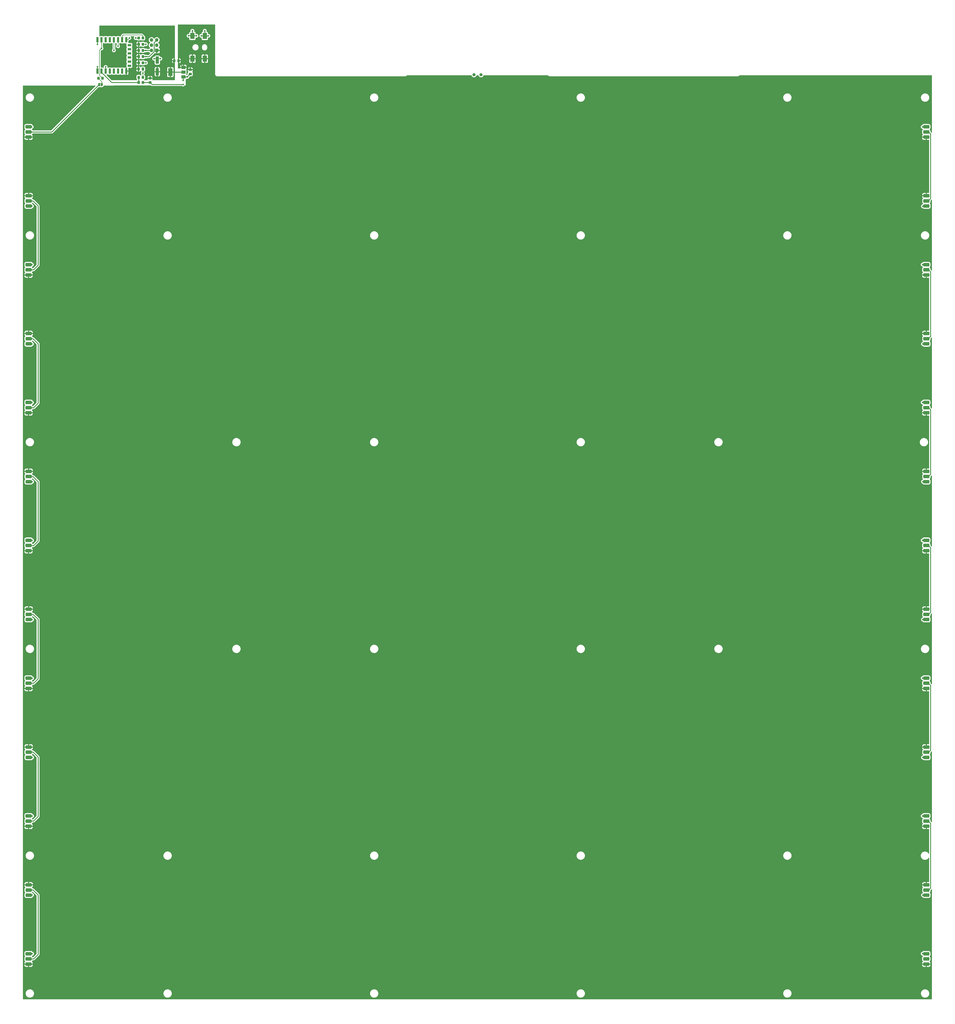
<source format=gtl>
%TF.GenerationSoftware,KiCad,Pcbnew,(6.0.0)*%
%TF.CreationDate,2023-08-02T11:37:25+02:00*%
%TF.ProjectId,backpannel_pcb_13x13_big,6261636b-7061-46e6-9e65-6c5f7063625f,rev?*%
%TF.SameCoordinates,Original*%
%TF.FileFunction,Copper,L1,Top*%
%TF.FilePolarity,Positive*%
%FSLAX46Y46*%
G04 Gerber Fmt 4.6, Leading zero omitted, Abs format (unit mm)*
G04 Created by KiCad (PCBNEW (6.0.0)) date 2023-08-02 11:37:25*
%MOMM*%
%LPD*%
G01*
G04 APERTURE LIST*
G04 Aperture macros list*
%AMRoundRect*
0 Rectangle with rounded corners*
0 $1 Rounding radius*
0 $2 $3 $4 $5 $6 $7 $8 $9 X,Y pos of 4 corners*
0 Add a 4 corners polygon primitive as box body*
4,1,4,$2,$3,$4,$5,$6,$7,$8,$9,$2,$3,0*
0 Add four circle primitives for the rounded corners*
1,1,$1+$1,$2,$3*
1,1,$1+$1,$4,$5*
1,1,$1+$1,$6,$7*
1,1,$1+$1,$8,$9*
0 Add four rect primitives between the rounded corners*
20,1,$1+$1,$2,$3,$4,$5,0*
20,1,$1+$1,$4,$5,$6,$7,0*
20,1,$1+$1,$6,$7,$8,$9,0*
20,1,$1+$1,$8,$9,$2,$3,0*%
%AMFreePoly0*
4,1,22,0.500000,-0.750000,0.000000,-0.750000,0.000000,-0.745033,-0.079941,-0.743568,-0.215256,-0.701293,-0.333266,-0.622738,-0.424486,-0.514219,-0.481581,-0.384460,-0.499164,-0.250000,-0.500000,-0.250000,-0.500000,0.250000,-0.499164,0.250000,-0.499963,0.256109,-0.478152,0.396186,-0.417904,0.524511,-0.324060,0.630769,-0.204165,0.706417,-0.067858,0.745374,0.000000,0.744959,0.000000,0.750000,
0.500000,0.750000,0.500000,-0.750000,0.500000,-0.750000,$1*%
%AMFreePoly1*
4,1,20,0.000000,0.744959,0.073905,0.744508,0.209726,0.703889,0.328688,0.626782,0.421226,0.519385,0.479903,0.390333,0.500000,0.250000,0.500000,-0.250000,0.499851,-0.262216,0.476331,-0.402017,0.414519,-0.529596,0.319384,-0.634700,0.198574,-0.708877,0.061801,-0.746166,0.000000,-0.745033,0.000000,-0.750000,-0.500000,-0.750000,-0.500000,0.750000,0.000000,0.750000,0.000000,0.744959,
0.000000,0.744959,$1*%
G04 Aperture macros list end*
%TA.AperFunction,SMDPad,CuDef*%
%ADD10RoundRect,0.250000X0.350000X0.450000X-0.350000X0.450000X-0.350000X-0.450000X0.350000X-0.450000X0*%
%TD*%
%TA.AperFunction,SMDPad,CuDef*%
%ADD11R,2.000000X3.000000*%
%TD*%
%TA.AperFunction,SMDPad,CuDef*%
%ADD12RoundRect,0.425000X1.075000X0.425000X-1.075000X0.425000X-1.075000X-0.425000X1.075000X-0.425000X0*%
%TD*%
%TA.AperFunction,SMDPad,CuDef*%
%ADD13RoundRect,0.425000X-1.075000X-0.425000X1.075000X-0.425000X1.075000X0.425000X-1.075000X0.425000X0*%
%TD*%
%TA.AperFunction,SMDPad,CuDef*%
%ADD14RoundRect,0.250000X-0.350000X-0.450000X0.350000X-0.450000X0.350000X0.450000X-0.350000X0.450000X0*%
%TD*%
%TA.AperFunction,SMDPad,CuDef*%
%ADD15RoundRect,0.250000X-0.450000X0.350000X-0.450000X-0.350000X0.450000X-0.350000X0.450000X0.350000X0*%
%TD*%
%TA.AperFunction,SMDPad,CuDef*%
%ADD16FreePoly0,180.000000*%
%TD*%
%TA.AperFunction,SMDPad,CuDef*%
%ADD17FreePoly1,180.000000*%
%TD*%
%TA.AperFunction,SMDPad,CuDef*%
%ADD18RoundRect,0.250000X0.325000X0.450000X-0.325000X0.450000X-0.325000X-0.450000X0.325000X-0.450000X0*%
%TD*%
%TA.AperFunction,SMDPad,CuDef*%
%ADD19R,2.000000X1.500000*%
%TD*%
%TA.AperFunction,SMDPad,CuDef*%
%ADD20R,2.000000X3.800000*%
%TD*%
%TA.AperFunction,SMDPad,CuDef*%
%ADD21R,1.000000X2.500000*%
%TD*%
%TA.AperFunction,SMDPad,CuDef*%
%ADD22R,1.800000X1.000000*%
%TD*%
%TA.AperFunction,ComponentPad*%
%ADD23R,1.700000X1.700000*%
%TD*%
%TA.AperFunction,ComponentPad*%
%ADD24O,1.700000X1.700000*%
%TD*%
%TA.AperFunction,SMDPad,CuDef*%
%ADD25RoundRect,0.250000X-0.475000X0.337500X-0.475000X-0.337500X0.475000X-0.337500X0.475000X0.337500X0*%
%TD*%
%TA.AperFunction,SMDPad,CuDef*%
%ADD26RoundRect,0.250000X0.550000X-1.500000X0.550000X1.500000X-0.550000X1.500000X-0.550000X-1.500000X0*%
%TD*%
%TA.AperFunction,SMDPad,CuDef*%
%ADD27RoundRect,0.250000X-0.337500X-0.475000X0.337500X-0.475000X0.337500X0.475000X-0.337500X0.475000X0*%
%TD*%
%TA.AperFunction,ComponentPad*%
%ADD28C,1.500000*%
%TD*%
%TA.AperFunction,ViaPad*%
%ADD29C,0.800000*%
%TD*%
%TA.AperFunction,Conductor*%
%ADD30C,0.400000*%
%TD*%
%TA.AperFunction,Conductor*%
%ADD31C,0.250000*%
%TD*%
G04 APERTURE END LIST*
D10*
%TO.P,R5,1*%
%TO.N,/Reset*%
X388000000Y-326000000D03*
%TO.P,R5,2*%
%TO.N,+3V3*%
X386000000Y-326000000D03*
%TD*%
D11*
%TO.P,J2,1,Pin_1*%
%TO.N,+5V*%
X412000000Y-327000000D03*
X418000000Y-327000000D03*
%TO.P,J2,2,Pin_2*%
%TO.N,GND*%
X412000000Y-316000000D03*
%TO.P,J2,3,Pin_3*%
X418000000Y-316000000D03*
%TD*%
D12*
%TO.P,S2,1,GND*%
%TO.N,GND*%
X332750000Y-398278300D03*
X767300000Y-398278300D03*
%TO.P,S2,2,Din*%
%TO.N,Net-(S1-Pad4)*%
X767300000Y-395778300D03*
%TO.P,S2,3,5V*%
%TO.N,+5V*%
X332750000Y-393278300D03*
X767300000Y-393278300D03*
%TO.P,S2,4,Dout*%
%TO.N,Net-(S2-Pad4)*%
X332750000Y-395778300D03*
%TD*%
D13*
%TO.P,S1,1,GND*%
%TO.N,GND*%
X332700000Y-359945000D03*
X767250000Y-359945000D03*
%TO.P,S1,2,Din*%
%TO.N,Net-(JP1-Pad2)*%
X332700000Y-362445000D03*
%TO.P,S1,3,5V*%
%TO.N,+5V*%
X332700000Y-364945000D03*
X767250000Y-364945000D03*
%TO.P,S1,4,Dout*%
%TO.N,Net-(S1-Pad4)*%
X767250000Y-362445000D03*
%TD*%
%TO.P,S3,1,GND*%
%TO.N,GND*%
X332700000Y-426611600D03*
X767250000Y-426611600D03*
%TO.P,S3,2,Din*%
%TO.N,Net-(S2-Pad4)*%
X332700000Y-429111600D03*
%TO.P,S3,3,5V*%
%TO.N,+5V*%
X332700000Y-431611600D03*
X767250000Y-431611600D03*
%TO.P,S3,4,Dout*%
%TO.N,Net-(S3-Pad4)*%
X767250000Y-429111600D03*
%TD*%
D12*
%TO.P,S8,1,GND*%
%TO.N,GND*%
X767300000Y-598278100D03*
X332750000Y-598278100D03*
%TO.P,S8,2,Din*%
%TO.N,Net-(S7-Pad4)*%
X767300000Y-595778100D03*
%TO.P,S8,3,5V*%
%TO.N,+5V*%
X332750000Y-593278100D03*
X767300000Y-593278100D03*
%TO.P,S8,4,Dout*%
%TO.N,Net-(S8-Pad4)*%
X332750000Y-595778100D03*
%TD*%
D14*
%TO.P,R1,1*%
%TO.N,Net-(R1-Pad1)*%
X386000000Y-336000000D03*
%TO.P,R1,2*%
%TO.N,GND*%
X388000000Y-336000000D03*
%TD*%
D15*
%TO.P,R3,1*%
%TO.N,+3V3*%
X391500000Y-336500000D03*
%TO.P,R3,2*%
%TO.N,Net-(R2-Pad1)*%
X391500000Y-338500000D03*
%TD*%
D12*
%TO.P,S12,1,GND*%
%TO.N,GND*%
X767300000Y-731611300D03*
X332750000Y-731611300D03*
%TO.P,S12,2,Din*%
%TO.N,Net-(S11-Pad4)*%
X767300000Y-729111300D03*
%TO.P,S12,3,5V*%
%TO.N,+5V*%
X332750000Y-726611300D03*
X767300000Y-726611300D03*
%TO.P,S12,4,Dout*%
%TO.N,Net-(S12-Pad4)*%
X332750000Y-729111300D03*
%TD*%
D13*
%TO.P,S9,1,GND*%
%TO.N,GND*%
X332700000Y-626611400D03*
X767250000Y-626611400D03*
%TO.P,S9,2,Din*%
%TO.N,Net-(S8-Pad4)*%
X332700000Y-629111400D03*
%TO.P,S9,3,5V*%
%TO.N,+5V*%
X767250000Y-631611400D03*
X332700000Y-631611400D03*
%TO.P,S9,4,Dout*%
%TO.N,Net-(S10-Pad2)*%
X767250000Y-629111400D03*
%TD*%
D16*
%TO.P,JP1,1,A*%
%TO.N,Net-(JP1-Pad1)*%
X368150000Y-339500000D03*
D17*
%TO.P,JP1,2,B*%
%TO.N,Net-(JP1-Pad2)*%
X366850000Y-339500000D03*
%TD*%
D12*
%TO.P,S4,1,GND*%
%TO.N,GND*%
X332750000Y-464944900D03*
X767300000Y-464944900D03*
%TO.P,S4,2,Din*%
%TO.N,Net-(S3-Pad4)*%
X767300000Y-462444900D03*
%TO.P,S4,3,5V*%
%TO.N,+5V*%
X332750000Y-459944900D03*
X767300000Y-459944900D03*
%TO.P,S4,4,Dout*%
%TO.N,Net-(S4-Pad4)*%
X332750000Y-462444900D03*
%TD*%
%TO.P,S10,1,GND*%
%TO.N,GND*%
X767300000Y-664944700D03*
X332750000Y-664944700D03*
%TO.P,S10,2,Din*%
%TO.N,Net-(S10-Pad2)*%
X767300000Y-662444700D03*
%TO.P,S10,3,5V*%
%TO.N,+5V*%
X332750000Y-659944700D03*
X767300000Y-659944700D03*
%TO.P,S10,4,Dout*%
%TO.N,Net-(S10-Pad4)*%
X332750000Y-662444700D03*
%TD*%
D14*
%TO.P,R8,1*%
%TO.N,+3V3*%
X386000000Y-320000000D03*
%TO.P,R8,2*%
%TO.N,Net-(R8-Pad2)*%
X388000000Y-320000000D03*
%TD*%
D18*
%TO.P,D1,1,K*%
%TO.N,+5V*%
X405271000Y-328039000D03*
%TO.P,D1,2,A*%
%TO.N,+3V3*%
X403221000Y-328039000D03*
%TD*%
D13*
%TO.P,S11,1,GND*%
%TO.N,GND*%
X767250000Y-693278000D03*
X332700000Y-693278000D03*
%TO.P,S11,2,Din*%
%TO.N,Net-(S10-Pad4)*%
X332700000Y-695778000D03*
%TO.P,S11,3,5V*%
%TO.N,+5V*%
X767250000Y-698278000D03*
X332700000Y-698278000D03*
%TO.P,S11,4,Dout*%
%TO.N,Net-(S11-Pad4)*%
X767250000Y-695778000D03*
%TD*%
D19*
%TO.P,U1,1,GND*%
%TO.N,GND*%
X407650000Y-335800000D03*
%TO.P,U1,2,VO*%
%TO.N,+3V3*%
X407650000Y-333500000D03*
D20*
X401350000Y-333500000D03*
D19*
%TO.P,U1,3,VI*%
%TO.N,+5V*%
X407650000Y-331200000D03*
%TD*%
D21*
%TO.P,U2,1,~{RST}*%
%TO.N,/Reset*%
X366000000Y-333025000D03*
%TO.P,U2,2,ADC*%
%TO.N,Net-(R1-Pad1)*%
X368000000Y-333025000D03*
%TO.P,U2,3,EN*%
%TO.N,Net-(R6-Pad1)*%
X370000000Y-333025000D03*
%TO.P,U2,4,GPIO16*%
%TO.N,unconnected-(U2-Pad4)*%
X372000000Y-333025000D03*
%TO.P,U2,5,GPIO14*%
%TO.N,unconnected-(U2-Pad5)*%
X374000000Y-333025000D03*
%TO.P,U2,6,GPIO12*%
%TO.N,unconnected-(U2-Pad6)*%
X376000000Y-333025000D03*
%TO.P,U2,7,GPIO13*%
%TO.N,unconnected-(U2-Pad7)*%
X378000000Y-333025000D03*
%TO.P,U2,8,VCC*%
%TO.N,+3V3*%
X380000000Y-333025000D03*
D22*
%TO.P,U2,9,CS0*%
%TO.N,unconnected-(U2-Pad9)*%
X381500000Y-330425000D03*
%TO.P,U2,10,MISO*%
%TO.N,unconnected-(U2-Pad10)*%
X381500000Y-328425000D03*
%TO.P,U2,11,GPIO9*%
%TO.N,unconnected-(U2-Pad11)*%
X381500000Y-326425000D03*
%TO.P,U2,12,GPIO10*%
%TO.N,unconnected-(U2-Pad12)*%
X381500000Y-324425000D03*
%TO.P,U2,13,MOSI*%
%TO.N,unconnected-(U2-Pad13)*%
X381500000Y-322425000D03*
%TO.P,U2,14,SCLK*%
%TO.N,unconnected-(U2-Pad14)*%
X381500000Y-320425000D03*
D21*
%TO.P,U2,15,GND*%
%TO.N,GND*%
X380000000Y-317825000D03*
%TO.P,U2,16,GPIO15*%
%TO.N,Net-(R9-Pad2)*%
X378000000Y-317825000D03*
%TO.P,U2,17,GPIO2*%
%TO.N,Net-(R8-Pad2)*%
X376000000Y-317825000D03*
%TO.P,U2,18,GPIO0*%
%TO.N,/Flash*%
X374000000Y-317825000D03*
%TO.P,U2,19,GPIO4*%
%TO.N,unconnected-(U2-Pad19)*%
X372000000Y-317825000D03*
%TO.P,U2,20,GPIO5*%
%TO.N,unconnected-(U2-Pad20)*%
X370000000Y-317825000D03*
%TO.P,U2,21,GPIO3/RXD*%
%TO.N,Net-(J1-Pad4)*%
X368000000Y-317825000D03*
%TO.P,U2,22,GPIO1/TXD*%
%TO.N,Net-(J1-Pad6)*%
X366000000Y-317825000D03*
%TD*%
D13*
%TO.P,S5,1,GND*%
%TO.N,GND*%
X767250000Y-493278200D03*
X332700000Y-493278200D03*
%TO.P,S5,2,Din*%
%TO.N,Net-(S4-Pad4)*%
X332700000Y-495778200D03*
%TO.P,S5,3,5V*%
%TO.N,+5V*%
X332700000Y-498278200D03*
X767250000Y-498278200D03*
%TO.P,S5,4,Dout*%
%TO.N,Net-(S5-Pad4)*%
X767250000Y-495778200D03*
%TD*%
D10*
%TO.P,R4,1*%
%TO.N,Net-(R2-Pad1)*%
X388000000Y-338500000D03*
%TO.P,R4,2*%
%TO.N,Net-(R1-Pad1)*%
X386000000Y-338500000D03*
%TD*%
D23*
%TO.P,J1,1,Pin_1*%
%TO.N,+3V3*%
X394770000Y-323040000D03*
D24*
%TO.P,J1,2,Pin_2*%
%TO.N,/Flash*%
X392230000Y-323040000D03*
%TO.P,J1,3,Pin_3*%
%TO.N,GND*%
X394770000Y-320500000D03*
%TO.P,J1,4,Pin_4*%
%TO.N,Net-(J1-Pad4)*%
X392230000Y-320500000D03*
%TO.P,J1,5,Pin_5*%
%TO.N,/Reset*%
X394770000Y-317960000D03*
%TO.P,J1,6,Pin_6*%
%TO.N,Net-(J1-Pad6)*%
X392230000Y-317960000D03*
%TD*%
D13*
%TO.P,S13,1,GND*%
%TO.N,GND*%
X332700000Y-759944600D03*
X767250000Y-759944600D03*
%TO.P,S13,2,Din*%
%TO.N,Net-(S12-Pad4)*%
X332700000Y-762444600D03*
%TO.P,S13,3,5V*%
%TO.N,+5V*%
X767250000Y-764944600D03*
X332700000Y-764944600D03*
%TO.P,S13,4,Dout*%
%TO.N,unconnected-(S13-Pad4)*%
X767250000Y-762444600D03*
%TD*%
D14*
%TO.P,R9,1*%
%TO.N,GND*%
X386000000Y-317000000D03*
%TO.P,R9,2*%
%TO.N,Net-(R9-Pad2)*%
X388000000Y-317000000D03*
%TD*%
D25*
%TO.P,C1,1*%
%TO.N,+5V*%
X410977000Y-332335500D03*
%TO.P,C1,2*%
%TO.N,GND*%
X410977000Y-334410500D03*
%TD*%
D26*
%TO.P,C2,1*%
%TO.N,+3V3*%
X395000000Y-333300000D03*
%TO.P,C2,2*%
%TO.N,GND*%
X395000000Y-327700000D03*
%TD*%
D27*
%TO.P,C3,1*%
%TO.N,+3V3*%
X385962500Y-332000000D03*
%TO.P,C3,2*%
%TO.N,GND*%
X388037500Y-332000000D03*
%TD*%
D14*
%TO.P,R7,1*%
%TO.N,+3V3*%
X386000000Y-323000000D03*
%TO.P,R7,2*%
%TO.N,/Flash*%
X388000000Y-323000000D03*
%TD*%
D10*
%TO.P,R6,2*%
%TO.N,+3V3*%
X386000000Y-329000000D03*
%TO.P,R6,1*%
%TO.N,Net-(R6-Pad1)*%
X388000000Y-329000000D03*
%TD*%
D12*
%TO.P,S6,1,GND*%
%TO.N,GND*%
X767300000Y-531611500D03*
X332750000Y-531611500D03*
%TO.P,S6,2,Din*%
%TO.N,Net-(S5-Pad4)*%
X767300000Y-529111500D03*
%TO.P,S6,3,5V*%
%TO.N,+5V*%
X767300000Y-526611500D03*
X332750000Y-526611500D03*
%TO.P,S6,4,Dout*%
%TO.N,Net-(S6-Pad4)*%
X332750000Y-529111500D03*
%TD*%
D28*
%TO.P,R2,1*%
%TO.N,Net-(R2-Pad1)*%
X548312200Y-334752600D03*
%TO.P,R2,2*%
%TO.N,GND*%
X551712200Y-334752600D03*
%TD*%
D14*
%TO.P,R10,1*%
%TO.N,Net-(JP1-Pad1)*%
X366500000Y-336500000D03*
%TO.P,R10,2*%
%TO.N,Net-(J1-Pad4)*%
X368500000Y-336500000D03*
%TD*%
D13*
%TO.P,S7,1,GND*%
%TO.N,GND*%
X767250000Y-559944800D03*
X332700000Y-559944800D03*
%TO.P,S7,2,Din*%
%TO.N,Net-(S6-Pad4)*%
X332700000Y-562444800D03*
%TO.P,S7,3,5V*%
%TO.N,+5V*%
X332700000Y-564944800D03*
X767250000Y-564944800D03*
%TO.P,S7,4,Dout*%
%TO.N,Net-(S7-Pad4)*%
X767250000Y-562444800D03*
%TD*%
D29*
%TO.N,GND*%
X407500000Y-337500000D03*
X418000000Y-313500000D03*
X409558000Y-335799000D03*
X416318000Y-315935000D03*
X765600000Y-531600000D03*
X334300000Y-398300000D03*
X384500000Y-317000000D03*
X334400000Y-731500000D03*
X396500000Y-327000000D03*
X765600000Y-731600000D03*
X413962000Y-315925000D03*
X765500000Y-426600000D03*
X388000000Y-334000000D03*
X334400000Y-759900000D03*
X765500000Y-626600000D03*
X334300000Y-493300000D03*
X765500000Y-560000000D03*
X765600000Y-398400000D03*
X412000000Y-313500000D03*
X765500000Y-759900000D03*
X334400000Y-693300000D03*
X765600000Y-665000000D03*
X381500000Y-317000000D03*
X765500000Y-693300000D03*
X334400000Y-665000000D03*
X419718000Y-315935000D03*
X765600000Y-465000000D03*
X410152000Y-315925000D03*
X765600000Y-598300000D03*
X334200000Y-360000000D03*
X334300000Y-465000000D03*
X334300000Y-426600000D03*
X393500000Y-327000000D03*
X334400000Y-598300000D03*
X334400000Y-560000000D03*
X765500000Y-360000000D03*
X765500000Y-493300000D03*
X334400000Y-626700000D03*
X334400000Y-531600000D03*
%TO.N,Net-(R6-Pad1)*%
X370000000Y-331000000D03*
X389500000Y-329000000D03*
%TO.N,Net-(R8-Pad2)*%
X389500000Y-320000000D03*
X376000000Y-321000000D03*
%TO.N,Net-(R2-Pad1)*%
X407500000Y-339500000D03*
%TO.N,/Reset*%
X389500000Y-326000000D03*
X366000000Y-331000000D03*
%TO.N,/Flash*%
X374000000Y-323000000D03*
X389500000Y-323000000D03*
%TO.N,Net-(J1-Pad4)*%
X368000000Y-322000000D03*
%TO.N,Net-(J1-Pad6)*%
X366000000Y-320000000D03*
%TD*%
D30*
%TO.N,GND*%
X413962000Y-315925000D02*
X412075000Y-315925000D01*
X416318000Y-315935000D02*
X417935000Y-315935000D01*
D31*
X407500000Y-335950000D02*
X407650000Y-335800000D01*
X386000000Y-317000000D02*
X384500000Y-317000000D01*
X380000000Y-317825000D02*
X380675000Y-317825000D01*
D30*
X412000000Y-313500000D02*
X412000000Y-316000000D01*
D31*
X388037500Y-332000000D02*
X388037500Y-333962500D01*
D30*
X418000000Y-313500000D02*
X418000000Y-316000000D01*
X410152000Y-315925000D02*
X411925000Y-315925000D01*
X407500000Y-337500000D02*
X407500000Y-335950000D01*
D31*
X396500000Y-327000000D02*
X395700000Y-327000000D01*
X393500000Y-327000000D02*
X394300000Y-327000000D01*
D30*
X409557000Y-335800000D02*
X409558000Y-335799000D01*
D31*
X388000000Y-334000000D02*
X388000000Y-336000000D01*
X395700000Y-327000000D02*
X395000000Y-327700000D01*
X394300000Y-327000000D02*
X395000000Y-327700000D01*
X380675000Y-317825000D02*
X381500000Y-317000000D01*
D30*
X410342000Y-334410500D02*
X410342000Y-335015000D01*
X407650000Y-335800000D02*
X409557000Y-335800000D01*
D31*
X388037500Y-333962500D02*
X388000000Y-334000000D01*
D30*
X410342000Y-335015000D02*
X409558000Y-335799000D01*
X419718000Y-315935000D02*
X418065000Y-315935000D01*
%TO.N,+5V*%
X407650000Y-331200000D02*
X409206500Y-331200000D01*
X405144000Y-328694000D02*
X407650000Y-331200000D01*
X409206500Y-331200000D02*
X410342000Y-332335500D01*
X405144000Y-328547000D02*
X405144000Y-328694000D01*
%TO.N,Net-(R1-Pad1)*%
X386000000Y-336000000D02*
X386000000Y-338500000D01*
X372925978Y-338500000D02*
X368000000Y-333574022D01*
X386000000Y-338500000D02*
X372925978Y-338500000D01*
X368000000Y-333574022D02*
X368000000Y-333025000D01*
%TO.N,+3V3*%
X403094000Y-328547000D02*
X401350000Y-330291000D01*
X401350000Y-330291000D02*
X401350000Y-333500000D01*
X407650000Y-333500000D02*
X401350000Y-333500000D01*
D31*
%TO.N,Net-(R6-Pad1)*%
X370000000Y-331000000D02*
X370000000Y-333025000D01*
X389500000Y-329000000D02*
X388000000Y-329000000D01*
%TO.N,Net-(R8-Pad2)*%
X376000000Y-317825000D02*
X376000000Y-321000000D01*
X389500000Y-320000000D02*
X388000000Y-320000000D01*
%TO.N,Net-(R9-Pad2)*%
X388000000Y-317000000D02*
X388000000Y-316000000D01*
X387500000Y-315500000D02*
X378500000Y-315500000D01*
X388000000Y-316000000D02*
X387500000Y-315500000D01*
X378000000Y-316000000D02*
X378000000Y-317825000D01*
X378500000Y-315500000D02*
X378000000Y-316000000D01*
D30*
%TO.N,Net-(R2-Pad1)*%
X388000000Y-338500000D02*
X391500000Y-338500000D01*
X392500000Y-339500000D02*
X407500000Y-339500000D01*
X391500000Y-338500000D02*
X392500000Y-339500000D01*
%TO.N,/Reset*%
X393479511Y-319250489D02*
X393479511Y-323557565D01*
X394770000Y-317960000D02*
X393479511Y-319250489D01*
X391037076Y-326000000D02*
X389500000Y-326000000D01*
X389500000Y-326000000D02*
X388000000Y-326000000D01*
D31*
X366000000Y-331000000D02*
X366000000Y-333025000D01*
D30*
X393479511Y-323557565D02*
X391037076Y-326000000D01*
%TO.N,/Flash*%
X388000000Y-323000000D02*
X389500000Y-323000000D01*
D31*
X374000000Y-317825000D02*
X374000000Y-323000000D01*
X389500000Y-323000000D02*
X389540000Y-323040000D01*
D30*
X389540000Y-323040000D02*
X392230000Y-323040000D01*
D31*
%TO.N,Net-(JP1-Pad1)*%
X366500000Y-336500000D02*
X368150000Y-338150000D01*
X368150000Y-338150000D02*
X368150000Y-339500000D01*
D30*
%TO.N,Net-(JP1-Pad2)*%
X343905000Y-362445000D02*
X366850000Y-339500000D01*
X332700000Y-362445000D02*
X343905000Y-362445000D01*
D31*
%TO.N,Net-(J1-Pad4)*%
X368000000Y-317825000D02*
X368000000Y-322000000D01*
X368500000Y-336500000D02*
X367000000Y-335000000D01*
X367000000Y-323000000D02*
X367000000Y-335000000D01*
X368000000Y-322000000D02*
X367000000Y-323000000D01*
D30*
%TO.N,Net-(S2-Pad4)*%
X335088400Y-429111600D02*
X332700000Y-429111600D01*
X337300000Y-426900000D02*
X335088400Y-429111600D01*
X332750000Y-395778300D02*
X332878300Y-395778300D01*
X332900000Y-395800000D02*
X334900000Y-395800000D01*
X337300000Y-398200000D02*
X337300000Y-426900000D01*
X334900000Y-395800000D02*
X337300000Y-398200000D01*
X332878300Y-395778300D02*
X332900000Y-395800000D01*
%TO.N,Net-(S1-Pad4)*%
X768171700Y-395778300D02*
X769300000Y-394650000D01*
X769300000Y-394650000D02*
X769300000Y-363300000D01*
X769300000Y-363300000D02*
X768450000Y-362450000D01*
%TO.N,Net-(S4-Pad4)*%
X332911600Y-462488400D02*
X334911600Y-462488400D01*
X337311600Y-464888400D02*
X337311600Y-493588400D01*
X334911600Y-462488400D02*
X337311600Y-464888400D01*
X335100000Y-495800000D02*
X332711600Y-495800000D01*
X337311600Y-493588400D02*
X335100000Y-495800000D01*
%TO.N,Net-(S3-Pad4)*%
X769300000Y-461375000D02*
X769300000Y-430025000D01*
X769300000Y-430025000D02*
X768450000Y-429175000D01*
X768171700Y-462503300D02*
X769300000Y-461375000D01*
%TO.N,Net-(S6-Pad4)*%
X337311600Y-531588400D02*
X337311600Y-560288400D01*
X332911600Y-529188400D02*
X334911600Y-529188400D01*
X334911600Y-529188400D02*
X337311600Y-531588400D01*
X335100000Y-562500000D02*
X332711600Y-562500000D01*
X337311600Y-560288400D02*
X335100000Y-562500000D01*
%TO.N,Net-(S5-Pad4)*%
X769300000Y-496725000D02*
X768450000Y-495875000D01*
X769300000Y-528075000D02*
X769300000Y-496725000D01*
X768171700Y-529203300D02*
X769300000Y-528075000D01*
%TO.N,Net-(S8-Pad4)*%
X337311600Y-598188400D02*
X337311600Y-626888400D01*
X337311600Y-626888400D02*
X335100000Y-629100000D01*
X335100000Y-629100000D02*
X332711600Y-629100000D01*
X334911600Y-595788400D02*
X337311600Y-598188400D01*
X332911600Y-595788400D02*
X334911600Y-595788400D01*
%TO.N,Net-(S10-Pad2)*%
X769300000Y-661475000D02*
X769300000Y-630125000D01*
X769300000Y-630125000D02*
X768450000Y-629275000D01*
X768171700Y-662603300D02*
X769300000Y-661475000D01*
%TO.N,Net-(S10-Pad4)*%
X332911600Y-662388400D02*
X334911600Y-662388400D01*
X334911600Y-662388400D02*
X337311600Y-664788400D01*
X337311600Y-664788400D02*
X337311600Y-693488400D01*
X337311600Y-693488400D02*
X335100000Y-695700000D01*
X335100000Y-695700000D02*
X332711600Y-695700000D01*
%TO.N,Net-(S7-Pad4)*%
X768171700Y-595903300D02*
X769300000Y-594775000D01*
X769300000Y-563425000D02*
X768450000Y-562575000D01*
X769300000Y-594775000D02*
X769300000Y-563425000D01*
%TO.N,Net-(S12-Pad4)*%
X337311600Y-731488400D02*
X337311600Y-760188400D01*
X335100000Y-762400000D02*
X332711600Y-762400000D01*
X334911600Y-729088400D02*
X337311600Y-731488400D01*
X332911600Y-729088400D02*
X334911600Y-729088400D01*
X337311600Y-760188400D02*
X335100000Y-762400000D01*
%TO.N,Net-(S11-Pad4)*%
X768171700Y-729303300D02*
X769300000Y-728175000D01*
X769300000Y-728175000D02*
X769300000Y-696825000D01*
X769300000Y-696825000D02*
X768450000Y-695975000D01*
D31*
%TO.N,Net-(J1-Pad6)*%
X366000000Y-317825000D02*
X366000000Y-320000000D01*
%TD*%
%TA.AperFunction,Conductor*%
%TO.N,+3V3*%
G36*
X403374000Y-311000004D02*
G01*
X403442121Y-311020006D01*
X403488614Y-311073662D01*
X403500000Y-311126004D01*
X403500000Y-326762947D01*
X403479998Y-326831068D01*
X403477086Y-326834957D01*
X403475000Y-326844548D01*
X403475000Y-329228884D01*
X403488035Y-329273279D01*
X403494897Y-329283956D01*
X403500000Y-329319451D01*
X403500000Y-337258000D01*
X403479998Y-337326121D01*
X403426342Y-337372614D01*
X403374000Y-337384000D01*
X392736985Y-337384000D01*
X392668864Y-337363998D01*
X392622371Y-337310342D01*
X392612267Y-337240068D01*
X392629725Y-337191884D01*
X392637816Y-337178757D01*
X392643963Y-337165576D01*
X392695138Y-337011290D01*
X392698005Y-336997914D01*
X392707672Y-336903562D01*
X392708000Y-336897146D01*
X392708000Y-336772115D01*
X392703525Y-336756876D01*
X392702135Y-336755671D01*
X392694452Y-336754000D01*
X390310116Y-336754000D01*
X390294877Y-336758475D01*
X390293672Y-336759865D01*
X390292001Y-336767548D01*
X390292001Y-336897095D01*
X390292338Y-336903614D01*
X390302257Y-336999206D01*
X390305149Y-337012600D01*
X390356588Y-337166784D01*
X390362759Y-337179956D01*
X390370024Y-337191697D01*
X390388861Y-337260149D01*
X390367699Y-337327919D01*
X390313258Y-337373490D01*
X390262879Y-337384000D01*
X388750818Y-337384000D01*
X388684701Y-337365259D01*
X388672738Y-337357885D01*
X388672737Y-337357885D01*
X388672736Y-337357884D01*
X388674268Y-337355398D01*
X388630970Y-337317294D01*
X388611491Y-337249022D01*
X388632014Y-337181057D01*
X388675193Y-337143564D01*
X388673946Y-337141550D01*
X388818120Y-337052332D01*
X388824348Y-337048478D01*
X388949305Y-336923303D01*
X388961474Y-336903562D01*
X389038275Y-336778968D01*
X389038276Y-336778966D01*
X389042115Y-336772738D01*
X389097797Y-336604861D01*
X389108500Y-336500400D01*
X389108500Y-336227885D01*
X390292000Y-336227885D01*
X390296475Y-336243124D01*
X390297865Y-336244329D01*
X390305548Y-336246000D01*
X391227885Y-336246000D01*
X391243124Y-336241525D01*
X391244329Y-336240135D01*
X391246000Y-336232452D01*
X391246000Y-336227885D01*
X391754000Y-336227885D01*
X391758475Y-336243124D01*
X391759865Y-336244329D01*
X391767548Y-336246000D01*
X392689884Y-336246000D01*
X392705123Y-336241525D01*
X392706328Y-336240135D01*
X392707999Y-336232452D01*
X392707999Y-336102905D01*
X392707662Y-336096386D01*
X392697743Y-336000794D01*
X392694851Y-335987400D01*
X392643412Y-335833216D01*
X392637239Y-335820038D01*
X392551937Y-335682193D01*
X392542901Y-335670792D01*
X392428171Y-335556261D01*
X392416760Y-335547249D01*
X392278757Y-335462184D01*
X392265576Y-335456037D01*
X392111290Y-335404862D01*
X392097914Y-335401995D01*
X392003562Y-335392328D01*
X391997145Y-335392000D01*
X391772115Y-335392000D01*
X391756876Y-335396475D01*
X391755671Y-335397865D01*
X391754000Y-335405548D01*
X391754000Y-336227885D01*
X391246000Y-336227885D01*
X391246000Y-335410116D01*
X391241525Y-335394877D01*
X391240135Y-335393672D01*
X391232452Y-335392001D01*
X391002905Y-335392001D01*
X390996386Y-335392338D01*
X390900794Y-335402257D01*
X390887400Y-335405149D01*
X390733216Y-335456588D01*
X390720038Y-335462761D01*
X390582193Y-335548063D01*
X390570792Y-335557099D01*
X390456261Y-335671829D01*
X390447249Y-335683240D01*
X390362184Y-335821243D01*
X390356037Y-335834424D01*
X390304862Y-335988710D01*
X390301995Y-336002086D01*
X390292328Y-336096438D01*
X390292000Y-336102855D01*
X390292000Y-336227885D01*
X389108500Y-336227885D01*
X389108500Y-335499600D01*
X389107858Y-335493412D01*
X389098238Y-335400692D01*
X389098237Y-335400688D01*
X389097526Y-335393834D01*
X389063278Y-335291179D01*
X389043868Y-335233002D01*
X389041550Y-335226054D01*
X388948478Y-335075652D01*
X388823303Y-334950695D01*
X388789824Y-334930058D01*
X388693384Y-334870611D01*
X388672220Y-334847095D01*
X393692001Y-334847095D01*
X393692338Y-334853614D01*
X393702257Y-334949206D01*
X393705149Y-334962600D01*
X393756588Y-335116784D01*
X393762761Y-335129962D01*
X393848063Y-335267807D01*
X393857099Y-335279208D01*
X393971829Y-335393739D01*
X393983240Y-335402751D01*
X394121243Y-335487816D01*
X394134424Y-335493963D01*
X394288710Y-335545138D01*
X394302086Y-335548005D01*
X394396438Y-335557672D01*
X394402854Y-335558000D01*
X394727885Y-335558000D01*
X394743124Y-335553525D01*
X394744329Y-335552135D01*
X394746000Y-335544452D01*
X394746000Y-335539884D01*
X395254000Y-335539884D01*
X395258475Y-335555123D01*
X395259865Y-335556328D01*
X395267548Y-335557999D01*
X395597095Y-335557999D01*
X395603614Y-335557662D01*
X395699206Y-335547743D01*
X395712600Y-335544851D01*
X395866784Y-335493412D01*
X395879962Y-335487239D01*
X395948754Y-335444669D01*
X399842001Y-335444669D01*
X399842371Y-335451490D01*
X399847895Y-335502352D01*
X399851521Y-335517604D01*
X399896676Y-335638054D01*
X399905214Y-335653649D01*
X399981715Y-335755724D01*
X399994276Y-335768285D01*
X400096351Y-335844786D01*
X400111946Y-335853324D01*
X400232394Y-335898478D01*
X400247649Y-335902105D01*
X400298514Y-335907631D01*
X400305328Y-335908000D01*
X401077885Y-335908000D01*
X401093124Y-335903525D01*
X401094329Y-335902135D01*
X401096000Y-335894452D01*
X401096000Y-335889884D01*
X401604000Y-335889884D01*
X401608475Y-335905123D01*
X401609865Y-335906328D01*
X401617548Y-335907999D01*
X402394669Y-335907999D01*
X402401490Y-335907629D01*
X402452352Y-335902105D01*
X402467604Y-335898479D01*
X402588054Y-335853324D01*
X402603649Y-335844786D01*
X402705724Y-335768285D01*
X402718285Y-335755724D01*
X402794786Y-335653649D01*
X402803324Y-335638054D01*
X402848478Y-335517606D01*
X402852105Y-335502351D01*
X402857631Y-335451486D01*
X402858000Y-335444672D01*
X402858000Y-333772115D01*
X402853525Y-333756876D01*
X402852135Y-333755671D01*
X402844452Y-333754000D01*
X401622115Y-333754000D01*
X401606876Y-333758475D01*
X401605671Y-333759865D01*
X401604000Y-333767548D01*
X401604000Y-335889884D01*
X401096000Y-335889884D01*
X401096000Y-333772115D01*
X401091525Y-333756876D01*
X401090135Y-333755671D01*
X401082452Y-333754000D01*
X399860116Y-333754000D01*
X399844877Y-333758475D01*
X399843672Y-333759865D01*
X399842001Y-333767548D01*
X399842001Y-335444669D01*
X395948754Y-335444669D01*
X396017807Y-335401937D01*
X396029208Y-335392901D01*
X396143739Y-335278171D01*
X396152751Y-335266760D01*
X396237816Y-335128757D01*
X396243963Y-335115576D01*
X396295138Y-334961290D01*
X396298005Y-334947914D01*
X396307672Y-334853562D01*
X396308000Y-334847146D01*
X396308000Y-333572115D01*
X396303525Y-333556876D01*
X396302135Y-333555671D01*
X396294452Y-333554000D01*
X395272115Y-333554000D01*
X395256876Y-333558475D01*
X395255671Y-333559865D01*
X395254000Y-333567548D01*
X395254000Y-335539884D01*
X394746000Y-335539884D01*
X394746000Y-333572115D01*
X394741525Y-333556876D01*
X394740135Y-333555671D01*
X394732452Y-333554000D01*
X393710116Y-333554000D01*
X393694877Y-333558475D01*
X393693672Y-333559865D01*
X393692001Y-333567548D01*
X393692001Y-334847095D01*
X388672220Y-334847095D01*
X388645890Y-334817838D01*
X388633500Y-334763351D01*
X388633500Y-334702524D01*
X388653502Y-334634403D01*
X388665858Y-334618221D01*
X388739040Y-334536944D01*
X388834527Y-334371556D01*
X388893542Y-334189928D01*
X388913504Y-334000000D01*
X388893542Y-333810072D01*
X388834527Y-333628444D01*
X388739040Y-333463056D01*
X388703364Y-333423434D01*
X388672647Y-333359426D01*
X388671000Y-333339123D01*
X388671000Y-333254046D01*
X388678682Y-333227885D01*
X399842000Y-333227885D01*
X399846475Y-333243124D01*
X399847865Y-333244329D01*
X399855548Y-333246000D01*
X401077885Y-333246000D01*
X401093124Y-333241525D01*
X401094329Y-333240135D01*
X401096000Y-333232452D01*
X401096000Y-333227885D01*
X401604000Y-333227885D01*
X401608475Y-333243124D01*
X401609865Y-333244329D01*
X401617548Y-333246000D01*
X402839884Y-333246000D01*
X402855123Y-333241525D01*
X402856328Y-333240135D01*
X402857999Y-333232452D01*
X402857999Y-331555331D01*
X402857629Y-331548510D01*
X402852105Y-331497648D01*
X402848479Y-331482396D01*
X402803324Y-331361946D01*
X402794786Y-331346351D01*
X402718285Y-331244276D01*
X402705724Y-331231715D01*
X402603649Y-331155214D01*
X402588054Y-331146676D01*
X402467606Y-331101522D01*
X402452351Y-331097895D01*
X402401486Y-331092369D01*
X402394672Y-331092000D01*
X401622115Y-331092000D01*
X401606876Y-331096475D01*
X401605671Y-331097865D01*
X401604000Y-331105548D01*
X401604000Y-333227885D01*
X401096000Y-333227885D01*
X401096000Y-331110116D01*
X401091525Y-331094877D01*
X401090135Y-331093672D01*
X401082452Y-331092001D01*
X400305331Y-331092001D01*
X400298510Y-331092371D01*
X400247648Y-331097895D01*
X400232396Y-331101521D01*
X400111946Y-331146676D01*
X400096351Y-331155214D01*
X399994276Y-331231715D01*
X399981715Y-331244276D01*
X399905214Y-331346351D01*
X399896676Y-331361946D01*
X399851522Y-331482394D01*
X399847895Y-331497649D01*
X399842369Y-331548514D01*
X399842000Y-331555328D01*
X399842000Y-333227885D01*
X388678682Y-333227885D01*
X388691002Y-333185925D01*
X388730697Y-333146902D01*
X388843120Y-333077332D01*
X388849348Y-333073478D01*
X388894862Y-333027885D01*
X393692000Y-333027885D01*
X393696475Y-333043124D01*
X393697865Y-333044329D01*
X393705548Y-333046000D01*
X394727885Y-333046000D01*
X394743124Y-333041525D01*
X394744329Y-333040135D01*
X394746000Y-333032452D01*
X394746000Y-333027885D01*
X395254000Y-333027885D01*
X395258475Y-333043124D01*
X395259865Y-333044329D01*
X395267548Y-333046000D01*
X396289884Y-333046000D01*
X396305123Y-333041525D01*
X396306328Y-333040135D01*
X396307999Y-333032452D01*
X396307999Y-331752905D01*
X396307662Y-331746386D01*
X396297743Y-331650794D01*
X396294851Y-331637400D01*
X396243412Y-331483216D01*
X396237239Y-331470038D01*
X396151937Y-331332193D01*
X396142901Y-331320792D01*
X396028171Y-331206261D01*
X396016760Y-331197249D01*
X395878757Y-331112184D01*
X395865576Y-331106037D01*
X395711290Y-331054862D01*
X395697914Y-331051995D01*
X395603562Y-331042328D01*
X395597145Y-331042000D01*
X395272115Y-331042000D01*
X395256876Y-331046475D01*
X395255671Y-331047865D01*
X395254000Y-331055548D01*
X395254000Y-333027885D01*
X394746000Y-333027885D01*
X394746000Y-331060116D01*
X394741525Y-331044877D01*
X394740135Y-331043672D01*
X394732452Y-331042001D01*
X394402905Y-331042001D01*
X394396386Y-331042338D01*
X394300794Y-331052257D01*
X394287400Y-331055149D01*
X394133216Y-331106588D01*
X394120038Y-331112761D01*
X393982193Y-331198063D01*
X393970792Y-331207099D01*
X393856261Y-331321829D01*
X393847249Y-331333240D01*
X393762184Y-331471243D01*
X393756037Y-331484424D01*
X393704862Y-331638710D01*
X393701995Y-331652086D01*
X393692328Y-331746438D01*
X393692000Y-331752855D01*
X393692000Y-333027885D01*
X388894862Y-333027885D01*
X388974305Y-332948303D01*
X389067115Y-332797738D01*
X389122797Y-332629861D01*
X389133500Y-332525400D01*
X389133500Y-331474600D01*
X389129236Y-331433500D01*
X389123238Y-331375692D01*
X389123237Y-331375688D01*
X389122526Y-331368834D01*
X389114311Y-331344209D01*
X389068868Y-331208002D01*
X389066550Y-331201054D01*
X388973478Y-331050652D01*
X388965150Y-331042338D01*
X388853483Y-330930866D01*
X388848303Y-330925695D01*
X388842072Y-330921854D01*
X388703968Y-330836725D01*
X388703966Y-330836724D01*
X388697738Y-330832885D01*
X388610031Y-330803794D01*
X388536389Y-330779368D01*
X388536387Y-330779368D01*
X388529861Y-330777203D01*
X388523025Y-330776503D01*
X388523022Y-330776502D01*
X388479969Y-330772091D01*
X388425400Y-330766500D01*
X387649600Y-330766500D01*
X387646354Y-330766837D01*
X387646350Y-330766837D01*
X387550692Y-330776762D01*
X387550688Y-330776763D01*
X387543834Y-330777474D01*
X387537298Y-330779655D01*
X387537296Y-330779655D01*
X387405194Y-330823728D01*
X387376054Y-330833450D01*
X387225652Y-330926522D01*
X387100695Y-331051697D01*
X387097898Y-331056235D01*
X387040647Y-331096824D01*
X386969724Y-331100054D01*
X386908313Y-331064428D01*
X386900938Y-331055932D01*
X386892902Y-331045793D01*
X386778171Y-330931261D01*
X386766760Y-330922249D01*
X386628757Y-330837184D01*
X386615576Y-330831037D01*
X386461290Y-330779862D01*
X386447914Y-330776995D01*
X386353562Y-330767328D01*
X386347145Y-330767000D01*
X386234615Y-330767000D01*
X386219376Y-330771475D01*
X386218171Y-330772865D01*
X386216500Y-330780548D01*
X386216500Y-333214884D01*
X386220975Y-333230123D01*
X386222365Y-333231328D01*
X386230048Y-333232999D01*
X386347095Y-333232999D01*
X386353614Y-333232662D01*
X386449206Y-333222743D01*
X386462600Y-333219851D01*
X386616784Y-333168412D01*
X386629962Y-333162239D01*
X386767807Y-333076937D01*
X386779208Y-333067901D01*
X386893738Y-332953172D01*
X386900794Y-332944238D01*
X386958712Y-332903177D01*
X387029635Y-332899947D01*
X387091046Y-332935574D01*
X387097846Y-332943407D01*
X387101522Y-332949348D01*
X387226697Y-333074305D01*
X387344117Y-333146684D01*
X387391609Y-333199455D01*
X387404000Y-333253943D01*
X387404000Y-333255828D01*
X387383998Y-333323949D01*
X387371642Y-333340131D01*
X387260960Y-333463056D01*
X387165473Y-333628444D01*
X387106458Y-333810072D01*
X387086496Y-334000000D01*
X387106458Y-334189928D01*
X387165473Y-334371556D01*
X387260960Y-334536944D01*
X387334137Y-334618215D01*
X387364853Y-334682221D01*
X387366500Y-334702524D01*
X387366500Y-334763219D01*
X387346498Y-334831340D01*
X387306803Y-334870363D01*
X387175652Y-334951522D01*
X387170479Y-334956704D01*
X387089216Y-335038109D01*
X387026934Y-335072188D01*
X386956114Y-335067185D01*
X386911025Y-335038264D01*
X386828483Y-334955866D01*
X386823303Y-334950695D01*
X386789824Y-334930058D01*
X386678968Y-334861725D01*
X386678966Y-334861724D01*
X386672738Y-334857885D01*
X386559739Y-334820405D01*
X386511389Y-334804368D01*
X386511387Y-334804368D01*
X386504861Y-334802203D01*
X386498025Y-334801503D01*
X386498022Y-334801502D01*
X386454969Y-334797091D01*
X386400400Y-334791500D01*
X385599600Y-334791500D01*
X385596354Y-334791837D01*
X385596350Y-334791837D01*
X385500692Y-334801762D01*
X385500688Y-334801763D01*
X385493834Y-334802474D01*
X385487298Y-334804655D01*
X385487296Y-334804655D01*
X385440088Y-334820405D01*
X385326054Y-334858450D01*
X385175652Y-334951522D01*
X385050695Y-335076697D01*
X385046855Y-335082927D01*
X385046854Y-335082928D01*
X385000088Y-335158797D01*
X384957885Y-335227262D01*
X384902203Y-335395139D01*
X384901503Y-335401975D01*
X384901502Y-335401978D01*
X384900668Y-335410116D01*
X384891500Y-335499600D01*
X384891500Y-336500400D01*
X384902474Y-336606166D01*
X384958450Y-336773946D01*
X385051522Y-336924348D01*
X385176697Y-337049305D01*
X385182925Y-337053144D01*
X385182930Y-337053148D01*
X385231617Y-337083159D01*
X385279110Y-337135931D01*
X385291500Y-337190418D01*
X385291500Y-337258000D01*
X385271498Y-337326121D01*
X385217842Y-337372614D01*
X385165500Y-337384000D01*
X372864138Y-337384000D01*
X372796017Y-337363998D01*
X372775043Y-337347095D01*
X370426543Y-334998595D01*
X370392517Y-334936283D01*
X370397582Y-334865468D01*
X370440129Y-334808632D01*
X370506649Y-334783821D01*
X370515638Y-334783500D01*
X370548134Y-334783500D01*
X370610316Y-334776745D01*
X370746705Y-334725615D01*
X370863261Y-334638261D01*
X370899176Y-334590340D01*
X370956033Y-334547827D01*
X371026851Y-334542801D01*
X371089145Y-334576861D01*
X371100817Y-334590330D01*
X371136739Y-334638261D01*
X371253295Y-334725615D01*
X371389684Y-334776745D01*
X371451866Y-334783500D01*
X372548134Y-334783500D01*
X372610316Y-334776745D01*
X372746705Y-334725615D01*
X372863261Y-334638261D01*
X372899176Y-334590340D01*
X372956033Y-334547827D01*
X373026851Y-334542801D01*
X373089145Y-334576861D01*
X373100817Y-334590330D01*
X373136739Y-334638261D01*
X373253295Y-334725615D01*
X373389684Y-334776745D01*
X373451866Y-334783500D01*
X374548134Y-334783500D01*
X374610316Y-334776745D01*
X374746705Y-334725615D01*
X374863261Y-334638261D01*
X374899176Y-334590340D01*
X374956033Y-334547827D01*
X375026851Y-334542801D01*
X375089145Y-334576861D01*
X375100817Y-334590330D01*
X375136739Y-334638261D01*
X375253295Y-334725615D01*
X375389684Y-334776745D01*
X375451866Y-334783500D01*
X376548134Y-334783500D01*
X376610316Y-334776745D01*
X376746705Y-334725615D01*
X376863261Y-334638261D01*
X376899176Y-334590340D01*
X376956033Y-334547827D01*
X377026851Y-334542801D01*
X377089145Y-334576861D01*
X377100817Y-334590330D01*
X377136739Y-334638261D01*
X377253295Y-334725615D01*
X377389684Y-334776745D01*
X377451866Y-334783500D01*
X378548134Y-334783500D01*
X378610316Y-334776745D01*
X378746705Y-334725615D01*
X378863261Y-334638261D01*
X378899487Y-334589925D01*
X378956345Y-334547411D01*
X379027164Y-334542385D01*
X379089457Y-334576445D01*
X379101138Y-334589925D01*
X379131717Y-334630726D01*
X379144276Y-334643285D01*
X379246351Y-334719786D01*
X379261946Y-334728324D01*
X379382394Y-334773478D01*
X379397649Y-334777105D01*
X379448514Y-334782631D01*
X379455328Y-334783000D01*
X379727885Y-334783000D01*
X379743124Y-334778525D01*
X379744329Y-334777135D01*
X379746000Y-334769452D01*
X379746000Y-334764884D01*
X380254000Y-334764884D01*
X380258475Y-334780123D01*
X380259865Y-334781328D01*
X380267548Y-334782999D01*
X380544669Y-334782999D01*
X380551490Y-334782629D01*
X380602352Y-334777105D01*
X380617604Y-334773479D01*
X380738054Y-334728324D01*
X380753649Y-334719786D01*
X380855724Y-334643285D01*
X380868285Y-334630724D01*
X380944786Y-334528649D01*
X380953324Y-334513054D01*
X380998478Y-334392606D01*
X381002105Y-334377351D01*
X381007631Y-334326486D01*
X381008000Y-334319672D01*
X381008000Y-333297115D01*
X381003525Y-333281876D01*
X381002135Y-333280671D01*
X380994452Y-333279000D01*
X380272115Y-333279000D01*
X380256876Y-333283475D01*
X380255671Y-333284865D01*
X380254000Y-333292548D01*
X380254000Y-334764884D01*
X379746000Y-334764884D01*
X379746000Y-331285116D01*
X379741525Y-331269877D01*
X379740135Y-331268672D01*
X379732452Y-331267001D01*
X379455331Y-331267001D01*
X379448510Y-331267371D01*
X379397648Y-331272895D01*
X379382396Y-331276521D01*
X379261946Y-331321676D01*
X379246351Y-331330214D01*
X379144276Y-331406715D01*
X379131717Y-331419274D01*
X379101138Y-331460075D01*
X379044278Y-331502589D01*
X378973460Y-331507614D01*
X378911166Y-331473554D01*
X378899486Y-331460074D01*
X378868642Y-331418919D01*
X378863261Y-331411739D01*
X378746705Y-331324385D01*
X378610316Y-331273255D01*
X378548134Y-331266500D01*
X377451866Y-331266500D01*
X377389684Y-331273255D01*
X377253295Y-331324385D01*
X377136739Y-331411739D01*
X377100824Y-331459660D01*
X377043967Y-331502173D01*
X376973149Y-331507199D01*
X376910855Y-331473139D01*
X376899183Y-331459670D01*
X376863261Y-331411739D01*
X376746705Y-331324385D01*
X376610316Y-331273255D01*
X376548134Y-331266500D01*
X375451866Y-331266500D01*
X375389684Y-331273255D01*
X375253295Y-331324385D01*
X375136739Y-331411739D01*
X375100824Y-331459660D01*
X375043967Y-331502173D01*
X374973149Y-331507199D01*
X374910855Y-331473139D01*
X374899183Y-331459670D01*
X374863261Y-331411739D01*
X374746705Y-331324385D01*
X374610316Y-331273255D01*
X374548134Y-331266500D01*
X373451866Y-331266500D01*
X373389684Y-331273255D01*
X373253295Y-331324385D01*
X373136739Y-331411739D01*
X373100824Y-331459660D01*
X373043967Y-331502173D01*
X372973149Y-331507199D01*
X372910855Y-331473139D01*
X372899183Y-331459670D01*
X372863261Y-331411739D01*
X372746705Y-331324385D01*
X372610316Y-331273255D01*
X372548134Y-331266500D01*
X371451866Y-331266500D01*
X371389684Y-331273255D01*
X371253295Y-331324385D01*
X371136739Y-331411739D01*
X371100824Y-331459660D01*
X371043967Y-331502173D01*
X370973149Y-331507199D01*
X370910855Y-331473139D01*
X370899174Y-331459658D01*
X370875147Y-331427598D01*
X370873320Y-331425160D01*
X370848472Y-331358654D01*
X370854313Y-331310663D01*
X370893542Y-331189928D01*
X370901653Y-331112761D01*
X370912814Y-331006565D01*
X370913504Y-331000000D01*
X370896452Y-330837761D01*
X370894232Y-330816635D01*
X370894232Y-330816633D01*
X370893542Y-330810072D01*
X370834527Y-330628444D01*
X370739040Y-330463056D01*
X370611253Y-330321134D01*
X370456752Y-330208882D01*
X370450724Y-330206198D01*
X370450722Y-330206197D01*
X370288319Y-330133891D01*
X370288318Y-330133891D01*
X370282288Y-330131206D01*
X370188887Y-330111353D01*
X370101944Y-330092872D01*
X370101939Y-330092872D01*
X370095487Y-330091500D01*
X369904513Y-330091500D01*
X369898061Y-330092872D01*
X369898056Y-330092872D01*
X369811113Y-330111353D01*
X369717712Y-330131206D01*
X369711682Y-330133891D01*
X369711681Y-330133891D01*
X369549278Y-330206197D01*
X369549276Y-330206198D01*
X369543248Y-330208882D01*
X369388747Y-330321134D01*
X369260960Y-330463056D01*
X369165473Y-330628444D01*
X369106458Y-330810072D01*
X369105768Y-330816633D01*
X369105768Y-330816635D01*
X369103548Y-330837761D01*
X369086496Y-331000000D01*
X369087186Y-331006565D01*
X369098348Y-331112761D01*
X369106458Y-331189928D01*
X369145687Y-331310662D01*
X369147715Y-331381627D01*
X369126680Y-331425160D01*
X369124854Y-331427598D01*
X369100826Y-331459658D01*
X369043967Y-331502173D01*
X368973148Y-331507199D01*
X368910855Y-331473139D01*
X368899183Y-331459670D01*
X368863261Y-331411739D01*
X368746705Y-331324385D01*
X368610316Y-331273255D01*
X368548134Y-331266500D01*
X367759500Y-331266500D01*
X367691379Y-331246498D01*
X367644886Y-331192842D01*
X367633500Y-331140500D01*
X367633500Y-323314594D01*
X367653502Y-323246473D01*
X367670405Y-323225499D01*
X367950499Y-322945405D01*
X368012811Y-322911379D01*
X368039594Y-322908500D01*
X368095487Y-322908500D01*
X368101939Y-322907128D01*
X368101944Y-322907128D01*
X368188887Y-322888647D01*
X368282288Y-322868794D01*
X368288319Y-322866109D01*
X368450722Y-322793803D01*
X368450724Y-322793802D01*
X368456752Y-322791118D01*
X368463797Y-322786000D01*
X368553276Y-322720989D01*
X368611253Y-322678866D01*
X368739040Y-322536944D01*
X368797314Y-322436010D01*
X368831223Y-322377279D01*
X368831224Y-322377278D01*
X368834527Y-322371556D01*
X368893542Y-322189928D01*
X368897974Y-322147766D01*
X368912814Y-322006565D01*
X368913504Y-322000000D01*
X368908995Y-321957099D01*
X368894232Y-321816635D01*
X368894232Y-321816633D01*
X368893542Y-321810072D01*
X368834527Y-321628444D01*
X368739040Y-321463056D01*
X368665863Y-321381785D01*
X368635147Y-321317779D01*
X368633500Y-321297476D01*
X368633500Y-319655382D01*
X368653502Y-319587261D01*
X368707158Y-319540768D01*
X368715269Y-319537401D01*
X368738293Y-319528769D01*
X368738297Y-319528767D01*
X368746705Y-319525615D01*
X368863261Y-319438261D01*
X368899176Y-319390340D01*
X368956033Y-319347827D01*
X369026851Y-319342801D01*
X369089145Y-319376861D01*
X369100817Y-319390330D01*
X369136739Y-319438261D01*
X369253295Y-319525615D01*
X369389684Y-319576745D01*
X369451866Y-319583500D01*
X370548134Y-319583500D01*
X370610316Y-319576745D01*
X370746705Y-319525615D01*
X370863261Y-319438261D01*
X370899176Y-319390340D01*
X370956033Y-319347827D01*
X371026851Y-319342801D01*
X371089145Y-319376861D01*
X371100817Y-319390330D01*
X371136739Y-319438261D01*
X371253295Y-319525615D01*
X371389684Y-319576745D01*
X371451866Y-319583500D01*
X372548134Y-319583500D01*
X372610316Y-319576745D01*
X372746705Y-319525615D01*
X372863261Y-319438261D01*
X372899176Y-319390340D01*
X372956033Y-319347827D01*
X373026851Y-319342801D01*
X373089145Y-319376861D01*
X373100817Y-319390330D01*
X373136739Y-319438261D01*
X373253295Y-319525615D01*
X373261703Y-319528767D01*
X373261707Y-319528769D01*
X373284731Y-319537401D01*
X373341495Y-319580043D01*
X373366194Y-319646605D01*
X373366500Y-319655382D01*
X373366500Y-322297476D01*
X373346498Y-322365597D01*
X373334142Y-322381779D01*
X373260960Y-322463056D01*
X373165473Y-322628444D01*
X373106458Y-322810072D01*
X373105768Y-322816633D01*
X373105768Y-322816635D01*
X373102905Y-322843879D01*
X373086496Y-323000000D01*
X373106458Y-323189928D01*
X373165473Y-323371556D01*
X373168776Y-323377278D01*
X373168777Y-323377279D01*
X373196329Y-323425000D01*
X373260960Y-323536944D01*
X373265378Y-323541851D01*
X373265379Y-323541852D01*
X373384325Y-323673955D01*
X373388747Y-323678866D01*
X373543248Y-323791118D01*
X373549276Y-323793802D01*
X373549278Y-323793803D01*
X373664467Y-323845088D01*
X373717712Y-323868794D01*
X373811112Y-323888647D01*
X373898056Y-323907128D01*
X373898061Y-323907128D01*
X373904513Y-323908500D01*
X374095487Y-323908500D01*
X374101939Y-323907128D01*
X374101944Y-323907128D01*
X374188888Y-323888647D01*
X374282288Y-323868794D01*
X374335533Y-323845088D01*
X374450722Y-323793803D01*
X374450724Y-323793802D01*
X374456752Y-323791118D01*
X374611253Y-323678866D01*
X374615675Y-323673955D01*
X374734621Y-323541852D01*
X374734622Y-323541851D01*
X374739040Y-323536944D01*
X374803671Y-323425000D01*
X374831223Y-323377279D01*
X374831224Y-323377278D01*
X374834527Y-323371556D01*
X374893542Y-323189928D01*
X374913504Y-323000000D01*
X374897095Y-322843879D01*
X374894232Y-322816635D01*
X374894232Y-322816633D01*
X374893542Y-322810072D01*
X374834527Y-322628444D01*
X374739040Y-322463056D01*
X374665863Y-322381785D01*
X374635147Y-322317779D01*
X374633500Y-322297476D01*
X374633500Y-319655382D01*
X374653502Y-319587261D01*
X374707158Y-319540768D01*
X374715269Y-319537401D01*
X374738293Y-319528769D01*
X374738297Y-319528767D01*
X374746705Y-319525615D01*
X374863261Y-319438261D01*
X374899176Y-319390340D01*
X374956033Y-319347827D01*
X375026851Y-319342801D01*
X375089145Y-319376861D01*
X375100817Y-319390330D01*
X375136739Y-319438261D01*
X375253295Y-319525615D01*
X375261703Y-319528767D01*
X375261707Y-319528769D01*
X375284731Y-319537401D01*
X375341495Y-319580043D01*
X375366194Y-319646605D01*
X375366500Y-319655382D01*
X375366500Y-320297476D01*
X375346498Y-320365597D01*
X375334142Y-320381779D01*
X375260960Y-320463056D01*
X375237688Y-320503365D01*
X375174621Y-320612600D01*
X375165473Y-320628444D01*
X375106458Y-320810072D01*
X375086496Y-321000000D01*
X375087186Y-321006565D01*
X375091047Y-321043296D01*
X375106458Y-321189928D01*
X375165473Y-321371556D01*
X375168776Y-321377278D01*
X375168777Y-321377279D01*
X375196329Y-321425000D01*
X375260960Y-321536944D01*
X375265378Y-321541851D01*
X375265379Y-321541852D01*
X375384325Y-321673955D01*
X375388747Y-321678866D01*
X375461900Y-321732015D01*
X375513004Y-321769144D01*
X375543248Y-321791118D01*
X375549276Y-321793802D01*
X375549278Y-321793803D01*
X375711681Y-321866109D01*
X375717712Y-321868794D01*
X375801045Y-321886507D01*
X375898056Y-321907128D01*
X375898061Y-321907128D01*
X375904513Y-321908500D01*
X376095487Y-321908500D01*
X376101939Y-321907128D01*
X376101944Y-321907128D01*
X376198955Y-321886507D01*
X376282288Y-321868794D01*
X376288319Y-321866109D01*
X376450722Y-321793803D01*
X376450724Y-321793802D01*
X376456752Y-321791118D01*
X376486997Y-321769144D01*
X376538100Y-321732015D01*
X376611253Y-321678866D01*
X376615675Y-321673955D01*
X376734621Y-321541852D01*
X376734622Y-321541851D01*
X376739040Y-321536944D01*
X376803671Y-321425000D01*
X376831223Y-321377279D01*
X376831224Y-321377278D01*
X376834527Y-321371556D01*
X376893542Y-321189928D01*
X376908954Y-321043296D01*
X376912814Y-321006565D01*
X376913504Y-321000000D01*
X376893542Y-320810072D01*
X376834527Y-320628444D01*
X376825380Y-320612600D01*
X376762312Y-320503365D01*
X376739040Y-320463056D01*
X376665863Y-320381785D01*
X376635147Y-320317779D01*
X376633500Y-320297476D01*
X376633500Y-319655382D01*
X376653502Y-319587261D01*
X376707158Y-319540768D01*
X376715269Y-319537401D01*
X376738293Y-319528769D01*
X376738297Y-319528767D01*
X376746705Y-319525615D01*
X376863261Y-319438261D01*
X376899176Y-319390340D01*
X376956033Y-319347827D01*
X377026851Y-319342801D01*
X377089145Y-319376861D01*
X377100817Y-319390330D01*
X377136739Y-319438261D01*
X377253295Y-319525615D01*
X377389684Y-319576745D01*
X377451866Y-319583500D01*
X378548134Y-319583500D01*
X378610316Y-319576745D01*
X378746705Y-319525615D01*
X378863261Y-319438261D01*
X378899176Y-319390340D01*
X378956033Y-319347827D01*
X379026851Y-319342801D01*
X379089145Y-319376861D01*
X379100817Y-319390330D01*
X379136739Y-319438261D01*
X379253295Y-319525615D01*
X379389684Y-319576745D01*
X379451866Y-319583500D01*
X380003124Y-319583500D01*
X380071245Y-319603502D01*
X380117738Y-319657158D01*
X380127842Y-319727432D01*
X380121107Y-319753727D01*
X380098255Y-319814684D01*
X380091500Y-319876866D01*
X380091500Y-320973134D01*
X380098255Y-321035316D01*
X380149385Y-321171705D01*
X380236739Y-321288261D01*
X380284660Y-321324176D01*
X380327173Y-321381033D01*
X380332199Y-321451851D01*
X380298139Y-321514145D01*
X380284670Y-321525817D01*
X380236739Y-321561739D01*
X380149385Y-321678295D01*
X380098255Y-321814684D01*
X380091500Y-321876866D01*
X380091500Y-322973134D01*
X380098255Y-323035316D01*
X380149385Y-323171705D01*
X380236739Y-323288261D01*
X380284660Y-323324176D01*
X380327173Y-323381033D01*
X380332199Y-323451851D01*
X380298139Y-323514145D01*
X380284670Y-323525817D01*
X380236739Y-323561739D01*
X380149385Y-323678295D01*
X380098255Y-323814684D01*
X380091500Y-323876866D01*
X380091500Y-324973134D01*
X380098255Y-325035316D01*
X380149385Y-325171705D01*
X380236739Y-325288261D01*
X380284660Y-325324176D01*
X380327173Y-325381033D01*
X380332199Y-325451851D01*
X380298139Y-325514145D01*
X380284670Y-325525817D01*
X380236739Y-325561739D01*
X380149385Y-325678295D01*
X380098255Y-325814684D01*
X380091500Y-325876866D01*
X380091500Y-326973134D01*
X380098255Y-327035316D01*
X380149385Y-327171705D01*
X380236739Y-327288261D01*
X380284660Y-327324176D01*
X380327173Y-327381033D01*
X380332199Y-327451851D01*
X380298139Y-327514145D01*
X380284670Y-327525817D01*
X380236739Y-327561739D01*
X380149385Y-327678295D01*
X380098255Y-327814684D01*
X380091500Y-327876866D01*
X380091500Y-328973134D01*
X380098255Y-329035316D01*
X380149385Y-329171705D01*
X380236739Y-329288261D01*
X380284660Y-329324176D01*
X380327173Y-329381033D01*
X380332199Y-329451851D01*
X380298139Y-329514145D01*
X380284670Y-329525817D01*
X380236739Y-329561739D01*
X380149385Y-329678295D01*
X380098255Y-329814684D01*
X380091500Y-329876866D01*
X380091500Y-330973134D01*
X380098255Y-331035316D01*
X380149385Y-331171705D01*
X380176588Y-331208002D01*
X380228826Y-331277703D01*
X380253674Y-331344209D01*
X380254000Y-331353268D01*
X380254000Y-332752885D01*
X380258475Y-332768124D01*
X380259865Y-332769329D01*
X380267548Y-332771000D01*
X380989884Y-332771000D01*
X381005123Y-332766525D01*
X381006328Y-332765135D01*
X381007999Y-332757452D01*
X381007999Y-332522095D01*
X384867001Y-332522095D01*
X384867338Y-332528614D01*
X384877257Y-332624206D01*
X384880149Y-332637600D01*
X384931588Y-332791784D01*
X384937761Y-332804962D01*
X385023063Y-332942807D01*
X385032099Y-332954208D01*
X385146829Y-333068739D01*
X385158240Y-333077751D01*
X385296243Y-333162816D01*
X385309424Y-333168963D01*
X385463710Y-333220138D01*
X385477086Y-333223005D01*
X385571438Y-333232672D01*
X385577854Y-333233000D01*
X385690385Y-333233000D01*
X385705624Y-333228525D01*
X385706829Y-333227135D01*
X385708500Y-333219452D01*
X385708500Y-332272115D01*
X385704025Y-332256876D01*
X385702635Y-332255671D01*
X385694952Y-332254000D01*
X384885116Y-332254000D01*
X384869877Y-332258475D01*
X384868672Y-332259865D01*
X384867001Y-332267548D01*
X384867001Y-332522095D01*
X381007999Y-332522095D01*
X381007999Y-331730331D01*
X381007866Y-331727885D01*
X384867000Y-331727885D01*
X384871475Y-331743124D01*
X384872865Y-331744329D01*
X384880548Y-331746000D01*
X385690385Y-331746000D01*
X385705624Y-331741525D01*
X385706829Y-331740135D01*
X385708500Y-331732452D01*
X385708500Y-330785116D01*
X385704025Y-330769877D01*
X385702635Y-330768672D01*
X385694952Y-330767001D01*
X385577905Y-330767001D01*
X385571386Y-330767338D01*
X385475794Y-330777257D01*
X385462400Y-330780149D01*
X385308216Y-330831588D01*
X385295038Y-330837761D01*
X385157193Y-330923063D01*
X385145792Y-330932099D01*
X385031261Y-331046829D01*
X385022249Y-331058240D01*
X384937184Y-331196243D01*
X384931037Y-331209424D01*
X384879862Y-331363710D01*
X384876995Y-331377086D01*
X384867328Y-331471438D01*
X384867000Y-331477855D01*
X384867000Y-331727885D01*
X381007866Y-331727885D01*
X381007629Y-331723510D01*
X381002105Y-331672648D01*
X380998479Y-331657397D01*
X380978360Y-331603730D01*
X380973177Y-331532923D01*
X381007097Y-331470554D01*
X381069352Y-331436425D01*
X381096342Y-331433500D01*
X382448134Y-331433500D01*
X382510316Y-331426745D01*
X382646705Y-331375615D01*
X382763261Y-331288261D01*
X382850615Y-331171705D01*
X382901745Y-331035316D01*
X382908500Y-330973134D01*
X382908500Y-329876866D01*
X382901745Y-329814684D01*
X382850615Y-329678295D01*
X382763261Y-329561739D01*
X382715340Y-329525824D01*
X382693859Y-329497095D01*
X384892001Y-329497095D01*
X384892338Y-329503614D01*
X384902257Y-329599206D01*
X384905149Y-329612600D01*
X384956588Y-329766784D01*
X384962761Y-329779962D01*
X385048063Y-329917807D01*
X385057099Y-329929208D01*
X385171829Y-330043739D01*
X385183240Y-330052751D01*
X385321243Y-330137816D01*
X385334424Y-330143963D01*
X385488710Y-330195138D01*
X385502086Y-330198005D01*
X385596438Y-330207672D01*
X385602854Y-330208000D01*
X385727885Y-330208000D01*
X385743124Y-330203525D01*
X385744329Y-330202135D01*
X385746000Y-330194452D01*
X385746000Y-330189884D01*
X386254000Y-330189884D01*
X386258475Y-330205123D01*
X386259865Y-330206328D01*
X386267548Y-330207999D01*
X386397095Y-330207999D01*
X386403614Y-330207662D01*
X386499206Y-330197743D01*
X386512600Y-330194851D01*
X386666784Y-330143412D01*
X386679962Y-330137239D01*
X386817807Y-330051937D01*
X386829208Y-330042901D01*
X386910430Y-329961538D01*
X386972713Y-329927459D01*
X387043533Y-329932462D01*
X387088620Y-329961383D01*
X387171512Y-330044130D01*
X387171517Y-330044134D01*
X387176697Y-330049305D01*
X387182927Y-330053145D01*
X387182928Y-330053146D01*
X387320288Y-330137816D01*
X387327262Y-330142115D01*
X387407005Y-330168564D01*
X387488611Y-330195632D01*
X387488613Y-330195632D01*
X387495139Y-330197797D01*
X387501975Y-330198497D01*
X387501978Y-330198498D01*
X387545031Y-330202909D01*
X387599600Y-330208500D01*
X388400400Y-330208500D01*
X388403646Y-330208163D01*
X388403650Y-330208163D01*
X388499308Y-330198238D01*
X388499312Y-330198237D01*
X388506166Y-330197526D01*
X388512702Y-330195345D01*
X388512704Y-330195345D01*
X388644806Y-330151272D01*
X388673946Y-330141550D01*
X388824348Y-330048478D01*
X388949305Y-329923303D01*
X388958430Y-329908500D01*
X388975640Y-329880580D01*
X389028413Y-329833087D01*
X389098484Y-329821663D01*
X389134146Y-329831588D01*
X389217712Y-329868794D01*
X389306629Y-329887694D01*
X389398056Y-329907128D01*
X389398061Y-329907128D01*
X389404513Y-329908500D01*
X389595487Y-329908500D01*
X389601939Y-329907128D01*
X389601944Y-329907128D01*
X389693371Y-329887694D01*
X389782288Y-329868794D01*
X389862488Y-329833087D01*
X389950722Y-329793803D01*
X389950724Y-329793802D01*
X389956752Y-329791118D01*
X390111253Y-329678866D01*
X390116262Y-329673303D01*
X390234621Y-329541852D01*
X390234622Y-329541851D01*
X390239040Y-329536944D01*
X390303671Y-329425000D01*
X390331223Y-329377279D01*
X390331224Y-329377278D01*
X390334527Y-329371556D01*
X390393542Y-329189928D01*
X390413504Y-329000000D01*
X390408964Y-328956807D01*
X390394232Y-328816635D01*
X390394232Y-328816633D01*
X390393542Y-328810072D01*
X390334527Y-328628444D01*
X390239040Y-328463056D01*
X390184143Y-328402086D01*
X390115675Y-328326045D01*
X390115674Y-328326044D01*
X390111253Y-328321134D01*
X390012157Y-328249136D01*
X389962094Y-328212763D01*
X389962093Y-328212762D01*
X389956752Y-328208882D01*
X389950724Y-328206198D01*
X389950722Y-328206197D01*
X389788319Y-328133891D01*
X389788318Y-328133891D01*
X389782288Y-328131206D01*
X389688888Y-328111353D01*
X389601944Y-328092872D01*
X389601939Y-328092872D01*
X389595487Y-328091500D01*
X389404513Y-328091500D01*
X389398061Y-328092872D01*
X389398056Y-328092872D01*
X389311112Y-328111353D01*
X389217712Y-328131206D01*
X389134087Y-328168438D01*
X389063721Y-328177872D01*
X388999424Y-328147766D01*
X388975695Y-328119634D01*
X388952332Y-328081880D01*
X388948478Y-328075652D01*
X388823303Y-327950695D01*
X388817072Y-327946854D01*
X388678968Y-327861725D01*
X388678966Y-327861724D01*
X388672738Y-327857885D01*
X388566176Y-327822540D01*
X388511389Y-327804368D01*
X388511387Y-327804368D01*
X388504861Y-327802203D01*
X388498025Y-327801503D01*
X388498022Y-327801502D01*
X388454969Y-327797091D01*
X388400400Y-327791500D01*
X387599600Y-327791500D01*
X387596354Y-327791837D01*
X387596350Y-327791837D01*
X387500692Y-327801762D01*
X387500688Y-327801763D01*
X387493834Y-327802474D01*
X387487298Y-327804655D01*
X387487296Y-327804655D01*
X387470928Y-327810116D01*
X387326054Y-327858450D01*
X387175652Y-327951522D01*
X387170479Y-327956704D01*
X387088862Y-328038463D01*
X387026579Y-328072542D01*
X386955759Y-328067539D01*
X386910671Y-328038618D01*
X386828171Y-327956261D01*
X386816760Y-327947249D01*
X386678757Y-327862184D01*
X386665576Y-327856037D01*
X386511290Y-327804862D01*
X386497914Y-327801995D01*
X386403562Y-327792328D01*
X386397145Y-327792000D01*
X386272115Y-327792000D01*
X386256876Y-327796475D01*
X386255671Y-327797865D01*
X386254000Y-327805548D01*
X386254000Y-330189884D01*
X385746000Y-330189884D01*
X385746000Y-329272115D01*
X385741525Y-329256876D01*
X385740135Y-329255671D01*
X385732452Y-329254000D01*
X384910116Y-329254000D01*
X384894877Y-329258475D01*
X384893672Y-329259865D01*
X384892001Y-329267548D01*
X384892001Y-329497095D01*
X382693859Y-329497095D01*
X382672827Y-329468967D01*
X382667801Y-329398149D01*
X382701861Y-329335855D01*
X382715330Y-329324183D01*
X382763261Y-329288261D01*
X382850615Y-329171705D01*
X382901745Y-329035316D01*
X382908500Y-328973134D01*
X382908500Y-328727885D01*
X384892000Y-328727885D01*
X384896475Y-328743124D01*
X384897865Y-328744329D01*
X384905548Y-328746000D01*
X385727885Y-328746000D01*
X385743124Y-328741525D01*
X385744329Y-328740135D01*
X385746000Y-328732452D01*
X385746000Y-327810116D01*
X385741525Y-327794877D01*
X385740135Y-327793672D01*
X385732452Y-327792001D01*
X385602905Y-327792001D01*
X385596386Y-327792338D01*
X385500794Y-327802257D01*
X385487400Y-327805149D01*
X385333216Y-327856588D01*
X385320038Y-327862761D01*
X385182193Y-327948063D01*
X385170792Y-327957099D01*
X385056261Y-328071829D01*
X385047249Y-328083240D01*
X384962184Y-328221243D01*
X384956037Y-328234424D01*
X384904862Y-328388710D01*
X384901995Y-328402086D01*
X384892328Y-328496438D01*
X384892000Y-328502855D01*
X384892000Y-328727885D01*
X382908500Y-328727885D01*
X382908500Y-327876866D01*
X382901745Y-327814684D01*
X382850615Y-327678295D01*
X382763261Y-327561739D01*
X382715340Y-327525824D01*
X382672827Y-327468967D01*
X382667801Y-327398149D01*
X382701861Y-327335855D01*
X382715330Y-327324183D01*
X382763261Y-327288261D01*
X382850615Y-327171705D01*
X382901745Y-327035316D01*
X382908500Y-326973134D01*
X382908500Y-326497095D01*
X384892001Y-326497095D01*
X384892338Y-326503614D01*
X384902257Y-326599206D01*
X384905149Y-326612600D01*
X384956588Y-326766784D01*
X384962761Y-326779962D01*
X385048063Y-326917807D01*
X385057099Y-326929208D01*
X385171829Y-327043739D01*
X385183240Y-327052751D01*
X385321243Y-327137816D01*
X385334424Y-327143963D01*
X385488710Y-327195138D01*
X385502086Y-327198005D01*
X385596438Y-327207672D01*
X385602854Y-327208000D01*
X385727885Y-327208000D01*
X385743124Y-327203525D01*
X385744329Y-327202135D01*
X385746000Y-327194452D01*
X385746000Y-327189884D01*
X386254000Y-327189884D01*
X386258475Y-327205123D01*
X386259865Y-327206328D01*
X386267548Y-327207999D01*
X386397095Y-327207999D01*
X386403614Y-327207662D01*
X386499206Y-327197743D01*
X386512600Y-327194851D01*
X386666784Y-327143412D01*
X386679962Y-327137239D01*
X386817807Y-327051937D01*
X386829208Y-327042901D01*
X386910430Y-326961538D01*
X386972713Y-326927459D01*
X387043533Y-326932462D01*
X387088620Y-326961383D01*
X387171512Y-327044130D01*
X387171517Y-327044134D01*
X387176697Y-327049305D01*
X387182927Y-327053145D01*
X387182928Y-327053146D01*
X387320288Y-327137816D01*
X387327262Y-327142115D01*
X387391124Y-327163297D01*
X387488611Y-327195632D01*
X387488613Y-327195632D01*
X387495139Y-327197797D01*
X387501975Y-327198497D01*
X387501978Y-327198498D01*
X387545031Y-327202909D01*
X387599600Y-327208500D01*
X388400400Y-327208500D01*
X388403646Y-327208163D01*
X388403650Y-327208163D01*
X388499308Y-327198238D01*
X388499312Y-327198237D01*
X388506166Y-327197526D01*
X388512702Y-327195345D01*
X388512704Y-327195345D01*
X388644806Y-327151272D01*
X388673946Y-327141550D01*
X388824348Y-327048478D01*
X388872742Y-327000000D01*
X392586496Y-327000000D01*
X392587186Y-327006565D01*
X392591047Y-327043296D01*
X392606458Y-327189928D01*
X392665473Y-327371556D01*
X392668776Y-327377278D01*
X392668777Y-327377279D01*
X392696329Y-327425000D01*
X392760960Y-327536944D01*
X392765378Y-327541851D01*
X392765379Y-327541852D01*
X392884325Y-327673955D01*
X392888747Y-327678866D01*
X393043248Y-327791118D01*
X393049276Y-327793802D01*
X393049278Y-327793803D01*
X393211681Y-327866109D01*
X393217712Y-327868794D01*
X393311113Y-327888647D01*
X393398056Y-327907128D01*
X393398061Y-327907128D01*
X393404513Y-327908500D01*
X393565500Y-327908500D01*
X393633621Y-327928502D01*
X393680114Y-327982158D01*
X393691500Y-328034500D01*
X393691500Y-329250400D01*
X393691837Y-329253646D01*
X393691837Y-329253650D01*
X393700367Y-329335855D01*
X393702474Y-329356166D01*
X393704655Y-329362702D01*
X393704655Y-329362704D01*
X393741915Y-329474385D01*
X393758450Y-329523946D01*
X393851522Y-329674348D01*
X393976697Y-329799305D01*
X393982927Y-329803145D01*
X393982928Y-329803146D01*
X394120090Y-329887694D01*
X394127262Y-329892115D01*
X394172525Y-329907128D01*
X394288611Y-329945632D01*
X394288613Y-329945632D01*
X394295139Y-329947797D01*
X394301975Y-329948497D01*
X394301978Y-329948498D01*
X394345031Y-329952909D01*
X394399600Y-329958500D01*
X395600400Y-329958500D01*
X395603646Y-329958163D01*
X395603650Y-329958163D01*
X395699308Y-329948238D01*
X395699312Y-329948237D01*
X395706166Y-329947526D01*
X395712702Y-329945345D01*
X395712704Y-329945345D01*
X395844806Y-329901272D01*
X395873946Y-329891550D01*
X396024348Y-329798478D01*
X396149305Y-329673303D01*
X396194979Y-329599206D01*
X396238275Y-329528968D01*
X396238276Y-329528966D01*
X396242115Y-329522738D01*
X396289116Y-329381033D01*
X396295632Y-329361389D01*
X396295632Y-329361387D01*
X396297797Y-329354861D01*
X396299745Y-329335855D01*
X396307530Y-329259865D01*
X396308500Y-329250400D01*
X396308500Y-328536095D01*
X402138001Y-328536095D01*
X402138338Y-328542614D01*
X402148257Y-328638206D01*
X402151149Y-328651600D01*
X402202588Y-328805784D01*
X402208761Y-328818962D01*
X402294063Y-328956807D01*
X402303099Y-328968208D01*
X402417829Y-329082739D01*
X402429240Y-329091751D01*
X402567243Y-329176816D01*
X402580424Y-329182963D01*
X402734710Y-329234138D01*
X402748086Y-329237005D01*
X402842438Y-329246672D01*
X402848854Y-329247000D01*
X402948885Y-329247000D01*
X402964124Y-329242525D01*
X402965329Y-329241135D01*
X402967000Y-329233452D01*
X402967000Y-328311115D01*
X402962525Y-328295876D01*
X402961135Y-328294671D01*
X402953452Y-328293000D01*
X402156116Y-328293000D01*
X402140877Y-328297475D01*
X402139672Y-328298865D01*
X402138001Y-328306548D01*
X402138001Y-328536095D01*
X396308500Y-328536095D01*
X396308500Y-328034500D01*
X396328502Y-327966379D01*
X396382158Y-327919886D01*
X396434500Y-327908500D01*
X396595487Y-327908500D01*
X396601939Y-327907128D01*
X396601944Y-327907128D01*
X396688887Y-327888647D01*
X396782288Y-327868794D01*
X396788319Y-327866109D01*
X396950722Y-327793803D01*
X396950724Y-327793802D01*
X396956752Y-327791118D01*
X396990106Y-327766885D01*
X402138000Y-327766885D01*
X402142475Y-327782124D01*
X402143865Y-327783329D01*
X402151548Y-327785000D01*
X402948885Y-327785000D01*
X402964124Y-327780525D01*
X402965329Y-327779135D01*
X402967000Y-327771452D01*
X402967000Y-326849116D01*
X402962525Y-326833877D01*
X402961135Y-326832672D01*
X402953452Y-326831001D01*
X402848905Y-326831001D01*
X402842386Y-326831338D01*
X402746794Y-326841257D01*
X402733400Y-326844149D01*
X402579216Y-326895588D01*
X402566038Y-326901761D01*
X402428193Y-326987063D01*
X402416792Y-326996099D01*
X402302261Y-327110829D01*
X402293249Y-327122240D01*
X402208184Y-327260243D01*
X402202037Y-327273424D01*
X402150862Y-327427710D01*
X402147995Y-327441086D01*
X402138328Y-327535438D01*
X402138000Y-327541855D01*
X402138000Y-327766885D01*
X396990106Y-327766885D01*
X397111253Y-327678866D01*
X397115675Y-327673955D01*
X397234621Y-327541852D01*
X397234622Y-327541851D01*
X397239040Y-327536944D01*
X397303671Y-327425000D01*
X397331223Y-327377279D01*
X397331224Y-327377278D01*
X397334527Y-327371556D01*
X397393542Y-327189928D01*
X397408954Y-327043296D01*
X397412814Y-327006565D01*
X397413504Y-327000000D01*
X397396820Y-326841257D01*
X397394232Y-326816635D01*
X397394232Y-326816633D01*
X397393542Y-326810072D01*
X397334527Y-326628444D01*
X397325380Y-326612600D01*
X397262456Y-326503614D01*
X397239040Y-326463056D01*
X397111253Y-326321134D01*
X396956752Y-326208882D01*
X396950724Y-326206198D01*
X396950722Y-326206197D01*
X396788319Y-326133891D01*
X396788318Y-326133891D01*
X396782288Y-326131206D01*
X396688888Y-326111353D01*
X396601944Y-326092872D01*
X396601939Y-326092872D01*
X396595487Y-326091500D01*
X396404513Y-326091500D01*
X396404513Y-326088471D01*
X396347620Y-326078097D01*
X396295748Y-326029623D01*
X396284705Y-326005406D01*
X396284639Y-326005206D01*
X396241550Y-325876054D01*
X396148478Y-325725652D01*
X396023303Y-325600695D01*
X395951382Y-325556362D01*
X395878968Y-325511725D01*
X395878966Y-325511724D01*
X395872738Y-325507885D01*
X395771738Y-325474385D01*
X395711389Y-325454368D01*
X395711387Y-325454368D01*
X395704861Y-325452203D01*
X395698025Y-325451503D01*
X395698022Y-325451502D01*
X395654969Y-325447091D01*
X395600400Y-325441500D01*
X394399600Y-325441500D01*
X394396354Y-325441837D01*
X394396350Y-325441837D01*
X394300692Y-325451762D01*
X394300688Y-325451763D01*
X394293834Y-325452474D01*
X394287298Y-325454655D01*
X394287296Y-325454655D01*
X394228159Y-325474385D01*
X394126054Y-325508450D01*
X393975652Y-325601522D01*
X393850695Y-325726697D01*
X393846855Y-325732927D01*
X393846854Y-325732928D01*
X393801020Y-325807285D01*
X393757885Y-325877262D01*
X393722277Y-325984616D01*
X393715448Y-326005206D01*
X393675017Y-326063566D01*
X393609453Y-326090803D01*
X393595487Y-326090821D01*
X393595487Y-326091500D01*
X393404513Y-326091500D01*
X393398061Y-326092872D01*
X393398056Y-326092872D01*
X393311112Y-326111353D01*
X393217712Y-326131206D01*
X393211682Y-326133891D01*
X393211681Y-326133891D01*
X393049278Y-326206197D01*
X393049276Y-326206198D01*
X393043248Y-326208882D01*
X392888747Y-326321134D01*
X392760960Y-326463056D01*
X392737544Y-326503614D01*
X392674621Y-326612600D01*
X392665473Y-326628444D01*
X392606458Y-326810072D01*
X392605768Y-326816633D01*
X392605768Y-326816635D01*
X392603180Y-326841257D01*
X392586496Y-327000000D01*
X388872742Y-327000000D01*
X388949305Y-326923303D01*
X388958430Y-326908500D01*
X388975640Y-326880580D01*
X389028413Y-326833087D01*
X389098484Y-326821663D01*
X389134146Y-326831588D01*
X389217712Y-326868794D01*
X389311113Y-326888647D01*
X389398056Y-326907128D01*
X389398061Y-326907128D01*
X389404513Y-326908500D01*
X389595487Y-326908500D01*
X389601939Y-326907128D01*
X389601944Y-326907128D01*
X389688887Y-326888647D01*
X389782288Y-326868794D01*
X389837642Y-326844149D01*
X389950722Y-326793803D01*
X389950724Y-326793802D01*
X389956752Y-326791118D01*
X390037344Y-326732564D01*
X390104211Y-326708706D01*
X390111405Y-326708500D01*
X391008164Y-326708500D01*
X391016734Y-326708792D01*
X391066852Y-326712209D01*
X391066856Y-326712209D01*
X391074428Y-326712725D01*
X391081905Y-326711420D01*
X391081906Y-326711420D01*
X391108384Y-326706799D01*
X391137379Y-326701738D01*
X391143897Y-326700777D01*
X391207318Y-326693102D01*
X391214419Y-326690419D01*
X391217028Y-326689778D01*
X391233338Y-326685315D01*
X391235874Y-326684550D01*
X391243360Y-326683243D01*
X391301876Y-326657556D01*
X391307980Y-326655065D01*
X391360624Y-326635173D01*
X391360625Y-326635172D01*
X391367732Y-326632487D01*
X391373995Y-326628183D01*
X391376361Y-326626946D01*
X391391173Y-326618701D01*
X391393427Y-326617368D01*
X391400381Y-326614315D01*
X391451078Y-326575413D01*
X391456408Y-326571541D01*
X391502796Y-326539661D01*
X391502801Y-326539656D01*
X391509057Y-326535357D01*
X391550512Y-326488829D01*
X391555492Y-326483554D01*
X393634602Y-324404444D01*
X393696914Y-324370418D01*
X393767927Y-324375557D01*
X393802394Y-324388478D01*
X393817649Y-324392105D01*
X393868514Y-324397631D01*
X393875328Y-324398000D01*
X394497885Y-324398000D01*
X394513124Y-324393525D01*
X394514329Y-324392135D01*
X394516000Y-324384452D01*
X394516000Y-324379884D01*
X395024000Y-324379884D01*
X395028475Y-324395123D01*
X395029865Y-324396328D01*
X395037548Y-324397999D01*
X395664669Y-324397999D01*
X395671490Y-324397629D01*
X395722352Y-324392105D01*
X395737604Y-324388479D01*
X395858054Y-324343324D01*
X395873649Y-324334786D01*
X395975724Y-324258285D01*
X395988285Y-324245724D01*
X396064786Y-324143649D01*
X396073324Y-324128054D01*
X396118478Y-324007606D01*
X396122105Y-323992351D01*
X396127631Y-323941486D01*
X396128000Y-323934672D01*
X396128000Y-323312115D01*
X396123525Y-323296876D01*
X396122135Y-323295671D01*
X396114452Y-323294000D01*
X395042115Y-323294000D01*
X395026876Y-323298475D01*
X395025671Y-323299865D01*
X395024000Y-323307548D01*
X395024000Y-324379884D01*
X394516000Y-324379884D01*
X394516000Y-322912000D01*
X394536002Y-322843879D01*
X394589658Y-322797386D01*
X394642000Y-322786000D01*
X396109884Y-322786000D01*
X396125123Y-322781525D01*
X396126328Y-322780135D01*
X396127999Y-322772452D01*
X396127999Y-322145331D01*
X396127629Y-322138510D01*
X396122105Y-322087648D01*
X396118479Y-322072396D01*
X396073324Y-321951946D01*
X396064786Y-321936351D01*
X395988285Y-321834276D01*
X395975724Y-321821715D01*
X395873649Y-321745214D01*
X395858054Y-321736676D01*
X395747813Y-321695348D01*
X395691049Y-321652706D01*
X395666349Y-321586145D01*
X395681557Y-321516796D01*
X395703104Y-321488115D01*
X395804430Y-321387144D01*
X395804440Y-321387132D01*
X395808096Y-321383489D01*
X395867594Y-321300689D01*
X395935435Y-321206277D01*
X395938453Y-321202077D01*
X395941639Y-321195632D01*
X396035136Y-321006453D01*
X396035137Y-321006451D01*
X396037430Y-321001811D01*
X396078660Y-320866109D01*
X396100865Y-320793023D01*
X396100865Y-320793021D01*
X396102370Y-320788069D01*
X396131529Y-320566590D01*
X396131611Y-320563240D01*
X396133074Y-320503365D01*
X396133074Y-320503361D01*
X396133156Y-320500000D01*
X396114852Y-320277361D01*
X396060431Y-320060702D01*
X395971354Y-319855840D01*
X395888283Y-319727432D01*
X395852822Y-319672617D01*
X395852820Y-319672614D01*
X395850014Y-319668277D01*
X395699670Y-319503051D01*
X395695619Y-319499852D01*
X395695615Y-319499848D01*
X395528414Y-319367800D01*
X395528410Y-319367798D01*
X395524359Y-319364598D01*
X395483053Y-319341796D01*
X395433084Y-319291364D01*
X395418312Y-319221921D01*
X395443428Y-319155516D01*
X395470780Y-319128909D01*
X395523225Y-319091500D01*
X395649860Y-319001173D01*
X395808096Y-318843489D01*
X395845095Y-318792000D01*
X395935435Y-318666277D01*
X395938453Y-318662077D01*
X396037430Y-318461811D01*
X396085869Y-318302380D01*
X396100865Y-318253023D01*
X396100865Y-318253021D01*
X396102370Y-318248069D01*
X396131529Y-318026590D01*
X396133156Y-317960000D01*
X396114852Y-317737361D01*
X396060431Y-317520702D01*
X395971354Y-317315840D01*
X395850014Y-317128277D01*
X395699670Y-316963051D01*
X395695619Y-316959852D01*
X395695615Y-316959848D01*
X395528414Y-316827800D01*
X395528410Y-316827798D01*
X395524359Y-316824598D01*
X395486673Y-316803794D01*
X395472135Y-316795769D01*
X395328789Y-316716638D01*
X395323920Y-316714914D01*
X395323916Y-316714912D01*
X395123087Y-316643795D01*
X395123083Y-316643794D01*
X395118212Y-316642069D01*
X395113119Y-316641162D01*
X395113116Y-316641161D01*
X394903373Y-316603800D01*
X394903367Y-316603799D01*
X394898284Y-316602894D01*
X394824452Y-316601992D01*
X394680081Y-316600228D01*
X394680079Y-316600228D01*
X394674911Y-316600165D01*
X394454091Y-316633955D01*
X394241756Y-316703357D01*
X394211443Y-316719137D01*
X394048819Y-316803794D01*
X394043607Y-316806507D01*
X394039474Y-316809610D01*
X394039471Y-316809612D01*
X394015247Y-316827800D01*
X393864965Y-316940635D01*
X393710629Y-317102138D01*
X393603201Y-317259621D01*
X393548293Y-317304621D01*
X393477768Y-317312792D01*
X393414021Y-317281538D01*
X393393324Y-317257054D01*
X393312822Y-317132617D01*
X393312820Y-317132614D01*
X393310014Y-317128277D01*
X393159670Y-316963051D01*
X393155619Y-316959852D01*
X393155615Y-316959848D01*
X392988414Y-316827800D01*
X392988410Y-316827798D01*
X392984359Y-316824598D01*
X392946673Y-316803794D01*
X392932135Y-316795769D01*
X392788789Y-316716638D01*
X392783920Y-316714914D01*
X392783916Y-316714912D01*
X392583087Y-316643795D01*
X392583083Y-316643794D01*
X392578212Y-316642069D01*
X392573119Y-316641162D01*
X392573116Y-316641161D01*
X392363373Y-316603800D01*
X392363367Y-316603799D01*
X392358284Y-316602894D01*
X392284452Y-316601992D01*
X392140081Y-316600228D01*
X392140079Y-316600228D01*
X392134911Y-316600165D01*
X391914091Y-316633955D01*
X391701756Y-316703357D01*
X391671443Y-316719137D01*
X391508819Y-316803794D01*
X391503607Y-316806507D01*
X391499474Y-316809610D01*
X391499471Y-316809612D01*
X391475247Y-316827800D01*
X391324965Y-316940635D01*
X391170629Y-317102138D01*
X391044743Y-317286680D01*
X390950688Y-317489305D01*
X390890989Y-317704570D01*
X390867251Y-317926695D01*
X390867548Y-317931848D01*
X390867548Y-317931851D01*
X390874495Y-318052332D01*
X390880110Y-318149715D01*
X390881247Y-318154761D01*
X390881248Y-318154767D01*
X390890393Y-318195345D01*
X390929222Y-318367639D01*
X391013266Y-318574616D01*
X391129987Y-318765088D01*
X391276250Y-318933938D01*
X391303672Y-318956704D01*
X391443200Y-319072542D01*
X391448126Y-319076632D01*
X391473570Y-319091500D01*
X391521445Y-319119476D01*
X391570169Y-319171114D01*
X391583240Y-319240897D01*
X391556509Y-319306669D01*
X391516055Y-319340027D01*
X391503607Y-319346507D01*
X391499474Y-319349610D01*
X391499471Y-319349612D01*
X391333289Y-319474385D01*
X391324965Y-319480635D01*
X391170629Y-319642138D01*
X391167715Y-319646410D01*
X391167714Y-319646411D01*
X391160383Y-319657158D01*
X391044743Y-319826680D01*
X390997715Y-319927993D01*
X390961244Y-320006565D01*
X390950688Y-320029305D01*
X390890989Y-320244570D01*
X390867251Y-320466695D01*
X390867548Y-320471848D01*
X390867548Y-320471851D01*
X390873011Y-320566590D01*
X390880110Y-320689715D01*
X390881247Y-320694761D01*
X390881248Y-320694767D01*
X390900448Y-320779962D01*
X390929222Y-320907639D01*
X391013266Y-321114616D01*
X391030912Y-321143412D01*
X391115276Y-321281081D01*
X391129987Y-321305088D01*
X391276250Y-321473938D01*
X391448126Y-321616632D01*
X391509860Y-321652706D01*
X391521445Y-321659476D01*
X391570169Y-321711114D01*
X391583240Y-321780897D01*
X391556509Y-321846669D01*
X391516055Y-321880027D01*
X391503607Y-321886507D01*
X391499474Y-321889610D01*
X391499471Y-321889612D01*
X391329100Y-322017530D01*
X391324965Y-322020635D01*
X391170629Y-322182138D01*
X391167715Y-322186410D01*
X391167714Y-322186411D01*
X391106257Y-322276504D01*
X391051346Y-322321507D01*
X391002169Y-322331500D01*
X390166460Y-322331500D01*
X390098339Y-322311498D01*
X390092399Y-322307436D01*
X390078691Y-322297476D01*
X390016398Y-322252217D01*
X389962094Y-322212763D01*
X389962093Y-322212762D01*
X389956752Y-322208882D01*
X389950724Y-322206198D01*
X389950722Y-322206197D01*
X389788319Y-322133891D01*
X389788318Y-322133891D01*
X389782288Y-322131206D01*
X389688887Y-322111353D01*
X389601944Y-322092872D01*
X389601939Y-322092872D01*
X389595487Y-322091500D01*
X389404513Y-322091500D01*
X389398061Y-322092872D01*
X389398056Y-322092872D01*
X389311113Y-322111353D01*
X389217712Y-322131206D01*
X389134087Y-322168438D01*
X389063721Y-322177872D01*
X388999424Y-322147766D01*
X388975695Y-322119634D01*
X388952332Y-322081880D01*
X388948478Y-322075652D01*
X388823303Y-321950695D01*
X388800033Y-321936351D01*
X388678968Y-321861725D01*
X388678966Y-321861724D01*
X388672738Y-321857885D01*
X388563688Y-321821715D01*
X388511389Y-321804368D01*
X388511387Y-321804368D01*
X388504861Y-321802203D01*
X388498025Y-321801503D01*
X388498022Y-321801502D01*
X388454969Y-321797091D01*
X388400400Y-321791500D01*
X387599600Y-321791500D01*
X387596354Y-321791837D01*
X387596350Y-321791837D01*
X387500692Y-321801762D01*
X387500688Y-321801763D01*
X387493834Y-321802474D01*
X387487298Y-321804655D01*
X387487296Y-321804655D01*
X387398512Y-321834276D01*
X387326054Y-321858450D01*
X387175652Y-321951522D01*
X387170479Y-321956704D01*
X387088862Y-322038463D01*
X387026579Y-322072542D01*
X386955759Y-322067539D01*
X386910671Y-322038618D01*
X386828171Y-321956261D01*
X386816760Y-321947249D01*
X386678757Y-321862184D01*
X386665576Y-321856037D01*
X386511290Y-321804862D01*
X386497914Y-321801995D01*
X386403562Y-321792328D01*
X386397145Y-321792000D01*
X386272115Y-321792000D01*
X386256876Y-321796475D01*
X386255671Y-321797865D01*
X386254000Y-321805548D01*
X386254000Y-324189884D01*
X386258475Y-324205123D01*
X386259865Y-324206328D01*
X386267548Y-324207999D01*
X386397095Y-324207999D01*
X386403614Y-324207662D01*
X386499206Y-324197743D01*
X386512600Y-324194851D01*
X386666784Y-324143412D01*
X386679962Y-324137239D01*
X386817807Y-324051937D01*
X386829208Y-324042901D01*
X386910430Y-323961538D01*
X386972713Y-323927459D01*
X387043533Y-323932462D01*
X387088620Y-323961383D01*
X387171512Y-324044130D01*
X387171517Y-324044134D01*
X387176697Y-324049305D01*
X387182927Y-324053145D01*
X387182928Y-324053146D01*
X387320288Y-324137816D01*
X387327262Y-324142115D01*
X387371030Y-324156632D01*
X387488611Y-324195632D01*
X387488613Y-324195632D01*
X387495139Y-324197797D01*
X387501975Y-324198497D01*
X387501978Y-324198498D01*
X387545031Y-324202909D01*
X387599600Y-324208500D01*
X388400400Y-324208500D01*
X388403646Y-324208163D01*
X388403650Y-324208163D01*
X388499308Y-324198238D01*
X388499312Y-324198237D01*
X388506166Y-324197526D01*
X388512702Y-324195345D01*
X388512704Y-324195345D01*
X388644806Y-324151272D01*
X388673946Y-324141550D01*
X388824348Y-324048478D01*
X388949305Y-323923303D01*
X388958430Y-323908500D01*
X388975640Y-323880580D01*
X389028413Y-323833087D01*
X389098484Y-323821663D01*
X389134146Y-323831588D01*
X389217712Y-323868794D01*
X389311112Y-323888647D01*
X389398056Y-323907128D01*
X389398061Y-323907128D01*
X389404513Y-323908500D01*
X389595487Y-323908500D01*
X389601939Y-323907128D01*
X389601944Y-323907128D01*
X389688888Y-323888647D01*
X389782288Y-323868794D01*
X389835533Y-323845088D01*
X389950722Y-323793803D01*
X389950724Y-323793802D01*
X389956752Y-323791118D01*
X389982290Y-323772563D01*
X390049156Y-323748706D01*
X390056350Y-323748500D01*
X391000234Y-323748500D01*
X391068355Y-323768502D01*
X391107667Y-323808665D01*
X391129987Y-323845088D01*
X391276250Y-324013938D01*
X391448126Y-324156632D01*
X391536032Y-324208000D01*
X391578741Y-324232957D01*
X391627465Y-324284595D01*
X391640536Y-324354378D01*
X391613805Y-324420150D01*
X391604266Y-324430840D01*
X390780511Y-325254595D01*
X390718199Y-325288621D01*
X390691416Y-325291500D01*
X390111405Y-325291500D01*
X390043284Y-325271498D01*
X390037344Y-325267436D01*
X389962094Y-325212763D01*
X389962093Y-325212762D01*
X389956752Y-325208882D01*
X389950724Y-325206198D01*
X389950722Y-325206197D01*
X389788319Y-325133891D01*
X389788318Y-325133891D01*
X389782288Y-325131206D01*
X389688888Y-325111353D01*
X389601944Y-325092872D01*
X389601939Y-325092872D01*
X389595487Y-325091500D01*
X389404513Y-325091500D01*
X389398061Y-325092872D01*
X389398056Y-325092872D01*
X389311112Y-325111353D01*
X389217712Y-325131206D01*
X389134087Y-325168438D01*
X389063721Y-325177872D01*
X388999424Y-325147766D01*
X388975695Y-325119634D01*
X388952332Y-325081880D01*
X388948478Y-325075652D01*
X388823303Y-324950695D01*
X388817072Y-324946854D01*
X388678968Y-324861725D01*
X388678966Y-324861724D01*
X388672738Y-324857885D01*
X388592995Y-324831436D01*
X388511389Y-324804368D01*
X388511387Y-324804368D01*
X388504861Y-324802203D01*
X388498025Y-324801503D01*
X388498022Y-324801502D01*
X388454969Y-324797091D01*
X388400400Y-324791500D01*
X387599600Y-324791500D01*
X387596354Y-324791837D01*
X387596350Y-324791837D01*
X387500692Y-324801762D01*
X387500688Y-324801763D01*
X387493834Y-324802474D01*
X387487298Y-324804655D01*
X387487296Y-324804655D01*
X387470928Y-324810116D01*
X387326054Y-324858450D01*
X387175652Y-324951522D01*
X387170479Y-324956704D01*
X387088862Y-325038463D01*
X387026579Y-325072542D01*
X386955759Y-325067539D01*
X386910671Y-325038618D01*
X386828171Y-324956261D01*
X386816760Y-324947249D01*
X386678757Y-324862184D01*
X386665576Y-324856037D01*
X386511290Y-324804862D01*
X386497914Y-324801995D01*
X386403562Y-324792328D01*
X386397145Y-324792000D01*
X386272115Y-324792000D01*
X386256876Y-324796475D01*
X386255671Y-324797865D01*
X386254000Y-324805548D01*
X386254000Y-327189884D01*
X385746000Y-327189884D01*
X385746000Y-326272115D01*
X385741525Y-326256876D01*
X385740135Y-326255671D01*
X385732452Y-326254000D01*
X384910116Y-326254000D01*
X384894877Y-326258475D01*
X384893672Y-326259865D01*
X384892001Y-326267548D01*
X384892001Y-326497095D01*
X382908500Y-326497095D01*
X382908500Y-325876866D01*
X382901745Y-325814684D01*
X382869205Y-325727885D01*
X384892000Y-325727885D01*
X384896475Y-325743124D01*
X384897865Y-325744329D01*
X384905548Y-325746000D01*
X385727885Y-325746000D01*
X385743124Y-325741525D01*
X385744329Y-325740135D01*
X385746000Y-325732452D01*
X385746000Y-324810116D01*
X385741525Y-324794877D01*
X385740135Y-324793672D01*
X385732452Y-324792001D01*
X385602905Y-324792001D01*
X385596386Y-324792338D01*
X385500794Y-324802257D01*
X385487400Y-324805149D01*
X385333216Y-324856588D01*
X385320038Y-324862761D01*
X385182193Y-324948063D01*
X385170792Y-324957099D01*
X385056261Y-325071829D01*
X385047249Y-325083240D01*
X384962184Y-325221243D01*
X384956037Y-325234424D01*
X384904862Y-325388710D01*
X384901995Y-325402086D01*
X384892328Y-325496438D01*
X384892000Y-325502855D01*
X384892000Y-325727885D01*
X382869205Y-325727885D01*
X382850615Y-325678295D01*
X382763261Y-325561739D01*
X382715340Y-325525824D01*
X382672827Y-325468967D01*
X382667801Y-325398149D01*
X382701861Y-325335855D01*
X382715330Y-325324183D01*
X382763261Y-325288261D01*
X382850615Y-325171705D01*
X382901745Y-325035316D01*
X382908500Y-324973134D01*
X382908500Y-323876866D01*
X382901745Y-323814684D01*
X382850615Y-323678295D01*
X382763261Y-323561739D01*
X382715340Y-323525824D01*
X382693859Y-323497095D01*
X384892001Y-323497095D01*
X384892338Y-323503614D01*
X384902257Y-323599206D01*
X384905149Y-323612600D01*
X384956588Y-323766784D01*
X384962761Y-323779962D01*
X385048063Y-323917807D01*
X385057099Y-323929208D01*
X385171829Y-324043739D01*
X385183240Y-324052751D01*
X385321243Y-324137816D01*
X385334424Y-324143963D01*
X385488710Y-324195138D01*
X385502086Y-324198005D01*
X385596438Y-324207672D01*
X385602854Y-324208000D01*
X385727885Y-324208000D01*
X385743124Y-324203525D01*
X385744329Y-324202135D01*
X385746000Y-324194452D01*
X385746000Y-323272115D01*
X385741525Y-323256876D01*
X385740135Y-323255671D01*
X385732452Y-323254000D01*
X384910116Y-323254000D01*
X384894877Y-323258475D01*
X384893672Y-323259865D01*
X384892001Y-323267548D01*
X384892001Y-323497095D01*
X382693859Y-323497095D01*
X382672827Y-323468967D01*
X382667801Y-323398149D01*
X382701861Y-323335855D01*
X382715330Y-323324183D01*
X382763261Y-323288261D01*
X382850615Y-323171705D01*
X382901745Y-323035316D01*
X382908500Y-322973134D01*
X382908500Y-322727885D01*
X384892000Y-322727885D01*
X384896475Y-322743124D01*
X384897865Y-322744329D01*
X384905548Y-322746000D01*
X385727885Y-322746000D01*
X385743124Y-322741525D01*
X385744329Y-322740135D01*
X385746000Y-322732452D01*
X385746000Y-321810116D01*
X385741525Y-321794877D01*
X385740135Y-321793672D01*
X385732452Y-321792001D01*
X385602905Y-321792001D01*
X385596386Y-321792338D01*
X385500794Y-321802257D01*
X385487400Y-321805149D01*
X385333216Y-321856588D01*
X385320038Y-321862761D01*
X385182193Y-321948063D01*
X385170792Y-321957099D01*
X385056261Y-322071829D01*
X385047249Y-322083240D01*
X384962184Y-322221243D01*
X384956037Y-322234424D01*
X384904862Y-322388710D01*
X384901995Y-322402086D01*
X384892328Y-322496438D01*
X384892000Y-322502855D01*
X384892000Y-322727885D01*
X382908500Y-322727885D01*
X382908500Y-321876866D01*
X382901745Y-321814684D01*
X382850615Y-321678295D01*
X382763261Y-321561739D01*
X382715340Y-321525824D01*
X382672827Y-321468967D01*
X382667801Y-321398149D01*
X382701861Y-321335855D01*
X382715330Y-321324183D01*
X382763261Y-321288261D01*
X382850615Y-321171705D01*
X382901745Y-321035316D01*
X382908500Y-320973134D01*
X382908500Y-320497095D01*
X384892001Y-320497095D01*
X384892338Y-320503614D01*
X384902257Y-320599206D01*
X384905149Y-320612600D01*
X384956588Y-320766784D01*
X384962761Y-320779962D01*
X385048063Y-320917807D01*
X385057099Y-320929208D01*
X385171829Y-321043739D01*
X385183240Y-321052751D01*
X385321243Y-321137816D01*
X385334424Y-321143963D01*
X385488710Y-321195138D01*
X385502086Y-321198005D01*
X385596438Y-321207672D01*
X385602854Y-321208000D01*
X385727885Y-321208000D01*
X385743124Y-321203525D01*
X385744329Y-321202135D01*
X385746000Y-321194452D01*
X385746000Y-321189884D01*
X386254000Y-321189884D01*
X386258475Y-321205123D01*
X386259865Y-321206328D01*
X386267548Y-321207999D01*
X386397095Y-321207999D01*
X386403614Y-321207662D01*
X386499206Y-321197743D01*
X386512600Y-321194851D01*
X386666784Y-321143412D01*
X386679962Y-321137239D01*
X386817807Y-321051937D01*
X386829208Y-321042901D01*
X386910430Y-320961538D01*
X386972713Y-320927459D01*
X387043533Y-320932462D01*
X387088620Y-320961383D01*
X387171512Y-321044130D01*
X387171517Y-321044134D01*
X387176697Y-321049305D01*
X387182927Y-321053145D01*
X387182928Y-321053146D01*
X387320288Y-321137816D01*
X387327262Y-321142115D01*
X387391124Y-321163297D01*
X387488611Y-321195632D01*
X387488613Y-321195632D01*
X387495139Y-321197797D01*
X387501975Y-321198497D01*
X387501978Y-321198498D01*
X387545031Y-321202909D01*
X387599600Y-321208500D01*
X388400400Y-321208500D01*
X388403646Y-321208163D01*
X388403650Y-321208163D01*
X388499308Y-321198238D01*
X388499312Y-321198237D01*
X388506166Y-321197526D01*
X388512702Y-321195345D01*
X388512704Y-321195345D01*
X388644806Y-321151272D01*
X388673946Y-321141550D01*
X388824348Y-321048478D01*
X388949305Y-320923303D01*
X388958430Y-320908500D01*
X388975640Y-320880580D01*
X389028413Y-320833087D01*
X389098484Y-320821663D01*
X389134146Y-320831588D01*
X389217712Y-320868794D01*
X389311112Y-320888647D01*
X389398056Y-320907128D01*
X389398061Y-320907128D01*
X389404513Y-320908500D01*
X389595487Y-320908500D01*
X389601939Y-320907128D01*
X389601944Y-320907128D01*
X389688888Y-320888647D01*
X389782288Y-320868794D01*
X389862488Y-320833087D01*
X389950722Y-320793803D01*
X389950724Y-320793802D01*
X389956752Y-320791118D01*
X389968010Y-320782939D01*
X390089367Y-320694767D01*
X390111253Y-320678866D01*
X390239040Y-320536944D01*
X390334527Y-320371556D01*
X390393542Y-320189928D01*
X390413504Y-320000000D01*
X390412814Y-319993435D01*
X390394232Y-319816635D01*
X390394232Y-319816633D01*
X390393542Y-319810072D01*
X390334527Y-319628444D01*
X390308366Y-319583131D01*
X390276978Y-319528767D01*
X390239040Y-319463056D01*
X390184143Y-319402086D01*
X390115675Y-319326045D01*
X390115674Y-319326044D01*
X390111253Y-319321134D01*
X390000817Y-319240897D01*
X389962094Y-319212763D01*
X389962093Y-319212762D01*
X389956752Y-319208882D01*
X389950724Y-319206198D01*
X389950722Y-319206197D01*
X389788319Y-319133891D01*
X389788318Y-319133891D01*
X389782288Y-319131206D01*
X389688887Y-319111353D01*
X389601944Y-319092872D01*
X389601939Y-319092872D01*
X389595487Y-319091500D01*
X389404513Y-319091500D01*
X389398061Y-319092872D01*
X389398056Y-319092872D01*
X389311113Y-319111353D01*
X389217712Y-319131206D01*
X389134087Y-319168438D01*
X389063721Y-319177872D01*
X388999424Y-319147766D01*
X388975695Y-319119634D01*
X388952332Y-319081880D01*
X388948478Y-319075652D01*
X388823303Y-318950695D01*
X388789780Y-318930031D01*
X388678968Y-318861725D01*
X388678966Y-318861724D01*
X388672738Y-318857885D01*
X388592995Y-318831436D01*
X388511389Y-318804368D01*
X388511387Y-318804368D01*
X388504861Y-318802203D01*
X388498025Y-318801503D01*
X388498022Y-318801502D01*
X388454969Y-318797091D01*
X388400400Y-318791500D01*
X387599600Y-318791500D01*
X387596354Y-318791837D01*
X387596350Y-318791837D01*
X387500692Y-318801762D01*
X387500688Y-318801763D01*
X387493834Y-318802474D01*
X387487298Y-318804655D01*
X387487296Y-318804655D01*
X387470928Y-318810116D01*
X387326054Y-318858450D01*
X387175652Y-318951522D01*
X387170479Y-318956704D01*
X387088862Y-319038463D01*
X387026579Y-319072542D01*
X386955759Y-319067539D01*
X386910671Y-319038618D01*
X386828171Y-318956261D01*
X386816760Y-318947249D01*
X386678757Y-318862184D01*
X386665576Y-318856037D01*
X386511290Y-318804862D01*
X386497914Y-318801995D01*
X386403562Y-318792328D01*
X386397145Y-318792000D01*
X386272115Y-318792000D01*
X386256876Y-318796475D01*
X386255671Y-318797865D01*
X386254000Y-318805548D01*
X386254000Y-321189884D01*
X385746000Y-321189884D01*
X385746000Y-320272115D01*
X385741525Y-320256876D01*
X385740135Y-320255671D01*
X385732452Y-320254000D01*
X384910116Y-320254000D01*
X384894877Y-320258475D01*
X384893672Y-320259865D01*
X384892001Y-320267548D01*
X384892001Y-320497095D01*
X382908500Y-320497095D01*
X382908500Y-319876866D01*
X382901745Y-319814684D01*
X382869205Y-319727885D01*
X384892000Y-319727885D01*
X384896475Y-319743124D01*
X384897865Y-319744329D01*
X384905548Y-319746000D01*
X385727885Y-319746000D01*
X385743124Y-319741525D01*
X385744329Y-319740135D01*
X385746000Y-319732452D01*
X385746000Y-318810116D01*
X385741525Y-318794877D01*
X385740135Y-318793672D01*
X385732452Y-318792001D01*
X385602905Y-318792001D01*
X385596386Y-318792338D01*
X385500794Y-318802257D01*
X385487400Y-318805149D01*
X385333216Y-318856588D01*
X385320038Y-318862761D01*
X385182193Y-318948063D01*
X385170792Y-318957099D01*
X385056261Y-319071829D01*
X385047249Y-319083240D01*
X384962184Y-319221243D01*
X384956037Y-319234424D01*
X384904862Y-319388710D01*
X384901995Y-319402086D01*
X384892328Y-319496438D01*
X384892000Y-319502855D01*
X384892000Y-319727885D01*
X382869205Y-319727885D01*
X382850615Y-319678295D01*
X382763261Y-319561739D01*
X382646705Y-319474385D01*
X382510316Y-319423255D01*
X382448134Y-319416500D01*
X381096876Y-319416500D01*
X381028755Y-319396498D01*
X380982262Y-319342842D01*
X380972158Y-319272568D01*
X380978894Y-319246270D01*
X380979986Y-319243357D01*
X381001745Y-319185316D01*
X381008500Y-319123134D01*
X381008500Y-318434894D01*
X381028502Y-318366773D01*
X381057270Y-318335337D01*
X381059537Y-318333578D01*
X381066362Y-318329542D01*
X381080683Y-318315221D01*
X381095717Y-318302380D01*
X381105694Y-318295131D01*
X381112107Y-318290472D01*
X381140298Y-318256395D01*
X381148288Y-318247616D01*
X381450499Y-317945405D01*
X381512811Y-317911379D01*
X381539594Y-317908500D01*
X381595487Y-317908500D01*
X381601939Y-317907128D01*
X381601944Y-317907128D01*
X381688888Y-317888647D01*
X381782288Y-317868794D01*
X381819483Y-317852234D01*
X381950722Y-317793803D01*
X381950724Y-317793802D01*
X381956752Y-317791118D01*
X381991612Y-317765791D01*
X382068804Y-317709707D01*
X382111253Y-317678866D01*
X382115675Y-317673955D01*
X382234621Y-317541852D01*
X382234622Y-317541851D01*
X382239040Y-317536944D01*
X382334527Y-317371556D01*
X382393542Y-317189928D01*
X382413504Y-317000000D01*
X382393542Y-316810072D01*
X382334527Y-316628444D01*
X382318237Y-316600228D01*
X382242341Y-316468774D01*
X382239040Y-316463056D01*
X382234621Y-316458148D01*
X382131671Y-316343810D01*
X382100953Y-316279803D01*
X382109718Y-316209349D01*
X382155181Y-316154818D01*
X382225307Y-316133500D01*
X383774693Y-316133500D01*
X383842814Y-316153502D01*
X383889307Y-316207158D01*
X383899411Y-316277432D01*
X383868329Y-316343810D01*
X383765379Y-316458148D01*
X383760960Y-316463056D01*
X383757659Y-316468774D01*
X383681764Y-316600228D01*
X383665473Y-316628444D01*
X383606458Y-316810072D01*
X383586496Y-317000000D01*
X383606458Y-317189928D01*
X383665473Y-317371556D01*
X383760960Y-317536944D01*
X383765378Y-317541851D01*
X383765379Y-317541852D01*
X383884325Y-317673955D01*
X383888747Y-317678866D01*
X383931196Y-317709707D01*
X384008389Y-317765791D01*
X384043248Y-317791118D01*
X384049276Y-317793802D01*
X384049278Y-317793803D01*
X384180517Y-317852234D01*
X384217712Y-317868794D01*
X384311112Y-317888647D01*
X384398056Y-317907128D01*
X384398061Y-317907128D01*
X384404513Y-317908500D01*
X384595487Y-317908500D01*
X384601939Y-317907128D01*
X384601944Y-317907128D01*
X384688888Y-317888647D01*
X384782288Y-317868794D01*
X384865913Y-317831562D01*
X384936279Y-317822128D01*
X385000576Y-317852234D01*
X385024305Y-317880366D01*
X385051522Y-317924348D01*
X385176697Y-318049305D01*
X385182927Y-318053145D01*
X385182928Y-318053146D01*
X385320090Y-318137694D01*
X385327262Y-318142115D01*
X385365407Y-318154767D01*
X385488611Y-318195632D01*
X385488613Y-318195632D01*
X385495139Y-318197797D01*
X385501975Y-318198497D01*
X385501978Y-318198498D01*
X385545031Y-318202909D01*
X385599600Y-318208500D01*
X386400400Y-318208500D01*
X386403646Y-318208163D01*
X386403650Y-318208163D01*
X386499308Y-318198238D01*
X386499312Y-318198237D01*
X386506166Y-318197526D01*
X386512702Y-318195345D01*
X386512704Y-318195345D01*
X386664963Y-318144547D01*
X386673946Y-318141550D01*
X386824348Y-318048478D01*
X386910784Y-317961891D01*
X386973066Y-317927812D01*
X387043886Y-317932815D01*
X387088975Y-317961736D01*
X387153942Y-318026590D01*
X387176697Y-318049305D01*
X387182927Y-318053145D01*
X387182928Y-318053146D01*
X387320090Y-318137694D01*
X387327262Y-318142115D01*
X387365407Y-318154767D01*
X387488611Y-318195632D01*
X387488613Y-318195632D01*
X387495139Y-318197797D01*
X387501975Y-318198497D01*
X387501978Y-318198498D01*
X387545031Y-318202909D01*
X387599600Y-318208500D01*
X388400400Y-318208500D01*
X388403646Y-318208163D01*
X388403650Y-318208163D01*
X388499308Y-318198238D01*
X388499312Y-318198237D01*
X388506166Y-318197526D01*
X388512702Y-318195345D01*
X388512704Y-318195345D01*
X388664963Y-318144547D01*
X388673946Y-318141550D01*
X388824348Y-318048478D01*
X388949305Y-317923303D01*
X388958430Y-317908500D01*
X389038275Y-317778968D01*
X389038276Y-317778966D01*
X389042115Y-317772738D01*
X389097797Y-317604861D01*
X389108500Y-317500400D01*
X389108500Y-316499600D01*
X389104877Y-316464684D01*
X389098238Y-316400692D01*
X389098237Y-316400688D01*
X389097526Y-316393834D01*
X389075661Y-316328295D01*
X389043868Y-316233002D01*
X389041550Y-316226054D01*
X388948478Y-316075652D01*
X388823303Y-315950695D01*
X388806316Y-315940224D01*
X388678972Y-315861727D01*
X388678967Y-315861725D01*
X388672738Y-315857885D01*
X388665787Y-315855580D01*
X388662009Y-315853818D01*
X388608723Y-315806901D01*
X388594261Y-315774778D01*
X388588230Y-315754020D01*
X388588230Y-315754019D01*
X388586018Y-315746407D01*
X388575707Y-315728972D01*
X388567012Y-315711224D01*
X388559552Y-315692383D01*
X388533564Y-315656613D01*
X388527048Y-315646693D01*
X388508580Y-315615465D01*
X388508578Y-315615462D01*
X388504542Y-315608638D01*
X388490221Y-315594317D01*
X388477380Y-315579283D01*
X388470132Y-315569307D01*
X388465472Y-315562893D01*
X388431407Y-315534712D01*
X388422626Y-315526722D01*
X388003647Y-315107742D01*
X387996113Y-315099463D01*
X387992000Y-315092982D01*
X387942348Y-315046356D01*
X387939507Y-315043602D01*
X387919770Y-315023865D01*
X387916573Y-315021385D01*
X387907551Y-315013680D01*
X387894122Y-315001069D01*
X387875321Y-314983414D01*
X387868375Y-314979595D01*
X387868372Y-314979593D01*
X387857566Y-314973652D01*
X387841047Y-314962801D01*
X387840583Y-314962441D01*
X387825041Y-314950386D01*
X387817772Y-314947241D01*
X387817768Y-314947238D01*
X387784463Y-314932826D01*
X387773813Y-314927609D01*
X387735060Y-314906305D01*
X387715437Y-314901267D01*
X387696734Y-314894863D01*
X387685420Y-314889967D01*
X387685419Y-314889967D01*
X387678145Y-314886819D01*
X387670322Y-314885580D01*
X387670312Y-314885577D01*
X387634476Y-314879901D01*
X387622856Y-314877495D01*
X387587711Y-314868472D01*
X387587710Y-314868472D01*
X387580030Y-314866500D01*
X387559776Y-314866500D01*
X387540065Y-314864949D01*
X387527886Y-314863020D01*
X387520057Y-314861780D01*
X387490786Y-314864547D01*
X387476039Y-314865941D01*
X387464181Y-314866500D01*
X378578768Y-314866500D01*
X378567585Y-314865973D01*
X378560092Y-314864298D01*
X378552166Y-314864547D01*
X378552165Y-314864547D01*
X378492002Y-314866438D01*
X378488044Y-314866500D01*
X378460144Y-314866500D01*
X378456154Y-314867004D01*
X378444320Y-314867936D01*
X378400111Y-314869326D01*
X378392497Y-314871538D01*
X378392492Y-314871539D01*
X378380659Y-314874977D01*
X378361296Y-314878988D01*
X378341203Y-314881526D01*
X378333836Y-314884443D01*
X378333831Y-314884444D01*
X378300092Y-314897802D01*
X378288865Y-314901646D01*
X378246407Y-314913982D01*
X378239581Y-314918019D01*
X378228972Y-314924293D01*
X378211224Y-314932988D01*
X378192383Y-314940448D01*
X378185967Y-314945110D01*
X378185966Y-314945110D01*
X378156613Y-314966436D01*
X378146693Y-314972952D01*
X378115465Y-314991420D01*
X378115462Y-314991422D01*
X378108638Y-314995458D01*
X378094317Y-315009779D01*
X378079284Y-315022619D01*
X378062893Y-315034528D01*
X378036516Y-315066413D01*
X378034712Y-315068593D01*
X378026722Y-315077374D01*
X377607742Y-315496353D01*
X377599463Y-315503887D01*
X377592982Y-315508000D01*
X377567898Y-315534712D01*
X377546357Y-315557651D01*
X377543602Y-315560493D01*
X377523865Y-315580230D01*
X377521385Y-315583427D01*
X377513682Y-315592447D01*
X377483414Y-315624679D01*
X377479595Y-315631625D01*
X377479593Y-315631628D01*
X377473652Y-315642434D01*
X377462801Y-315658953D01*
X377450386Y-315674959D01*
X377447241Y-315682228D01*
X377447238Y-315682232D01*
X377432826Y-315715537D01*
X377427609Y-315726187D01*
X377406305Y-315764940D01*
X377404334Y-315772615D01*
X377404334Y-315772616D01*
X377401267Y-315784562D01*
X377394863Y-315803266D01*
X377386819Y-315821855D01*
X377385580Y-315829678D01*
X377385577Y-315829688D01*
X377379901Y-315865524D01*
X377377495Y-315877144D01*
X377366500Y-315919970D01*
X377366500Y-315940224D01*
X377364949Y-315959934D01*
X377361780Y-315979943D01*
X377362526Y-315987835D01*
X377362277Y-315995758D01*
X377359948Y-315995685D01*
X377348682Y-316053863D01*
X377299644Y-316105203D01*
X377280976Y-316114008D01*
X377253295Y-316124385D01*
X377136739Y-316211739D01*
X377100824Y-316259660D01*
X377043967Y-316302173D01*
X376973149Y-316307199D01*
X376910855Y-316273139D01*
X376899183Y-316259670D01*
X376863261Y-316211739D01*
X376746705Y-316124385D01*
X376610316Y-316073255D01*
X376548134Y-316066500D01*
X375451866Y-316066500D01*
X375389684Y-316073255D01*
X375253295Y-316124385D01*
X375136739Y-316211739D01*
X375100824Y-316259660D01*
X375043967Y-316302173D01*
X374973149Y-316307199D01*
X374910855Y-316273139D01*
X374899183Y-316259670D01*
X374863261Y-316211739D01*
X374746705Y-316124385D01*
X374610316Y-316073255D01*
X374548134Y-316066500D01*
X373451866Y-316066500D01*
X373389684Y-316073255D01*
X373253295Y-316124385D01*
X373136739Y-316211739D01*
X373100824Y-316259660D01*
X373043967Y-316302173D01*
X372973149Y-316307199D01*
X372910855Y-316273139D01*
X372899183Y-316259670D01*
X372863261Y-316211739D01*
X372746705Y-316124385D01*
X372610316Y-316073255D01*
X372548134Y-316066500D01*
X371451866Y-316066500D01*
X371389684Y-316073255D01*
X371253295Y-316124385D01*
X371136739Y-316211739D01*
X371100824Y-316259660D01*
X371043967Y-316302173D01*
X370973149Y-316307199D01*
X370910855Y-316273139D01*
X370899183Y-316259670D01*
X370863261Y-316211739D01*
X370746705Y-316124385D01*
X370610316Y-316073255D01*
X370548134Y-316066500D01*
X369451866Y-316066500D01*
X369389684Y-316073255D01*
X369253295Y-316124385D01*
X369136739Y-316211739D01*
X369100824Y-316259660D01*
X369043967Y-316302173D01*
X368973149Y-316307199D01*
X368910855Y-316273139D01*
X368899183Y-316259670D01*
X368863261Y-316211739D01*
X368746705Y-316124385D01*
X368610316Y-316073255D01*
X368548134Y-316066500D01*
X367451866Y-316066500D01*
X367389684Y-316073255D01*
X367253295Y-316124385D01*
X367201563Y-316163156D01*
X367135059Y-316188003D01*
X367065677Y-316172950D01*
X367015446Y-316122777D01*
X367000000Y-316062329D01*
X367000000Y-311126000D01*
X367020002Y-311057879D01*
X367073658Y-311011386D01*
X367126000Y-311000000D01*
X403374000Y-311000004D01*
G37*
%TD.AperFunction*%
%TD*%
%TA.AperFunction,Conductor*%
%TO.N,+5V*%
G36*
X422942121Y-310520002D02*
G01*
X422988614Y-310573658D01*
X423000000Y-310626000D01*
X423000000Y-334470303D01*
X422999827Y-334476897D01*
X422996875Y-334533229D01*
X422996043Y-334549102D01*
X422996998Y-334555415D01*
X422996998Y-334555420D01*
X423007117Y-334622322D01*
X423007889Y-334628432D01*
X423015373Y-334702115D01*
X423019840Y-334716370D01*
X423024188Y-334735202D01*
X423026422Y-334749972D01*
X423028623Y-334755954D01*
X423028624Y-334755958D01*
X423043397Y-334796108D01*
X423049136Y-334811705D01*
X423051997Y-334819482D01*
X423053980Y-334825308D01*
X423076125Y-334895973D01*
X423079219Y-334901555D01*
X423079222Y-334901562D01*
X423083365Y-334909036D01*
X423091411Y-334926610D01*
X423094363Y-334934634D01*
X423094367Y-334934643D01*
X423096571Y-334940632D01*
X423134538Y-335001866D01*
X423135601Y-335003580D01*
X423138695Y-335008853D01*
X423174616Y-335073657D01*
X423178771Y-335078504D01*
X423184336Y-335084997D01*
X423195759Y-335100605D01*
X423203625Y-335113292D01*
X423208011Y-335117930D01*
X423208014Y-335117934D01*
X423254493Y-335167083D01*
X423258612Y-335171657D01*
X423306824Y-335227906D01*
X423318631Y-335237064D01*
X423332947Y-335250046D01*
X423343210Y-335260899D01*
X423348440Y-335264561D01*
X423348441Y-335264562D01*
X423403881Y-335303382D01*
X423408836Y-335307035D01*
X423419961Y-335315664D01*
X423467348Y-335352421D01*
X423473079Y-335355241D01*
X423480745Y-335359014D01*
X423497382Y-335368853D01*
X423504392Y-335373761D01*
X423504395Y-335373763D01*
X423509624Y-335377424D01*
X423515478Y-335379957D01*
X423515481Y-335379959D01*
X423577583Y-335406833D01*
X423583171Y-335409415D01*
X423636579Y-335435694D01*
X423649630Y-335442116D01*
X423659735Y-335444748D01*
X423664090Y-335445883D01*
X423682362Y-335452174D01*
X423696071Y-335458106D01*
X423702310Y-335459410D01*
X423702315Y-335459411D01*
X423768548Y-335473248D01*
X423774540Y-335474653D01*
X423840055Y-335491718D01*
X423846225Y-335493325D01*
X423852595Y-335493659D01*
X423852596Y-335493659D01*
X423861143Y-335494107D01*
X423880309Y-335496596D01*
X423894932Y-335499651D01*
X423899769Y-335499904D01*
X423899773Y-335499905D01*
X423899832Y-335499908D01*
X423901592Y-335500000D01*
X423970303Y-335500000D01*
X423976897Y-335500173D01*
X424042721Y-335503623D01*
X424042725Y-335503623D01*
X424049102Y-335503957D01*
X424060301Y-335502263D01*
X424065898Y-335501417D01*
X424084739Y-335500000D01*
X514970303Y-335500000D01*
X514976897Y-335500173D01*
X515042721Y-335503623D01*
X515042725Y-335503623D01*
X515049102Y-335503957D01*
X515055415Y-335503002D01*
X515055420Y-335503002D01*
X515122322Y-335492883D01*
X515128432Y-335492111D01*
X515195767Y-335485272D01*
X515195769Y-335485272D01*
X515202115Y-335484627D01*
X515216369Y-335480160D01*
X515235197Y-335475813D01*
X515249972Y-335473578D01*
X515319486Y-335448002D01*
X515325311Y-335446019D01*
X515389878Y-335425785D01*
X515395973Y-335423875D01*
X515401555Y-335420781D01*
X515401562Y-335420778D01*
X515409036Y-335416635D01*
X515426610Y-335408589D01*
X515434634Y-335405637D01*
X515434643Y-335405633D01*
X515440632Y-335403429D01*
X515503588Y-335364394D01*
X515508853Y-335361305D01*
X515573657Y-335325384D01*
X515584998Y-335315663D01*
X515600605Y-335304241D01*
X515607865Y-335299740D01*
X515607866Y-335299739D01*
X515613292Y-335296375D01*
X515637690Y-335273303D01*
X515667103Y-335245489D01*
X515671678Y-335241370D01*
X515687386Y-335227906D01*
X515727906Y-335193176D01*
X515737064Y-335181369D01*
X515750046Y-335167053D01*
X515756258Y-335161179D01*
X515756259Y-335161177D01*
X515760899Y-335156790D01*
X515764562Y-335151559D01*
X515803382Y-335096119D01*
X515807035Y-335091164D01*
X515839916Y-335048774D01*
X515897473Y-335007207D01*
X515939476Y-335000000D01*
X546978913Y-335000000D01*
X547047034Y-335020002D01*
X547093527Y-335073658D01*
X547100616Y-335093378D01*
X547125080Y-335184676D01*
X547155562Y-335250046D01*
X547215818Y-335379266D01*
X547215821Y-335379271D01*
X547218144Y-335384253D01*
X547221300Y-335388760D01*
X547221301Y-335388762D01*
X547332659Y-335547797D01*
X547344451Y-335564638D01*
X547500162Y-335720349D01*
X547680546Y-335846656D01*
X547880124Y-335939720D01*
X548092829Y-335996715D01*
X548312200Y-336015907D01*
X548531571Y-335996715D01*
X548744276Y-335939720D01*
X548943854Y-335846656D01*
X549124238Y-335720349D01*
X549279949Y-335564638D01*
X549291742Y-335547797D01*
X549403099Y-335388762D01*
X549403100Y-335388760D01*
X549406256Y-335384253D01*
X549408579Y-335379271D01*
X549408582Y-335379266D01*
X549468838Y-335250046D01*
X549499320Y-335184676D01*
X549523782Y-335093385D01*
X549560732Y-335032766D01*
X549624593Y-335001744D01*
X549645487Y-335000000D01*
X550378913Y-335000000D01*
X550447034Y-335020002D01*
X550493527Y-335073658D01*
X550500616Y-335093378D01*
X550525080Y-335184676D01*
X550555562Y-335250046D01*
X550615818Y-335379266D01*
X550615821Y-335379271D01*
X550618144Y-335384253D01*
X550621300Y-335388760D01*
X550621301Y-335388762D01*
X550732659Y-335547797D01*
X550744451Y-335564638D01*
X550900162Y-335720349D01*
X551080546Y-335846656D01*
X551280124Y-335939720D01*
X551492829Y-335996715D01*
X551712200Y-336015907D01*
X551931571Y-335996715D01*
X552144276Y-335939720D01*
X552343854Y-335846656D01*
X552524238Y-335720349D01*
X552679949Y-335564638D01*
X552691742Y-335547797D01*
X552803099Y-335388762D01*
X552803100Y-335388760D01*
X552806256Y-335384253D01*
X552808579Y-335379271D01*
X552808582Y-335379266D01*
X552868838Y-335250046D01*
X552899320Y-335184676D01*
X552923782Y-335093385D01*
X552960732Y-335032766D01*
X553024593Y-335001744D01*
X553045487Y-335000000D01*
X584059568Y-335000000D01*
X584127689Y-335020002D01*
X584167845Y-335062858D01*
X584167880Y-335062834D01*
X584168047Y-335063074D01*
X584169768Y-335064911D01*
X584174616Y-335073657D01*
X584178771Y-335078504D01*
X584184336Y-335084997D01*
X584195759Y-335100605D01*
X584203625Y-335113292D01*
X584208011Y-335117930D01*
X584208014Y-335117934D01*
X584254493Y-335167083D01*
X584258612Y-335171657D01*
X584306824Y-335227906D01*
X584318631Y-335237064D01*
X584332947Y-335250046D01*
X584343210Y-335260899D01*
X584348440Y-335264561D01*
X584348441Y-335264562D01*
X584403881Y-335303382D01*
X584408836Y-335307035D01*
X584419961Y-335315664D01*
X584467348Y-335352421D01*
X584473079Y-335355241D01*
X584480745Y-335359014D01*
X584497382Y-335368853D01*
X584504392Y-335373761D01*
X584504395Y-335373763D01*
X584509624Y-335377424D01*
X584515478Y-335379957D01*
X584515481Y-335379959D01*
X584577583Y-335406833D01*
X584583171Y-335409415D01*
X584636579Y-335435694D01*
X584649630Y-335442116D01*
X584659735Y-335444748D01*
X584664090Y-335445883D01*
X584682362Y-335452174D01*
X584696071Y-335458106D01*
X584702310Y-335459410D01*
X584702315Y-335459411D01*
X584768548Y-335473248D01*
X584774540Y-335474653D01*
X584840055Y-335491718D01*
X584846225Y-335493325D01*
X584852595Y-335493659D01*
X584852596Y-335493659D01*
X584861143Y-335494107D01*
X584880309Y-335496596D01*
X584894932Y-335499651D01*
X584899769Y-335499904D01*
X584899773Y-335499905D01*
X584899832Y-335499908D01*
X584901592Y-335500000D01*
X584970303Y-335500000D01*
X584976897Y-335500173D01*
X585042721Y-335503623D01*
X585042725Y-335503623D01*
X585049102Y-335503957D01*
X585060301Y-335502263D01*
X585065898Y-335501417D01*
X585084739Y-335500000D01*
X675970303Y-335500000D01*
X675976897Y-335500173D01*
X676042721Y-335503623D01*
X676042725Y-335503623D01*
X676049102Y-335503957D01*
X676055415Y-335503002D01*
X676055420Y-335503002D01*
X676122322Y-335492883D01*
X676128432Y-335492111D01*
X676195767Y-335485272D01*
X676195769Y-335485272D01*
X676202115Y-335484627D01*
X676216369Y-335480160D01*
X676235197Y-335475813D01*
X676249972Y-335473578D01*
X676319486Y-335448002D01*
X676325311Y-335446019D01*
X676389878Y-335425785D01*
X676395973Y-335423875D01*
X676401555Y-335420781D01*
X676401562Y-335420778D01*
X676409036Y-335416635D01*
X676426610Y-335408589D01*
X676434634Y-335405637D01*
X676434643Y-335405633D01*
X676440632Y-335403429D01*
X676503588Y-335364394D01*
X676508853Y-335361305D01*
X676573657Y-335325384D01*
X676584998Y-335315663D01*
X676600605Y-335304241D01*
X676607865Y-335299740D01*
X676607866Y-335299739D01*
X676613292Y-335296375D01*
X676637690Y-335273303D01*
X676667103Y-335245489D01*
X676671678Y-335241370D01*
X676687386Y-335227906D01*
X676727906Y-335193176D01*
X676737064Y-335181369D01*
X676750046Y-335167053D01*
X676756258Y-335161179D01*
X676756259Y-335161177D01*
X676760899Y-335156790D01*
X676764562Y-335151559D01*
X676803382Y-335096119D01*
X676807035Y-335091164D01*
X676839916Y-335048774D01*
X676897473Y-335007207D01*
X676939476Y-335000000D01*
X769874000Y-335000000D01*
X769942121Y-335020002D01*
X769988614Y-335073658D01*
X770000000Y-335126000D01*
X770000000Y-362693693D01*
X769979998Y-362761814D01*
X769926342Y-362808307D01*
X769856068Y-362818411D01*
X769790167Y-362787756D01*
X769788809Y-362786546D01*
X769783571Y-362781600D01*
X769295404Y-362293434D01*
X769261379Y-362231121D01*
X769258499Y-362204338D01*
X769258499Y-361954664D01*
X769252086Y-361873164D01*
X769215467Y-361736500D01*
X769203006Y-361689995D01*
X769203006Y-361689994D01*
X769201298Y-361683621D01*
X769112211Y-361508779D01*
X768988720Y-361356280D01*
X768910477Y-361292920D01*
X768870125Y-361234506D01*
X768867759Y-361163549D01*
X768904132Y-361102577D01*
X768910477Y-361097080D01*
X768983589Y-361037875D01*
X768988720Y-361033720D01*
X769112211Y-360881221D01*
X769201298Y-360706379D01*
X769246698Y-360536944D01*
X769250592Y-360522413D01*
X769250593Y-360522409D01*
X769252086Y-360516836D01*
X769252539Y-360511080D01*
X769258307Y-360437794D01*
X769258307Y-360437785D01*
X769258500Y-360435337D01*
X769258499Y-359454664D01*
X769252086Y-359373164D01*
X769209107Y-359212763D01*
X769203006Y-359189995D01*
X769203006Y-359189994D01*
X769201298Y-359183621D01*
X769112211Y-359008779D01*
X768988720Y-358856280D01*
X768836221Y-358732789D01*
X768661379Y-358643702D01*
X768655005Y-358641994D01*
X768477413Y-358594408D01*
X768477409Y-358594407D01*
X768471836Y-358592914D01*
X768466080Y-358592461D01*
X768392794Y-358586693D01*
X768392785Y-358586693D01*
X768390337Y-358586500D01*
X767250462Y-358586500D01*
X766109664Y-358586501D01*
X766059780Y-358590426D01*
X766033918Y-358592461D01*
X766033915Y-358592461D01*
X766028164Y-358592914D01*
X765838621Y-358643702D01*
X765663779Y-358732789D01*
X765511280Y-358856280D01*
X765387789Y-359008779D01*
X765384792Y-359014661D01*
X765384790Y-359014664D01*
X765365773Y-359051986D01*
X765317025Y-359103601D01*
X765279704Y-359118029D01*
X765259238Y-359122379D01*
X765217712Y-359131206D01*
X765211682Y-359133891D01*
X765211681Y-359133891D01*
X765049278Y-359206197D01*
X765049276Y-359206198D01*
X765043248Y-359208882D01*
X764888747Y-359321134D01*
X764884326Y-359326044D01*
X764884325Y-359326045D01*
X764846921Y-359367587D01*
X764760960Y-359463056D01*
X764665473Y-359628444D01*
X764606458Y-359810072D01*
X764586496Y-360000000D01*
X764606458Y-360189928D01*
X764665473Y-360371556D01*
X764760960Y-360536944D01*
X764888747Y-360678866D01*
X765043248Y-360791118D01*
X765049276Y-360793802D01*
X765049278Y-360793803D01*
X765195447Y-360858881D01*
X765217712Y-360868794D01*
X765367352Y-360900601D01*
X765429825Y-360934329D01*
X765439066Y-360944543D01*
X765511280Y-361033720D01*
X765516411Y-361037875D01*
X765589523Y-361097080D01*
X765629875Y-361155494D01*
X765632241Y-361226451D01*
X765595868Y-361287423D01*
X765589523Y-361292920D01*
X765511280Y-361356280D01*
X765387789Y-361508779D01*
X765298702Y-361683621D01*
X765296994Y-361689994D01*
X765296994Y-361689995D01*
X765285305Y-361733621D01*
X765247914Y-361873164D01*
X765247461Y-361878918D01*
X765247461Y-361878920D01*
X765241694Y-361952204D01*
X765241500Y-361954663D01*
X765241501Y-362935336D01*
X765247914Y-363016836D01*
X765298702Y-363206379D01*
X765387789Y-363381221D01*
X765511280Y-363533720D01*
X765589922Y-363597403D01*
X765630272Y-363655815D01*
X765632638Y-363726772D01*
X765596265Y-363787744D01*
X765589921Y-363793241D01*
X765516762Y-363852485D01*
X765507485Y-363861762D01*
X765392364Y-364003923D01*
X765385214Y-364014934D01*
X765302168Y-364177921D01*
X765297464Y-364190175D01*
X765249905Y-364367666D01*
X765247958Y-364378999D01*
X765242193Y-364452246D01*
X765242000Y-364457173D01*
X765242000Y-364672885D01*
X765246475Y-364688124D01*
X765247865Y-364689329D01*
X765255548Y-364691000D01*
X767378000Y-364691000D01*
X767446121Y-364711002D01*
X767492614Y-364764658D01*
X767504000Y-364817000D01*
X767504000Y-366284884D01*
X767508475Y-366300123D01*
X767509865Y-366301328D01*
X767517548Y-366302999D01*
X768387825Y-366302999D01*
X768392756Y-366302805D01*
X768455616Y-366297859D01*
X768525096Y-366312456D01*
X768575654Y-366362299D01*
X768591500Y-366423471D01*
X768591500Y-391795893D01*
X768571498Y-391864014D01*
X768517842Y-391910507D01*
X768455618Y-391921505D01*
X768442763Y-391920494D01*
X768437827Y-391920300D01*
X767572115Y-391920300D01*
X767556876Y-391924775D01*
X767555671Y-391926165D01*
X767554000Y-391933848D01*
X767554000Y-393406300D01*
X767533998Y-393474421D01*
X767480342Y-393520914D01*
X767428000Y-393532300D01*
X765310116Y-393532300D01*
X765294877Y-393536775D01*
X765293672Y-393538165D01*
X765292001Y-393545848D01*
X765292001Y-393766125D01*
X765292195Y-393771056D01*
X765297958Y-393844303D01*
X765299905Y-393855632D01*
X765347464Y-394033125D01*
X765352168Y-394045379D01*
X765435214Y-394208366D01*
X765442364Y-394219377D01*
X765557485Y-394361538D01*
X765566762Y-394370815D01*
X765639921Y-394430059D01*
X765680273Y-394488474D01*
X765682637Y-394559431D01*
X765646264Y-394620402D01*
X765639943Y-394625880D01*
X765561280Y-394689580D01*
X765437789Y-394842079D01*
X765348702Y-395016921D01*
X765346994Y-395023294D01*
X765346994Y-395023295D01*
X765301198Y-395194209D01*
X765297914Y-395206464D01*
X765297461Y-395212220D01*
X765293288Y-395265248D01*
X765291500Y-395287963D01*
X765291501Y-396268636D01*
X765297914Y-396350136D01*
X765348702Y-396539679D01*
X765437789Y-396714521D01*
X765561280Y-396867020D01*
X765566411Y-396871175D01*
X765639523Y-396930380D01*
X765679875Y-396988794D01*
X765682241Y-397059751D01*
X765645868Y-397120723D01*
X765639523Y-397126220D01*
X765561280Y-397189580D01*
X765437789Y-397342079D01*
X765370272Y-397474589D01*
X765368638Y-397477795D01*
X765319890Y-397529410D01*
X765307620Y-397535699D01*
X765149278Y-397606197D01*
X765149276Y-397606198D01*
X765143248Y-397608882D01*
X765137907Y-397612762D01*
X765137906Y-397612763D01*
X765119625Y-397626045D01*
X764988747Y-397721134D01*
X764984326Y-397726044D01*
X764984325Y-397726045D01*
X764884696Y-397836695D01*
X764860960Y-397863056D01*
X764765473Y-398028444D01*
X764706458Y-398210072D01*
X764686496Y-398400000D01*
X764687186Y-398406565D01*
X764696608Y-398496206D01*
X764706458Y-398589928D01*
X764765473Y-398771556D01*
X764860960Y-398936944D01*
X764988747Y-399078866D01*
X765143248Y-399191118D01*
X765149276Y-399193802D01*
X765149278Y-399193803D01*
X765195812Y-399214521D01*
X765317712Y-399268794D01*
X765472199Y-399301631D01*
X765534671Y-399335359D01*
X765543918Y-399345580D01*
X765561280Y-399367020D01*
X765713779Y-399490511D01*
X765888621Y-399579598D01*
X765894994Y-399581306D01*
X765894995Y-399581306D01*
X766072587Y-399628892D01*
X766072591Y-399628893D01*
X766078164Y-399630386D01*
X766083920Y-399630839D01*
X766157206Y-399636607D01*
X766157215Y-399636607D01*
X766159663Y-399636800D01*
X767299538Y-399636800D01*
X768440336Y-399636799D01*
X768490220Y-399632874D01*
X768516082Y-399630839D01*
X768516085Y-399630839D01*
X768521836Y-399630386D01*
X768711379Y-399579598D01*
X768886221Y-399490511D01*
X769038720Y-399367020D01*
X769162211Y-399214521D01*
X769251298Y-399039679D01*
X769253006Y-399033305D01*
X769300592Y-398855713D01*
X769300593Y-398855709D01*
X769302086Y-398850136D01*
X769307820Y-398777279D01*
X769308307Y-398771094D01*
X769308307Y-398771085D01*
X769308500Y-398768637D01*
X769308499Y-397787964D01*
X769303627Y-397726045D01*
X769302539Y-397712218D01*
X769302539Y-397712215D01*
X769302086Y-397706464D01*
X769255126Y-397531206D01*
X769253006Y-397523295D01*
X769253006Y-397523294D01*
X769251298Y-397516921D01*
X769162211Y-397342079D01*
X769038720Y-397189580D01*
X768960477Y-397126220D01*
X768920125Y-397067806D01*
X768917759Y-396996849D01*
X768954132Y-396935877D01*
X768960477Y-396930380D01*
X769033589Y-396871175D01*
X769038720Y-396867020D01*
X769162211Y-396714521D01*
X769251298Y-396539679D01*
X769302086Y-396350136D01*
X769302539Y-396344380D01*
X769308307Y-396271094D01*
X769308307Y-396271085D01*
X769308500Y-396268637D01*
X769308499Y-395695662D01*
X769328501Y-395627541D01*
X769345404Y-395606566D01*
X769780536Y-395171435D01*
X769786806Y-395165579D01*
X769791175Y-395161768D01*
X769855658Y-395132062D01*
X769925965Y-395141935D01*
X769979773Y-395188251D01*
X770000000Y-395256720D01*
X770000000Y-429418693D01*
X769979998Y-429486814D01*
X769926342Y-429533307D01*
X769856068Y-429543411D01*
X769790167Y-429512756D01*
X769788809Y-429511546D01*
X769783571Y-429506600D01*
X769295404Y-429018434D01*
X769261379Y-428956121D01*
X769258499Y-428929338D01*
X769258499Y-428621264D01*
X769252086Y-428539764D01*
X769201298Y-428350221D01*
X769112211Y-428175379D01*
X768988720Y-428022880D01*
X768910477Y-427959520D01*
X768870125Y-427901106D01*
X768867759Y-427830149D01*
X768904132Y-427769177D01*
X768910477Y-427763680D01*
X768983589Y-427704475D01*
X768988720Y-427700320D01*
X769112211Y-427547821D01*
X769201298Y-427372979D01*
X769214799Y-427322594D01*
X769250592Y-427189013D01*
X769250593Y-427189009D01*
X769252086Y-427183436D01*
X769256195Y-427131226D01*
X769258307Y-427104394D01*
X769258307Y-427104385D01*
X769258500Y-427101937D01*
X769258499Y-426121264D01*
X769252086Y-426039764D01*
X769201298Y-425850221D01*
X769112211Y-425675379D01*
X768988720Y-425522880D01*
X768836221Y-425399389D01*
X768661379Y-425310302D01*
X768655005Y-425308594D01*
X768477413Y-425261008D01*
X768477409Y-425261007D01*
X768471836Y-425259514D01*
X768466080Y-425259061D01*
X768392794Y-425253293D01*
X768392785Y-425253293D01*
X768390337Y-425253100D01*
X767250462Y-425253100D01*
X766109664Y-425253101D01*
X766059780Y-425257026D01*
X766033918Y-425259061D01*
X766033915Y-425259061D01*
X766028164Y-425259514D01*
X765838621Y-425310302D01*
X765663779Y-425399389D01*
X765511280Y-425522880D01*
X765507125Y-425528011D01*
X765396623Y-425664470D01*
X765338209Y-425704822D01*
X765324902Y-425708422D01*
X765291311Y-425715562D01*
X765224170Y-425729833D01*
X765224167Y-425729834D01*
X765217712Y-425731206D01*
X765211682Y-425733891D01*
X765211681Y-425733891D01*
X765049278Y-425806197D01*
X765049276Y-425806198D01*
X765043248Y-425808882D01*
X764888747Y-425921134D01*
X764760960Y-426063056D01*
X764665473Y-426228444D01*
X764606458Y-426410072D01*
X764586496Y-426600000D01*
X764606458Y-426789928D01*
X764665473Y-426971556D01*
X764760960Y-427136944D01*
X764765378Y-427141851D01*
X764765379Y-427141852D01*
X764872253Y-427260548D01*
X764888747Y-427278866D01*
X764945370Y-427320005D01*
X765026374Y-427378858D01*
X765043248Y-427391118D01*
X765049276Y-427393802D01*
X765049278Y-427393803D01*
X765104536Y-427418405D01*
X765217712Y-427468794D01*
X765305394Y-427487432D01*
X765367865Y-427521159D01*
X765384822Y-427541998D01*
X765387789Y-427547821D01*
X765511280Y-427700320D01*
X765516411Y-427704475D01*
X765589523Y-427763680D01*
X765629875Y-427822094D01*
X765632241Y-427893051D01*
X765595868Y-427954023D01*
X765589523Y-427959520D01*
X765511280Y-428022880D01*
X765387789Y-428175379D01*
X765298702Y-428350221D01*
X765296994Y-428356594D01*
X765296994Y-428356595D01*
X765288919Y-428386733D01*
X765247914Y-428539764D01*
X765247461Y-428545518D01*
X765247461Y-428545520D01*
X765241694Y-428618804D01*
X765241500Y-428621263D01*
X765241501Y-429601936D01*
X765247914Y-429683436D01*
X765264885Y-429746773D01*
X765284163Y-429818717D01*
X765298702Y-429872979D01*
X765387789Y-430047821D01*
X765511280Y-430200320D01*
X765589922Y-430264003D01*
X765630272Y-430322415D01*
X765632638Y-430393372D01*
X765596265Y-430454344D01*
X765589921Y-430459841D01*
X765516762Y-430519085D01*
X765507485Y-430528362D01*
X765392364Y-430670523D01*
X765385214Y-430681534D01*
X765302168Y-430844521D01*
X765297464Y-430856775D01*
X765249905Y-431034266D01*
X765247958Y-431045599D01*
X765242193Y-431118846D01*
X765242000Y-431123773D01*
X765242000Y-431339485D01*
X765246475Y-431354724D01*
X765247865Y-431355929D01*
X765255548Y-431357600D01*
X767378000Y-431357600D01*
X767446121Y-431377602D01*
X767492614Y-431431258D01*
X767504000Y-431483600D01*
X767504000Y-432951484D01*
X767508475Y-432966723D01*
X767509865Y-432967928D01*
X767517548Y-432969599D01*
X768387825Y-432969599D01*
X768392756Y-432969405D01*
X768455616Y-432964459D01*
X768525096Y-432979056D01*
X768575654Y-433028899D01*
X768591500Y-433090071D01*
X768591500Y-458462493D01*
X768571498Y-458530614D01*
X768517842Y-458577107D01*
X768455618Y-458588105D01*
X768442763Y-458587094D01*
X768437827Y-458586900D01*
X767572115Y-458586900D01*
X767556876Y-458591375D01*
X767555671Y-458592765D01*
X767554000Y-458600448D01*
X767554000Y-460072900D01*
X767533998Y-460141021D01*
X767480342Y-460187514D01*
X767428000Y-460198900D01*
X765310116Y-460198900D01*
X765294877Y-460203375D01*
X765293672Y-460204765D01*
X765292001Y-460212448D01*
X765292001Y-460432725D01*
X765292195Y-460437656D01*
X765297958Y-460510903D01*
X765299905Y-460522232D01*
X765347464Y-460699725D01*
X765352168Y-460711979D01*
X765435214Y-460874966D01*
X765442364Y-460885977D01*
X765557485Y-461028138D01*
X765566762Y-461037415D01*
X765639921Y-461096659D01*
X765680273Y-461155074D01*
X765682637Y-461226031D01*
X765646264Y-461287002D01*
X765639943Y-461292480D01*
X765561280Y-461356180D01*
X765437789Y-461508679D01*
X765348702Y-461683521D01*
X765346994Y-461689894D01*
X765346994Y-461689895D01*
X765301573Y-461859410D01*
X765297914Y-461873064D01*
X765297461Y-461878820D01*
X765294430Y-461917339D01*
X765291500Y-461954563D01*
X765291501Y-462935236D01*
X765297914Y-463016736D01*
X765348702Y-463206279D01*
X765437789Y-463381121D01*
X765561280Y-463533620D01*
X765566411Y-463537775D01*
X765639523Y-463596980D01*
X765679875Y-463655394D01*
X765682241Y-463726351D01*
X765645868Y-463787323D01*
X765639523Y-463792820D01*
X765561280Y-463856180D01*
X765437789Y-464008679D01*
X765434792Y-464014561D01*
X765409644Y-464063916D01*
X765360895Y-464115531D01*
X765330309Y-464127356D01*
X765330451Y-464127792D01*
X765324165Y-464129834D01*
X765317712Y-464131206D01*
X765311685Y-464133889D01*
X765311686Y-464133889D01*
X765149278Y-464206197D01*
X765149276Y-464206198D01*
X765143248Y-464208882D01*
X764988747Y-464321134D01*
X764984326Y-464326044D01*
X764984325Y-464326045D01*
X764947011Y-464367487D01*
X764860960Y-464463056D01*
X764765473Y-464628444D01*
X764706458Y-464810072D01*
X764686496Y-465000000D01*
X764706458Y-465189928D01*
X764765473Y-465371556D01*
X764860960Y-465536944D01*
X764988747Y-465678866D01*
X765143248Y-465791118D01*
X765149276Y-465793802D01*
X765149278Y-465793803D01*
X765270884Y-465847945D01*
X765317712Y-465868794D01*
X765407055Y-465887785D01*
X765469527Y-465921512D01*
X765478777Y-465931737D01*
X765561280Y-466033620D01*
X765713779Y-466157111D01*
X765888621Y-466246198D01*
X765894994Y-466247906D01*
X765894995Y-466247906D01*
X766072587Y-466295492D01*
X766072591Y-466295493D01*
X766078164Y-466296986D01*
X766083920Y-466297439D01*
X766157206Y-466303207D01*
X766157215Y-466303207D01*
X766159663Y-466303400D01*
X767299538Y-466303400D01*
X768440336Y-466303399D01*
X768490220Y-466299474D01*
X768516082Y-466297439D01*
X768516085Y-466297439D01*
X768521836Y-466296986D01*
X768711379Y-466246198D01*
X768886221Y-466157111D01*
X769038720Y-466033620D01*
X769162211Y-465881121D01*
X769251298Y-465706279D01*
X769259959Y-465673955D01*
X769300592Y-465522313D01*
X769300593Y-465522309D01*
X769302086Y-465516736D01*
X769302539Y-465510980D01*
X769308307Y-465437694D01*
X769308307Y-465437685D01*
X769308500Y-465435237D01*
X769308499Y-464454564D01*
X769302086Y-464373064D01*
X769259133Y-464212763D01*
X769253006Y-464189895D01*
X769253006Y-464189894D01*
X769251298Y-464183521D01*
X769162211Y-464008679D01*
X769038720Y-463856180D01*
X768960477Y-463792820D01*
X768920125Y-463734406D01*
X768917759Y-463663449D01*
X768954132Y-463602477D01*
X768960477Y-463596980D01*
X769033589Y-463537775D01*
X769038720Y-463533620D01*
X769162211Y-463381121D01*
X769251298Y-463206279D01*
X769302086Y-463016736D01*
X769302539Y-463010980D01*
X769308307Y-462937694D01*
X769308307Y-462937685D01*
X769308500Y-462935237D01*
X769308499Y-462420662D01*
X769328501Y-462352541D01*
X769345404Y-462331566D01*
X769780536Y-461896435D01*
X769786806Y-461890579D01*
X769791175Y-461886768D01*
X769855658Y-461857062D01*
X769925965Y-461866935D01*
X769979773Y-461913251D01*
X770000000Y-461981720D01*
X770000000Y-496118693D01*
X769979998Y-496186814D01*
X769926342Y-496233307D01*
X769856068Y-496243411D01*
X769790167Y-496212756D01*
X769788809Y-496211546D01*
X769783571Y-496206600D01*
X769295404Y-495718434D01*
X769261379Y-495656121D01*
X769258499Y-495629338D01*
X769258499Y-495287864D01*
X769252086Y-495206364D01*
X769201298Y-495016821D01*
X769112211Y-494841979D01*
X768988720Y-494689480D01*
X768910477Y-494626120D01*
X768870125Y-494567706D01*
X768867759Y-494496749D01*
X768904132Y-494435777D01*
X768910477Y-494430280D01*
X768983589Y-494371075D01*
X768988720Y-494366920D01*
X769112211Y-494214421D01*
X769201298Y-494039579D01*
X769203006Y-494033205D01*
X769250592Y-493855613D01*
X769250593Y-493855609D01*
X769252086Y-493850036D01*
X769257948Y-493775552D01*
X769258307Y-493770994D01*
X769258307Y-493770985D01*
X769258500Y-493768537D01*
X769258499Y-492787864D01*
X769252086Y-492706364D01*
X769201298Y-492516821D01*
X769112211Y-492341979D01*
X768988720Y-492189480D01*
X768836221Y-492065989D01*
X768661379Y-491976902D01*
X768655005Y-491975194D01*
X768477413Y-491927608D01*
X768477409Y-491927607D01*
X768471836Y-491926114D01*
X768466080Y-491925661D01*
X768392794Y-491919893D01*
X768392785Y-491919893D01*
X768390337Y-491919700D01*
X767250462Y-491919700D01*
X766109664Y-491919701D01*
X766059780Y-491923626D01*
X766033918Y-491925661D01*
X766033915Y-491925661D01*
X766028164Y-491926114D01*
X765838621Y-491976902D01*
X765663779Y-492065989D01*
X765511280Y-492189480D01*
X765387789Y-492341979D01*
X765384790Y-492347865D01*
X765384788Y-492347868D01*
X765384740Y-492347961D01*
X765384698Y-492348005D01*
X765381192Y-492353404D01*
X765380204Y-492352763D01*
X765335988Y-492399572D01*
X765298676Y-492413995D01*
X765224176Y-492429831D01*
X765224167Y-492429834D01*
X765217712Y-492431206D01*
X765211682Y-492433891D01*
X765211681Y-492433891D01*
X765049278Y-492506197D01*
X765049276Y-492506198D01*
X765043248Y-492508882D01*
X764888747Y-492621134D01*
X764884326Y-492626044D01*
X764884325Y-492626045D01*
X764812006Y-492706364D01*
X764760960Y-492763056D01*
X764665473Y-492928444D01*
X764606458Y-493110072D01*
X764586496Y-493300000D01*
X764606458Y-493489928D01*
X764665473Y-493671556D01*
X764668776Y-493677278D01*
X764668777Y-493677279D01*
X764681476Y-493699274D01*
X764760960Y-493836944D01*
X764765378Y-493841851D01*
X764765379Y-493841852D01*
X764781765Y-493860050D01*
X764888747Y-493978866D01*
X765043248Y-494091118D01*
X765049276Y-494093802D01*
X765049278Y-494093803D01*
X765172849Y-494148820D01*
X765217712Y-494168794D01*
X765334878Y-494193698D01*
X765397350Y-494227426D01*
X765406600Y-494237651D01*
X765511280Y-494366920D01*
X765516411Y-494371075D01*
X765589523Y-494430280D01*
X765629875Y-494488694D01*
X765632241Y-494559651D01*
X765595868Y-494620623D01*
X765589523Y-494626120D01*
X765511280Y-494689480D01*
X765387789Y-494841979D01*
X765298702Y-495016821D01*
X765247914Y-495206364D01*
X765247461Y-495212118D01*
X765247461Y-495212120D01*
X765241694Y-495285404D01*
X765241500Y-495287863D01*
X765241501Y-496268536D01*
X765241695Y-496270996D01*
X765247098Y-496339661D01*
X765247914Y-496350036D01*
X765298702Y-496539579D01*
X765387789Y-496714421D01*
X765511280Y-496866920D01*
X765589922Y-496930603D01*
X765630272Y-496989015D01*
X765632638Y-497059972D01*
X765596265Y-497120944D01*
X765589921Y-497126441D01*
X765516762Y-497185685D01*
X765507485Y-497194962D01*
X765392364Y-497337123D01*
X765385214Y-497348134D01*
X765302168Y-497511121D01*
X765297464Y-497523375D01*
X765249905Y-497700866D01*
X765247958Y-497712199D01*
X765242193Y-497785446D01*
X765242000Y-497790373D01*
X765242000Y-498006085D01*
X765246475Y-498021324D01*
X765247865Y-498022529D01*
X765255548Y-498024200D01*
X767378000Y-498024200D01*
X767446121Y-498044202D01*
X767492614Y-498097858D01*
X767504000Y-498150200D01*
X767504000Y-499618084D01*
X767508475Y-499633323D01*
X767509865Y-499634528D01*
X767517548Y-499636199D01*
X768387825Y-499636199D01*
X768392756Y-499636005D01*
X768455616Y-499631059D01*
X768525096Y-499645656D01*
X768575654Y-499695499D01*
X768591500Y-499756671D01*
X768591500Y-525129093D01*
X768571498Y-525197214D01*
X768517842Y-525243707D01*
X768455618Y-525254705D01*
X768442763Y-525253694D01*
X768437827Y-525253500D01*
X767572115Y-525253500D01*
X767556876Y-525257975D01*
X767555671Y-525259365D01*
X767554000Y-525267048D01*
X767554000Y-526739500D01*
X767533998Y-526807621D01*
X767480342Y-526854114D01*
X767428000Y-526865500D01*
X765310116Y-526865500D01*
X765294877Y-526869975D01*
X765293672Y-526871365D01*
X765292001Y-526879048D01*
X765292001Y-527099325D01*
X765292195Y-527104256D01*
X765297958Y-527177503D01*
X765299905Y-527188832D01*
X765347464Y-527366325D01*
X765352168Y-527378579D01*
X765435214Y-527541566D01*
X765442364Y-527552577D01*
X765557485Y-527694738D01*
X765566762Y-527704015D01*
X765639921Y-527763259D01*
X765680273Y-527821674D01*
X765682637Y-527892631D01*
X765646264Y-527953602D01*
X765639943Y-527959080D01*
X765561280Y-528022780D01*
X765437789Y-528175279D01*
X765348702Y-528350121D01*
X765346994Y-528356494D01*
X765346994Y-528356495D01*
X765307157Y-528505170D01*
X765297914Y-528539664D01*
X765297461Y-528545420D01*
X765292123Y-528613251D01*
X765291500Y-528621163D01*
X765291501Y-529601836D01*
X765297914Y-529683336D01*
X765348702Y-529872879D01*
X765437789Y-530047721D01*
X765561280Y-530200220D01*
X765566411Y-530204375D01*
X765639523Y-530263580D01*
X765679875Y-530321994D01*
X765682241Y-530392951D01*
X765645868Y-530453923D01*
X765639523Y-530459420D01*
X765561280Y-530522780D01*
X765437789Y-530675279D01*
X765435903Y-530673752D01*
X765390389Y-530712814D01*
X765364789Y-530721199D01*
X765324174Y-530729832D01*
X765324170Y-530729833D01*
X765317712Y-530731206D01*
X765311679Y-530733892D01*
X765149278Y-530806197D01*
X765149276Y-530806198D01*
X765143248Y-530808882D01*
X764988747Y-530921134D01*
X764984326Y-530926044D01*
X764984325Y-530926045D01*
X764876840Y-531045420D01*
X764860960Y-531063056D01*
X764827412Y-531121163D01*
X764770889Y-531219064D01*
X764765473Y-531228444D01*
X764706458Y-531410072D01*
X764705768Y-531416633D01*
X764705768Y-531416635D01*
X764698944Y-531481565D01*
X764686496Y-531600000D01*
X764706458Y-531789928D01*
X764765473Y-531971556D01*
X764860960Y-532136944D01*
X764865378Y-532141851D01*
X764865379Y-532141852D01*
X764902731Y-532183336D01*
X764988747Y-532278866D01*
X765143248Y-532391118D01*
X765149276Y-532393802D01*
X765149278Y-532393803D01*
X765311681Y-532466109D01*
X765317712Y-532468794D01*
X765324167Y-532470166D01*
X765324176Y-532470169D01*
X765348489Y-532475337D01*
X765410962Y-532509065D01*
X765430960Y-532536451D01*
X765431194Y-532536299D01*
X765433963Y-532540562D01*
X765434554Y-532541372D01*
X765434792Y-532541839D01*
X765437789Y-532547721D01*
X765441941Y-532552848D01*
X765441944Y-532552853D01*
X765557125Y-532695089D01*
X765561280Y-532700220D01*
X765713779Y-532823711D01*
X765888621Y-532912798D01*
X765894994Y-532914506D01*
X765894995Y-532914506D01*
X766072587Y-532962092D01*
X766072591Y-532962093D01*
X766078164Y-532963586D01*
X766083920Y-532964039D01*
X766157206Y-532969807D01*
X766157215Y-532969807D01*
X766159663Y-532970000D01*
X767299538Y-532970000D01*
X768440336Y-532969999D01*
X768490220Y-532966074D01*
X768516082Y-532964039D01*
X768516085Y-532964039D01*
X768521836Y-532963586D01*
X768711379Y-532912798D01*
X768886221Y-532823711D01*
X769038720Y-532700220D01*
X769162211Y-532547721D01*
X769251298Y-532372879D01*
X769253006Y-532366505D01*
X769300592Y-532188913D01*
X769300593Y-532188909D01*
X769302086Y-532183336D01*
X769306187Y-532131226D01*
X769308307Y-532104294D01*
X769308307Y-532104285D01*
X769308500Y-532101837D01*
X769308499Y-531121164D01*
X769303927Y-531063056D01*
X769302539Y-531045418D01*
X769302539Y-531045415D01*
X769302086Y-531039664D01*
X769251298Y-530850121D01*
X769162211Y-530675279D01*
X769038720Y-530522780D01*
X768960477Y-530459420D01*
X768920125Y-530401006D01*
X768917759Y-530330049D01*
X768954132Y-530269077D01*
X768960477Y-530263580D01*
X769033589Y-530204375D01*
X769038720Y-530200220D01*
X769162211Y-530047721D01*
X769251298Y-529872879D01*
X769302086Y-529683336D01*
X769302539Y-529677580D01*
X769308307Y-529604294D01*
X769308307Y-529604285D01*
X769308500Y-529601837D01*
X769308499Y-529120662D01*
X769328501Y-529052541D01*
X769345404Y-529031566D01*
X769780536Y-528596435D01*
X769786806Y-528590579D01*
X769791175Y-528586768D01*
X769855658Y-528557062D01*
X769925965Y-528566935D01*
X769979773Y-528613251D01*
X770000000Y-528681720D01*
X770000000Y-562818693D01*
X769979998Y-562886814D01*
X769926342Y-562933307D01*
X769856068Y-562943411D01*
X769790167Y-562912756D01*
X769788809Y-562911546D01*
X769783571Y-562906600D01*
X769295404Y-562418434D01*
X769261379Y-562356121D01*
X769258499Y-562329338D01*
X769258499Y-561954464D01*
X769252086Y-561872964D01*
X769201298Y-561683421D01*
X769112211Y-561508579D01*
X768988720Y-561356080D01*
X768910477Y-561292720D01*
X768870125Y-561234306D01*
X768867759Y-561163349D01*
X768904132Y-561102377D01*
X768910477Y-561096880D01*
X768983589Y-561037675D01*
X768988720Y-561033520D01*
X769112211Y-560881021D01*
X769201298Y-560706179D01*
X769208617Y-560678866D01*
X769250592Y-560522213D01*
X769250593Y-560522209D01*
X769252086Y-560516636D01*
X769252707Y-560508745D01*
X769258307Y-560437594D01*
X769258307Y-560437585D01*
X769258500Y-560435137D01*
X769258499Y-559454464D01*
X769252086Y-559372964D01*
X769201298Y-559183421D01*
X769112211Y-559008579D01*
X768988720Y-558856080D01*
X768836221Y-558732589D01*
X768661379Y-558643502D01*
X768655005Y-558641794D01*
X768477413Y-558594208D01*
X768477409Y-558594207D01*
X768471836Y-558592714D01*
X768466080Y-558592261D01*
X768392794Y-558586493D01*
X768392785Y-558586493D01*
X768390337Y-558586300D01*
X767250462Y-558586300D01*
X766109664Y-558586301D01*
X766059780Y-558590226D01*
X766033918Y-558592261D01*
X766033915Y-558592261D01*
X766028164Y-558592714D01*
X765838621Y-558643502D01*
X765663779Y-558732589D01*
X765511280Y-558856080D01*
X765387789Y-559008579D01*
X765384788Y-559014469D01*
X765365660Y-559052009D01*
X765316912Y-559103624D01*
X765279591Y-559118053D01*
X765217712Y-559131206D01*
X765211682Y-559133891D01*
X765211681Y-559133891D01*
X765049278Y-559206197D01*
X765049276Y-559206198D01*
X765043248Y-559208882D01*
X764888747Y-559321134D01*
X764760960Y-559463056D01*
X764665473Y-559628444D01*
X764606458Y-559810072D01*
X764586496Y-560000000D01*
X764606458Y-560189928D01*
X764665473Y-560371556D01*
X764668776Y-560377278D01*
X764668777Y-560377279D01*
X764681476Y-560399274D01*
X764760960Y-560536944D01*
X764888747Y-560678866D01*
X765043248Y-560791118D01*
X765049276Y-560793802D01*
X765049278Y-560793803D01*
X765211681Y-560866109D01*
X765217712Y-560868794D01*
X765324093Y-560891406D01*
X765367548Y-560900643D01*
X765430022Y-560934372D01*
X765439262Y-560944584D01*
X765511280Y-561033520D01*
X765516411Y-561037675D01*
X765589523Y-561096880D01*
X765629875Y-561155294D01*
X765632241Y-561226251D01*
X765595868Y-561287223D01*
X765589523Y-561292720D01*
X765511280Y-561356080D01*
X765387789Y-561508579D01*
X765298702Y-561683421D01*
X765296994Y-561689794D01*
X765296994Y-561689795D01*
X765275220Y-561771058D01*
X765247914Y-561872964D01*
X765247461Y-561878718D01*
X765247461Y-561878720D01*
X765241694Y-561952004D01*
X765241500Y-561954463D01*
X765241501Y-562935136D01*
X765247914Y-563016636D01*
X765298702Y-563206179D01*
X765387789Y-563381021D01*
X765511280Y-563533520D01*
X765589922Y-563597203D01*
X765630272Y-563655615D01*
X765632638Y-563726572D01*
X765596265Y-563787544D01*
X765589921Y-563793041D01*
X765516762Y-563852285D01*
X765507485Y-563861562D01*
X765392364Y-564003723D01*
X765385214Y-564014734D01*
X765302168Y-564177721D01*
X765297464Y-564189975D01*
X765249905Y-564367466D01*
X765247958Y-564378799D01*
X765242193Y-564452046D01*
X765242000Y-564456973D01*
X765242000Y-564672685D01*
X765246475Y-564687924D01*
X765247865Y-564689129D01*
X765255548Y-564690800D01*
X767378000Y-564690800D01*
X767446121Y-564710802D01*
X767492614Y-564764458D01*
X767504000Y-564816800D01*
X767504000Y-566284684D01*
X767508475Y-566299923D01*
X767509865Y-566301128D01*
X767517548Y-566302799D01*
X768387825Y-566302799D01*
X768392756Y-566302605D01*
X768455616Y-566297659D01*
X768525096Y-566312256D01*
X768575654Y-566362099D01*
X768591500Y-566423271D01*
X768591500Y-591795693D01*
X768571498Y-591863814D01*
X768517842Y-591910307D01*
X768455618Y-591921305D01*
X768442763Y-591920294D01*
X768437827Y-591920100D01*
X767572115Y-591920100D01*
X767556876Y-591924575D01*
X767555671Y-591925965D01*
X767554000Y-591933648D01*
X767554000Y-593406100D01*
X767533998Y-593474221D01*
X767480342Y-593520714D01*
X767428000Y-593532100D01*
X765310116Y-593532100D01*
X765294877Y-593536575D01*
X765293672Y-593537965D01*
X765292001Y-593545648D01*
X765292001Y-593765925D01*
X765292195Y-593770856D01*
X765297958Y-593844103D01*
X765299905Y-593855432D01*
X765347464Y-594032925D01*
X765352168Y-594045179D01*
X765435214Y-594208166D01*
X765442364Y-594219177D01*
X765557485Y-594361338D01*
X765566762Y-594370615D01*
X765639921Y-594429859D01*
X765680273Y-594488274D01*
X765682637Y-594559231D01*
X765646264Y-594620202D01*
X765639943Y-594625680D01*
X765561280Y-594689380D01*
X765437789Y-594841879D01*
X765348702Y-595016721D01*
X765346994Y-595023094D01*
X765346994Y-595023095D01*
X765305508Y-595177924D01*
X765297914Y-595206264D01*
X765297461Y-595212020D01*
X765293391Y-595263740D01*
X765291500Y-595287763D01*
X765291501Y-596268436D01*
X765297914Y-596349936D01*
X765348702Y-596539479D01*
X765437789Y-596714321D01*
X765561280Y-596866820D01*
X765566411Y-596870975D01*
X765639523Y-596930180D01*
X765679875Y-596988594D01*
X765682241Y-597059551D01*
X765645868Y-597120523D01*
X765639523Y-597126020D01*
X765561280Y-597189380D01*
X765437789Y-597341879D01*
X765434790Y-597347765D01*
X765428614Y-597359885D01*
X765379864Y-597411499D01*
X765342548Y-597425926D01*
X765324173Y-597429832D01*
X765324167Y-597429834D01*
X765317712Y-597431206D01*
X765311682Y-597433891D01*
X765311681Y-597433891D01*
X765149278Y-597506197D01*
X765149276Y-597506198D01*
X765143248Y-597508882D01*
X765137907Y-597512762D01*
X765137906Y-597512763D01*
X765087843Y-597549136D01*
X764988747Y-597621134D01*
X764860960Y-597763056D01*
X764765473Y-597928444D01*
X764706458Y-598110072D01*
X764686496Y-598300000D01*
X764706458Y-598489928D01*
X764765473Y-598671556D01*
X764860960Y-598836944D01*
X764865378Y-598841851D01*
X764865379Y-598841852D01*
X764984325Y-598973955D01*
X764988747Y-598978866D01*
X765143248Y-599091118D01*
X765149276Y-599093802D01*
X765149278Y-599093803D01*
X765311681Y-599166109D01*
X765317712Y-599168794D01*
X765324167Y-599170166D01*
X765324176Y-599170169D01*
X765374581Y-599180883D01*
X765437054Y-599214611D01*
X765446303Y-599224835D01*
X765561280Y-599366820D01*
X765713779Y-599490311D01*
X765888621Y-599579398D01*
X765894994Y-599581106D01*
X765894995Y-599581106D01*
X766072587Y-599628692D01*
X766072591Y-599628693D01*
X766078164Y-599630186D01*
X766083920Y-599630639D01*
X766157206Y-599636407D01*
X766157215Y-599636407D01*
X766159663Y-599636600D01*
X767299538Y-599636600D01*
X768440336Y-599636599D01*
X768490220Y-599632674D01*
X768516082Y-599630639D01*
X768516085Y-599630639D01*
X768521836Y-599630186D01*
X768711379Y-599579398D01*
X768886221Y-599490311D01*
X769038720Y-599366820D01*
X769162211Y-599214321D01*
X769251298Y-599039479D01*
X769302086Y-598849936D01*
X769302722Y-598841852D01*
X769308307Y-598770894D01*
X769308307Y-598770885D01*
X769308500Y-598768437D01*
X769308499Y-597787764D01*
X769302086Y-597706264D01*
X769251298Y-597516721D01*
X769162211Y-597341879D01*
X769038720Y-597189380D01*
X768960477Y-597126020D01*
X768920125Y-597067606D01*
X768917759Y-596996649D01*
X768954132Y-596935677D01*
X768960477Y-596930180D01*
X769033589Y-596870975D01*
X769038720Y-596866820D01*
X769162211Y-596714321D01*
X769251298Y-596539479D01*
X769302086Y-596349936D01*
X769302539Y-596344180D01*
X769308307Y-596270894D01*
X769308307Y-596270885D01*
X769308500Y-596268437D01*
X769308499Y-595820662D01*
X769328501Y-595752541D01*
X769345404Y-595731566D01*
X769780536Y-595296435D01*
X769786806Y-595290579D01*
X769791175Y-595286768D01*
X769855658Y-595257062D01*
X769925965Y-595266935D01*
X769979773Y-595313251D01*
X770000000Y-595381720D01*
X770000000Y-629518693D01*
X769979998Y-629586814D01*
X769926342Y-629633307D01*
X769856068Y-629643411D01*
X769790167Y-629612756D01*
X769788809Y-629611546D01*
X769783571Y-629606600D01*
X769295404Y-629118434D01*
X769261379Y-629056121D01*
X769258499Y-629029338D01*
X769258499Y-628621064D01*
X769252086Y-628539564D01*
X769201298Y-628350021D01*
X769112211Y-628175179D01*
X768988720Y-628022680D01*
X768910477Y-627959320D01*
X768870125Y-627900906D01*
X768867759Y-627829949D01*
X768904132Y-627768977D01*
X768910477Y-627763480D01*
X768983589Y-627704275D01*
X768988720Y-627700120D01*
X769112211Y-627547621D01*
X769201298Y-627372779D01*
X769204791Y-627359743D01*
X769250592Y-627188813D01*
X769250593Y-627188809D01*
X769252086Y-627183236D01*
X769256179Y-627131226D01*
X769258307Y-627104194D01*
X769258307Y-627104185D01*
X769258500Y-627101737D01*
X769258499Y-626121064D01*
X769252086Y-626039564D01*
X769201298Y-625850021D01*
X769112211Y-625675179D01*
X768988720Y-625522680D01*
X768836221Y-625399189D01*
X768661379Y-625310102D01*
X768655005Y-625308394D01*
X768477413Y-625260808D01*
X768477409Y-625260807D01*
X768471836Y-625259314D01*
X768466080Y-625258861D01*
X768392794Y-625253093D01*
X768392785Y-625253093D01*
X768390337Y-625252900D01*
X767250462Y-625252900D01*
X766109664Y-625252901D01*
X766059780Y-625256826D01*
X766033918Y-625258861D01*
X766033915Y-625258861D01*
X766028164Y-625259314D01*
X765838621Y-625310102D01*
X765663779Y-625399189D01*
X765511280Y-625522680D01*
X765396426Y-625664513D01*
X765338014Y-625704863D01*
X765324706Y-625708464D01*
X765217712Y-625731206D01*
X765211682Y-625733891D01*
X765211681Y-625733891D01*
X765049278Y-625806197D01*
X765049276Y-625806198D01*
X765043248Y-625808882D01*
X764888747Y-625921134D01*
X764884326Y-625926044D01*
X764884325Y-625926045D01*
X764776930Y-626045320D01*
X764760960Y-626063056D01*
X764665473Y-626228444D01*
X764606458Y-626410072D01*
X764605768Y-626416633D01*
X764605768Y-626416635D01*
X764595948Y-626510072D01*
X764586496Y-626600000D01*
X764606458Y-626789928D01*
X764665473Y-626971556D01*
X764668776Y-626977278D01*
X764668777Y-626977279D01*
X764681476Y-626999274D01*
X764760960Y-627136944D01*
X764765378Y-627141851D01*
X764765379Y-627141852D01*
X764802641Y-627183236D01*
X764888747Y-627278866D01*
X764936696Y-627313703D01*
X765026385Y-627378866D01*
X765043248Y-627391118D01*
X765049276Y-627393802D01*
X765049278Y-627393803D01*
X765211681Y-627466109D01*
X765217712Y-627468794D01*
X765305542Y-627487463D01*
X765368016Y-627521192D01*
X765384887Y-627541925D01*
X765387789Y-627547621D01*
X765511280Y-627700120D01*
X765516411Y-627704275D01*
X765589523Y-627763480D01*
X765629875Y-627821894D01*
X765632241Y-627892851D01*
X765595868Y-627953823D01*
X765589523Y-627959320D01*
X765511280Y-628022680D01*
X765387789Y-628175179D01*
X765298702Y-628350021D01*
X765247914Y-628539564D01*
X765247461Y-628545318D01*
X765247461Y-628545320D01*
X765241694Y-628618604D01*
X765241500Y-628621063D01*
X765241501Y-629601736D01*
X765247914Y-629683236D01*
X765298702Y-629872779D01*
X765387789Y-630047621D01*
X765511280Y-630200120D01*
X765589922Y-630263803D01*
X765630272Y-630322215D01*
X765632638Y-630393172D01*
X765596265Y-630454144D01*
X765589921Y-630459641D01*
X765516762Y-630518885D01*
X765507485Y-630528162D01*
X765392364Y-630670323D01*
X765385214Y-630681334D01*
X765302168Y-630844321D01*
X765297464Y-630856575D01*
X765249905Y-631034066D01*
X765247958Y-631045399D01*
X765242193Y-631118646D01*
X765242000Y-631123573D01*
X765242000Y-631339285D01*
X765246475Y-631354524D01*
X765247865Y-631355729D01*
X765255548Y-631357400D01*
X767378000Y-631357400D01*
X767446121Y-631377402D01*
X767492614Y-631431058D01*
X767504000Y-631483400D01*
X767504000Y-632951284D01*
X767508475Y-632966523D01*
X767509865Y-632967728D01*
X767517548Y-632969399D01*
X768387825Y-632969399D01*
X768392756Y-632969205D01*
X768455616Y-632964259D01*
X768525096Y-632978856D01*
X768575654Y-633028699D01*
X768591500Y-633089871D01*
X768591500Y-658462293D01*
X768571498Y-658530414D01*
X768517842Y-658576907D01*
X768455618Y-658587905D01*
X768442763Y-658586894D01*
X768437827Y-658586700D01*
X767572115Y-658586700D01*
X767556876Y-658591175D01*
X767555671Y-658592565D01*
X767554000Y-658600248D01*
X767554000Y-660072700D01*
X767533998Y-660140821D01*
X767480342Y-660187314D01*
X767428000Y-660198700D01*
X765310116Y-660198700D01*
X765294877Y-660203175D01*
X765293672Y-660204565D01*
X765292001Y-660212248D01*
X765292001Y-660432525D01*
X765292195Y-660437456D01*
X765297958Y-660510703D01*
X765299905Y-660522032D01*
X765347464Y-660699525D01*
X765352168Y-660711779D01*
X765435214Y-660874766D01*
X765442364Y-660885777D01*
X765557485Y-661027938D01*
X765566762Y-661037215D01*
X765639921Y-661096459D01*
X765680273Y-661154874D01*
X765682637Y-661225831D01*
X765646264Y-661286802D01*
X765639943Y-661292280D01*
X765561280Y-661355980D01*
X765437789Y-661508479D01*
X765348702Y-661683321D01*
X765346994Y-661689694D01*
X765346994Y-661689695D01*
X765300359Y-661863740D01*
X765297914Y-661872864D01*
X765291500Y-661954363D01*
X765291501Y-662935036D01*
X765297914Y-663016536D01*
X765348702Y-663206079D01*
X765437789Y-663380921D01*
X765561280Y-663533420D01*
X765566411Y-663537575D01*
X765639523Y-663596780D01*
X765679875Y-663655194D01*
X765682241Y-663726151D01*
X765645868Y-663787123D01*
X765639523Y-663792620D01*
X765561280Y-663855980D01*
X765437789Y-664008479D01*
X765434792Y-664014361D01*
X765409530Y-664063940D01*
X765360781Y-664115555D01*
X765330305Y-664127338D01*
X765330452Y-664127792D01*
X765324168Y-664129834D01*
X765317712Y-664131206D01*
X765311682Y-664133891D01*
X765311681Y-664133891D01*
X765149278Y-664206197D01*
X765149276Y-664206198D01*
X765143248Y-664208882D01*
X764988747Y-664321134D01*
X764984326Y-664326044D01*
X764984325Y-664326045D01*
X764900571Y-664419064D01*
X764860960Y-664463056D01*
X764802686Y-664563990D01*
X764771412Y-664618158D01*
X764765473Y-664628444D01*
X764706458Y-664810072D01*
X764686496Y-665000000D01*
X764706458Y-665189928D01*
X764765473Y-665371556D01*
X764860960Y-665536944D01*
X764988747Y-665678866D01*
X765143248Y-665791118D01*
X765149276Y-665793802D01*
X765149278Y-665793803D01*
X765311681Y-665866109D01*
X765317712Y-665868794D01*
X765324165Y-665870166D01*
X765324169Y-665870167D01*
X765407249Y-665887826D01*
X765469723Y-665921555D01*
X765478973Y-665931779D01*
X765561280Y-666033420D01*
X765713779Y-666156911D01*
X765888621Y-666245998D01*
X765894994Y-666247706D01*
X765894995Y-666247706D01*
X766072587Y-666295292D01*
X766072591Y-666295293D01*
X766078164Y-666296786D01*
X766083920Y-666297239D01*
X766157206Y-666303007D01*
X766157215Y-666303007D01*
X766159663Y-666303200D01*
X767299538Y-666303200D01*
X768440336Y-666303199D01*
X768490220Y-666299274D01*
X768516082Y-666297239D01*
X768516085Y-666297239D01*
X768521836Y-666296786D01*
X768711379Y-666245998D01*
X768886221Y-666156911D01*
X769038720Y-666033420D01*
X769162211Y-665880921D01*
X769251298Y-665706079D01*
X769302086Y-665516536D01*
X769302539Y-665510780D01*
X769308307Y-665437494D01*
X769308307Y-665437485D01*
X769308500Y-665435037D01*
X769308499Y-664454364D01*
X769302086Y-664372864D01*
X769251298Y-664183321D01*
X769162211Y-664008479D01*
X769038720Y-663855980D01*
X768960477Y-663792620D01*
X768920125Y-663734206D01*
X768917759Y-663663249D01*
X768954132Y-663602277D01*
X768960477Y-663596780D01*
X769033589Y-663537575D01*
X769038720Y-663533420D01*
X769162211Y-663380921D01*
X769251298Y-663206079D01*
X769302086Y-663016536D01*
X769302539Y-663010780D01*
X769308307Y-662937494D01*
X769308307Y-662937485D01*
X769308500Y-662935037D01*
X769308500Y-662520661D01*
X769328502Y-662452540D01*
X769345405Y-662431566D01*
X769780528Y-661996443D01*
X769786797Y-661990586D01*
X769791174Y-661986768D01*
X769855658Y-661957062D01*
X769925965Y-661966935D01*
X769979773Y-662013251D01*
X770000000Y-662081720D01*
X770000000Y-696218693D01*
X769979998Y-696286814D01*
X769926342Y-696333307D01*
X769856068Y-696343411D01*
X769790165Y-696312755D01*
X769788818Y-696311554D01*
X769783562Y-696306591D01*
X769295405Y-695818434D01*
X769261379Y-695756122D01*
X769258500Y-695729339D01*
X769258499Y-695290135D01*
X769258499Y-695287664D01*
X769252086Y-695206164D01*
X769201298Y-695016621D01*
X769112211Y-694841779D01*
X768988720Y-694689280D01*
X768910477Y-694625920D01*
X768870125Y-694567506D01*
X768867759Y-694496549D01*
X768904132Y-694435577D01*
X768910477Y-694430080D01*
X768983589Y-694370875D01*
X768988720Y-694366720D01*
X769112211Y-694214221D01*
X769201298Y-694039379D01*
X769216472Y-693982749D01*
X769250592Y-693855413D01*
X769250593Y-693855409D01*
X769252086Y-693849836D01*
X769254546Y-693818581D01*
X769258307Y-693770794D01*
X769258307Y-693770785D01*
X769258500Y-693768337D01*
X769258499Y-692787664D01*
X769252086Y-692706164D01*
X769201298Y-692516621D01*
X769112211Y-692341779D01*
X768988720Y-692189280D01*
X768836221Y-692065789D01*
X768661379Y-691976702D01*
X768655005Y-691974994D01*
X768477413Y-691927408D01*
X768477409Y-691927407D01*
X768471836Y-691925914D01*
X768466080Y-691925461D01*
X768392794Y-691919693D01*
X768392785Y-691919693D01*
X768390337Y-691919500D01*
X767250462Y-691919500D01*
X766109664Y-691919501D01*
X766059780Y-691923426D01*
X766033918Y-691925461D01*
X766033915Y-691925461D01*
X766028164Y-691925914D01*
X765838621Y-691976702D01*
X765663779Y-692065789D01*
X765511280Y-692189280D01*
X765387789Y-692341779D01*
X765384792Y-692347661D01*
X765384790Y-692347664D01*
X765384631Y-692347976D01*
X765384491Y-692348124D01*
X765381192Y-692353204D01*
X765380263Y-692352601D01*
X765335883Y-692399592D01*
X765298561Y-692414021D01*
X765217712Y-692431206D01*
X765211682Y-692433891D01*
X765211681Y-692433891D01*
X765049278Y-692506197D01*
X765049276Y-692506198D01*
X765043248Y-692508882D01*
X764888747Y-692621134D01*
X764760960Y-692763056D01*
X764665473Y-692928444D01*
X764606458Y-693110072D01*
X764586496Y-693300000D01*
X764587186Y-693306565D01*
X764603707Y-693463749D01*
X764606458Y-693489928D01*
X764665473Y-693671556D01*
X764760960Y-693836944D01*
X764765378Y-693841851D01*
X764765379Y-693841852D01*
X764877127Y-693965961D01*
X764888747Y-693978866D01*
X765043248Y-694091118D01*
X765049276Y-694093802D01*
X765049278Y-694093803D01*
X765211681Y-694166109D01*
X765217712Y-694168794D01*
X765335075Y-694193741D01*
X765397547Y-694227468D01*
X765406781Y-694237674D01*
X765511280Y-694366720D01*
X765516411Y-694370875D01*
X765589523Y-694430080D01*
X765629875Y-694488494D01*
X765632241Y-694559451D01*
X765595868Y-694620423D01*
X765589523Y-694625920D01*
X765511280Y-694689280D01*
X765387789Y-694841779D01*
X765298702Y-695016621D01*
X765247914Y-695206164D01*
X765247461Y-695211918D01*
X765247461Y-695211920D01*
X765241694Y-695285204D01*
X765241500Y-695287663D01*
X765241501Y-696268336D01*
X765247914Y-696349836D01*
X765298702Y-696539379D01*
X765387789Y-696714221D01*
X765511280Y-696866720D01*
X765589922Y-696930403D01*
X765630272Y-696988815D01*
X765632638Y-697059772D01*
X765596265Y-697120744D01*
X765589921Y-697126241D01*
X765516762Y-697185485D01*
X765507485Y-697194762D01*
X765392364Y-697336923D01*
X765385214Y-697347934D01*
X765302168Y-697510921D01*
X765297464Y-697523175D01*
X765249905Y-697700666D01*
X765247958Y-697711999D01*
X765242193Y-697785246D01*
X765242000Y-697790173D01*
X765242000Y-698005885D01*
X765246475Y-698021124D01*
X765247865Y-698022329D01*
X765255548Y-698024000D01*
X767378000Y-698024000D01*
X767446121Y-698044002D01*
X767492614Y-698097658D01*
X767504000Y-698150000D01*
X767504000Y-699617884D01*
X767508475Y-699633123D01*
X767509865Y-699634328D01*
X767517548Y-699635999D01*
X768387825Y-699635999D01*
X768392756Y-699635805D01*
X768455616Y-699630859D01*
X768525096Y-699645456D01*
X768575654Y-699695299D01*
X768591500Y-699756471D01*
X768591500Y-711455679D01*
X768571498Y-711523800D01*
X768517842Y-711570293D01*
X768447568Y-711580397D01*
X768382988Y-711550903D01*
X768352252Y-711510914D01*
X768351576Y-711509528D01*
X768343660Y-711493298D01*
X768341205Y-711489659D01*
X768341202Y-711489653D01*
X768252582Y-711358269D01*
X768186585Y-711260424D01*
X768172171Y-711244415D01*
X768001566Y-711054940D01*
X767998629Y-711051678D01*
X767783450Y-710871121D01*
X767545236Y-710722269D01*
X767288625Y-710608018D01*
X767018610Y-710530593D01*
X767014260Y-710529982D01*
X767014257Y-710529981D01*
X766878721Y-710510933D01*
X766740448Y-710491500D01*
X766529854Y-710491500D01*
X766527668Y-710491653D01*
X766527664Y-710491653D01*
X766324173Y-710505882D01*
X766324168Y-710505883D01*
X766319788Y-710506189D01*
X766045030Y-710564591D01*
X766040901Y-710566094D01*
X766040897Y-710566095D01*
X765785219Y-710659154D01*
X765785215Y-710659156D01*
X765781074Y-710660663D01*
X765533058Y-710792536D01*
X765529499Y-710795122D01*
X765529497Y-710795123D01*
X765328659Y-710941040D01*
X765305808Y-710957642D01*
X765103748Y-711152769D01*
X765019639Y-711260424D01*
X764943195Y-711358269D01*
X764930812Y-711374118D01*
X764928616Y-711377922D01*
X764928611Y-711377929D01*
X764851833Y-711510914D01*
X764790364Y-711617381D01*
X764685138Y-711877824D01*
X764684073Y-711882097D01*
X764684072Y-711882099D01*
X764622085Y-712130716D01*
X764617183Y-712150376D01*
X764616724Y-712154744D01*
X764616723Y-712154749D01*
X764590347Y-712405704D01*
X764587822Y-712429733D01*
X764587975Y-712434121D01*
X764587975Y-712434127D01*
X764597090Y-712695128D01*
X764597625Y-712710458D01*
X764646402Y-712987087D01*
X764733203Y-713254235D01*
X764735131Y-713258188D01*
X764735133Y-713258193D01*
X764788091Y-713366771D01*
X764856340Y-713506702D01*
X764858795Y-713510341D01*
X764858798Y-713510347D01*
X764920896Y-713602411D01*
X765013415Y-713739576D01*
X765201371Y-713948322D01*
X765416550Y-714128879D01*
X765654764Y-714277731D01*
X765911375Y-714391982D01*
X766181390Y-714469407D01*
X766185740Y-714470018D01*
X766185743Y-714470019D01*
X766288690Y-714484487D01*
X766459552Y-714508500D01*
X766670146Y-714508500D01*
X766672332Y-714508347D01*
X766672336Y-714508347D01*
X766875827Y-714494118D01*
X766875832Y-714494117D01*
X766880212Y-714493811D01*
X767154970Y-714435409D01*
X767159099Y-714433906D01*
X767159103Y-714433905D01*
X767414781Y-714340846D01*
X767414785Y-714340844D01*
X767418926Y-714339337D01*
X767666942Y-714207464D01*
X767771896Y-714131211D01*
X767890629Y-714044947D01*
X767890632Y-714044944D01*
X767894192Y-714042358D01*
X768096252Y-713847231D01*
X768269188Y-713625882D01*
X768356381Y-713474859D01*
X768407763Y-713425866D01*
X768477477Y-713412430D01*
X768543388Y-713438816D01*
X768584570Y-713496648D01*
X768591500Y-713537859D01*
X768591500Y-725128893D01*
X768571498Y-725197014D01*
X768517842Y-725243507D01*
X768455618Y-725254505D01*
X768442763Y-725253494D01*
X768437827Y-725253300D01*
X767572115Y-725253300D01*
X767556876Y-725257775D01*
X767555671Y-725259165D01*
X767554000Y-725266848D01*
X767554000Y-726739300D01*
X767533998Y-726807421D01*
X767480342Y-726853914D01*
X767428000Y-726865300D01*
X765310116Y-726865300D01*
X765294877Y-726869775D01*
X765293672Y-726871165D01*
X765292001Y-726878848D01*
X765292001Y-727099125D01*
X765292195Y-727104056D01*
X765297958Y-727177303D01*
X765299905Y-727188632D01*
X765347464Y-727366125D01*
X765352168Y-727378379D01*
X765435214Y-727541366D01*
X765442364Y-727552377D01*
X765557485Y-727694538D01*
X765566762Y-727703815D01*
X765639921Y-727763059D01*
X765680273Y-727821474D01*
X765682637Y-727892431D01*
X765646264Y-727953402D01*
X765639943Y-727958880D01*
X765561280Y-728022580D01*
X765437789Y-728175079D01*
X765348702Y-728349921D01*
X765346994Y-728356294D01*
X765346994Y-728356295D01*
X765302789Y-728521272D01*
X765297914Y-728539464D01*
X765291500Y-728620963D01*
X765291501Y-729601636D01*
X765297914Y-729683136D01*
X765348702Y-729872679D01*
X765437789Y-730047521D01*
X765561280Y-730200020D01*
X765566411Y-730204175D01*
X765639523Y-730263380D01*
X765679875Y-730321794D01*
X765682241Y-730392751D01*
X765645868Y-730453723D01*
X765639523Y-730459220D01*
X765561280Y-730522580D01*
X765437789Y-730675079D01*
X765435967Y-730673604D01*
X765390225Y-730712852D01*
X765364636Y-730721232D01*
X765324170Y-730729833D01*
X765324167Y-730729834D01*
X765317712Y-730731206D01*
X765311682Y-730733891D01*
X765311681Y-730733891D01*
X765149278Y-730806197D01*
X765149276Y-730806198D01*
X765143248Y-730808882D01*
X765137907Y-730812762D01*
X765137906Y-730812763D01*
X765119625Y-730826045D01*
X764988747Y-730921134D01*
X764984326Y-730926044D01*
X764984325Y-730926045D01*
X764877020Y-731045220D01*
X764860960Y-731063056D01*
X764765473Y-731228444D01*
X764706458Y-731410072D01*
X764686496Y-731600000D01*
X764687186Y-731606565D01*
X764696608Y-731696206D01*
X764706458Y-731789928D01*
X764765473Y-731971556D01*
X764860960Y-732136944D01*
X764988747Y-732278866D01*
X765009306Y-732293803D01*
X765125961Y-732378558D01*
X765143248Y-732391118D01*
X765149276Y-732393802D01*
X765149278Y-732393803D01*
X765311681Y-732466109D01*
X765317712Y-732468794D01*
X765348603Y-732475360D01*
X765411076Y-732509088D01*
X765430925Y-732536273D01*
X765431194Y-732536098D01*
X765434380Y-732541005D01*
X765434673Y-732541405D01*
X765437789Y-732547521D01*
X765561280Y-732700020D01*
X765713779Y-732823511D01*
X765888621Y-732912598D01*
X765894994Y-732914306D01*
X765894995Y-732914306D01*
X766072587Y-732961892D01*
X766072591Y-732961893D01*
X766078164Y-732963386D01*
X766083920Y-732963839D01*
X766157206Y-732969607D01*
X766157215Y-732969607D01*
X766159663Y-732969800D01*
X767299538Y-732969800D01*
X768440336Y-732969799D01*
X768490220Y-732965874D01*
X768516082Y-732963839D01*
X768516085Y-732963839D01*
X768521836Y-732963386D01*
X768711379Y-732912598D01*
X768886221Y-732823511D01*
X769038720Y-732700020D01*
X769162211Y-732547521D01*
X769251298Y-732372679D01*
X769258755Y-732344848D01*
X769300592Y-732188713D01*
X769300593Y-732188709D01*
X769302086Y-732183136D01*
X769305335Y-732141852D01*
X769308307Y-732104094D01*
X769308307Y-732104085D01*
X769308500Y-732101637D01*
X769308499Y-731120964D01*
X769302086Y-731039464D01*
X769251298Y-730849921D01*
X769162211Y-730675079D01*
X769038720Y-730522580D01*
X768960477Y-730459220D01*
X768920125Y-730400806D01*
X768917759Y-730329849D01*
X768954132Y-730268877D01*
X768960477Y-730263380D01*
X769033589Y-730204175D01*
X769038720Y-730200020D01*
X769162211Y-730047521D01*
X769251298Y-729872679D01*
X769302086Y-729683136D01*
X769302539Y-729677380D01*
X769308307Y-729604094D01*
X769308307Y-729604085D01*
X769308500Y-729601637D01*
X769308500Y-729220661D01*
X769328502Y-729152540D01*
X769345405Y-729131566D01*
X769780528Y-728696443D01*
X769786797Y-728690586D01*
X769791174Y-728686768D01*
X769855658Y-728657062D01*
X769925965Y-728666935D01*
X769979773Y-728713251D01*
X770000000Y-728781720D01*
X770000000Y-781874000D01*
X769979998Y-781942121D01*
X769926342Y-781988614D01*
X769874000Y-782000000D01*
X330126000Y-782000000D01*
X330057879Y-781979998D01*
X330011386Y-781926342D01*
X330000000Y-781874000D01*
X330000000Y-779076733D01*
X331320822Y-779076733D01*
X331330625Y-779357458D01*
X331331387Y-779361781D01*
X331331388Y-779361788D01*
X331355164Y-779496624D01*
X331379402Y-779634087D01*
X331466203Y-779901235D01*
X331589340Y-780153702D01*
X331591795Y-780157341D01*
X331591798Y-780157347D01*
X331664890Y-780265710D01*
X331746415Y-780386576D01*
X331934371Y-780595322D01*
X332149550Y-780775879D01*
X332387764Y-780924731D01*
X332644375Y-781038982D01*
X332914390Y-781116407D01*
X332918740Y-781117018D01*
X332918743Y-781117019D01*
X333021690Y-781131487D01*
X333192552Y-781155500D01*
X333403146Y-781155500D01*
X333405332Y-781155347D01*
X333405336Y-781155347D01*
X333608827Y-781141118D01*
X333608832Y-781141117D01*
X333613212Y-781140811D01*
X333887970Y-781082409D01*
X333892099Y-781080906D01*
X333892103Y-781080905D01*
X334147781Y-780987846D01*
X334147785Y-780987844D01*
X334151926Y-780986337D01*
X334399942Y-780854464D01*
X334504896Y-780778211D01*
X334623629Y-780691947D01*
X334623632Y-780691944D01*
X334627192Y-780689358D01*
X334829252Y-780494231D01*
X335002188Y-780272882D01*
X335004384Y-780269078D01*
X335004389Y-780269071D01*
X335140435Y-780033431D01*
X335142636Y-780029619D01*
X335247862Y-779769176D01*
X335281544Y-779634087D01*
X335314753Y-779500893D01*
X335314754Y-779500888D01*
X335315817Y-779496624D01*
X335345178Y-779217267D01*
X335340271Y-779076733D01*
X397987482Y-779076733D01*
X397997285Y-779357458D01*
X397998047Y-779361781D01*
X397998048Y-779361788D01*
X398021824Y-779496624D01*
X398046062Y-779634087D01*
X398132863Y-779901235D01*
X398256000Y-780153702D01*
X398258455Y-780157341D01*
X398258458Y-780157347D01*
X398331550Y-780265710D01*
X398413075Y-780386576D01*
X398601031Y-780595322D01*
X398816210Y-780775879D01*
X399054424Y-780924731D01*
X399311035Y-781038982D01*
X399581050Y-781116407D01*
X399585400Y-781117018D01*
X399585403Y-781117019D01*
X399688350Y-781131487D01*
X399859212Y-781155500D01*
X400069806Y-781155500D01*
X400071992Y-781155347D01*
X400071996Y-781155347D01*
X400275487Y-781141118D01*
X400275492Y-781141117D01*
X400279872Y-781140811D01*
X400554630Y-781082409D01*
X400558759Y-781080906D01*
X400558763Y-781080905D01*
X400814441Y-780987846D01*
X400814445Y-780987844D01*
X400818586Y-780986337D01*
X401066602Y-780854464D01*
X401171556Y-780778211D01*
X401290289Y-780691947D01*
X401290292Y-780691944D01*
X401293852Y-780689358D01*
X401495912Y-780494231D01*
X401668848Y-780272882D01*
X401671044Y-780269078D01*
X401671049Y-780269071D01*
X401807095Y-780033431D01*
X401809296Y-780029619D01*
X401914522Y-779769176D01*
X401948204Y-779634087D01*
X401981413Y-779500893D01*
X401981414Y-779500888D01*
X401982477Y-779496624D01*
X402011838Y-779217267D01*
X402006931Y-779076733D01*
X497987472Y-779076733D01*
X497997275Y-779357458D01*
X497998037Y-779361781D01*
X497998038Y-779361788D01*
X498021814Y-779496624D01*
X498046052Y-779634087D01*
X498132853Y-779901235D01*
X498255990Y-780153702D01*
X498258445Y-780157341D01*
X498258448Y-780157347D01*
X498331540Y-780265710D01*
X498413065Y-780386576D01*
X498601021Y-780595322D01*
X498816200Y-780775879D01*
X499054414Y-780924731D01*
X499311025Y-781038982D01*
X499581040Y-781116407D01*
X499585390Y-781117018D01*
X499585393Y-781117019D01*
X499688340Y-781131487D01*
X499859202Y-781155500D01*
X500069796Y-781155500D01*
X500071982Y-781155347D01*
X500071986Y-781155347D01*
X500275477Y-781141118D01*
X500275482Y-781141117D01*
X500279862Y-781140811D01*
X500554620Y-781082409D01*
X500558749Y-781080906D01*
X500558753Y-781080905D01*
X500814431Y-780987846D01*
X500814435Y-780987844D01*
X500818576Y-780986337D01*
X501066592Y-780854464D01*
X501171546Y-780778211D01*
X501290279Y-780691947D01*
X501290282Y-780691944D01*
X501293842Y-780689358D01*
X501495902Y-780494231D01*
X501668838Y-780272882D01*
X501671034Y-780269078D01*
X501671039Y-780269071D01*
X501807085Y-780033431D01*
X501809286Y-780029619D01*
X501914512Y-779769176D01*
X501948194Y-779634087D01*
X501981403Y-779500893D01*
X501981404Y-779500888D01*
X501982467Y-779496624D01*
X502011828Y-779217267D01*
X502006921Y-779076733D01*
X597987462Y-779076733D01*
X597997265Y-779357458D01*
X597998027Y-779361781D01*
X597998028Y-779361788D01*
X598021804Y-779496624D01*
X598046042Y-779634087D01*
X598132843Y-779901235D01*
X598255980Y-780153702D01*
X598258435Y-780157341D01*
X598258438Y-780157347D01*
X598331530Y-780265710D01*
X598413055Y-780386576D01*
X598601011Y-780595322D01*
X598816190Y-780775879D01*
X599054404Y-780924731D01*
X599311015Y-781038982D01*
X599581030Y-781116407D01*
X599585380Y-781117018D01*
X599585383Y-781117019D01*
X599688330Y-781131487D01*
X599859192Y-781155500D01*
X600069786Y-781155500D01*
X600071972Y-781155347D01*
X600071976Y-781155347D01*
X600275467Y-781141118D01*
X600275472Y-781141117D01*
X600279852Y-781140811D01*
X600554610Y-781082409D01*
X600558739Y-781080906D01*
X600558743Y-781080905D01*
X600814421Y-780987846D01*
X600814425Y-780987844D01*
X600818566Y-780986337D01*
X601066582Y-780854464D01*
X601171536Y-780778211D01*
X601290269Y-780691947D01*
X601290272Y-780691944D01*
X601293832Y-780689358D01*
X601495892Y-780494231D01*
X601668828Y-780272882D01*
X601671024Y-780269078D01*
X601671029Y-780269071D01*
X601807075Y-780033431D01*
X601809276Y-780029619D01*
X601914502Y-779769176D01*
X601948184Y-779634087D01*
X601981393Y-779500893D01*
X601981394Y-779500888D01*
X601982457Y-779496624D01*
X602011818Y-779217267D01*
X602006911Y-779076733D01*
X697987452Y-779076733D01*
X697997255Y-779357458D01*
X697998017Y-779361781D01*
X697998018Y-779361788D01*
X698021794Y-779496624D01*
X698046032Y-779634087D01*
X698132833Y-779901235D01*
X698255970Y-780153702D01*
X698258425Y-780157341D01*
X698258428Y-780157347D01*
X698331520Y-780265710D01*
X698413045Y-780386576D01*
X698601001Y-780595322D01*
X698816180Y-780775879D01*
X699054394Y-780924731D01*
X699311005Y-781038982D01*
X699581020Y-781116407D01*
X699585370Y-781117018D01*
X699585373Y-781117019D01*
X699688320Y-781131487D01*
X699859182Y-781155500D01*
X700069776Y-781155500D01*
X700071962Y-781155347D01*
X700071966Y-781155347D01*
X700275457Y-781141118D01*
X700275462Y-781141117D01*
X700279842Y-781140811D01*
X700554600Y-781082409D01*
X700558729Y-781080906D01*
X700558733Y-781080905D01*
X700814411Y-780987846D01*
X700814415Y-780987844D01*
X700818556Y-780986337D01*
X701066572Y-780854464D01*
X701171526Y-780778211D01*
X701290259Y-780691947D01*
X701290262Y-780691944D01*
X701293822Y-780689358D01*
X701495882Y-780494231D01*
X701668818Y-780272882D01*
X701671014Y-780269078D01*
X701671019Y-780269071D01*
X701807065Y-780033431D01*
X701809266Y-780029619D01*
X701914492Y-779769176D01*
X701948174Y-779634087D01*
X701981383Y-779500893D01*
X701981384Y-779500888D01*
X701982447Y-779496624D01*
X702011808Y-779217267D01*
X702006901Y-779076733D01*
X764654112Y-779076733D01*
X764663915Y-779357458D01*
X764664677Y-779361781D01*
X764664678Y-779361788D01*
X764688454Y-779496624D01*
X764712692Y-779634087D01*
X764799493Y-779901235D01*
X764922630Y-780153702D01*
X764925085Y-780157341D01*
X764925088Y-780157347D01*
X764998180Y-780265710D01*
X765079705Y-780386576D01*
X765267661Y-780595322D01*
X765482840Y-780775879D01*
X765721054Y-780924731D01*
X765977665Y-781038982D01*
X766247680Y-781116407D01*
X766252030Y-781117018D01*
X766252033Y-781117019D01*
X766354980Y-781131487D01*
X766525842Y-781155500D01*
X766736436Y-781155500D01*
X766738622Y-781155347D01*
X766738626Y-781155347D01*
X766942117Y-781141118D01*
X766942122Y-781141117D01*
X766946502Y-781140811D01*
X767221260Y-781082409D01*
X767225389Y-781080906D01*
X767225393Y-781080905D01*
X767481071Y-780987846D01*
X767481075Y-780987844D01*
X767485216Y-780986337D01*
X767733232Y-780854464D01*
X767838186Y-780778211D01*
X767956919Y-780691947D01*
X767956922Y-780691944D01*
X767960482Y-780689358D01*
X768162542Y-780494231D01*
X768335478Y-780272882D01*
X768337674Y-780269078D01*
X768337679Y-780269071D01*
X768473725Y-780033431D01*
X768475926Y-780029619D01*
X768581152Y-779769176D01*
X768614834Y-779634087D01*
X768648043Y-779500893D01*
X768648044Y-779500888D01*
X768649107Y-779496624D01*
X768678468Y-779217267D01*
X768668665Y-778936542D01*
X768644898Y-778801749D01*
X768620650Y-778664236D01*
X768619888Y-778659913D01*
X768533087Y-778392765D01*
X768409950Y-778140298D01*
X768407495Y-778136659D01*
X768407492Y-778136653D01*
X768327225Y-778017653D01*
X768252875Y-777907424D01*
X768064919Y-777698678D01*
X767849740Y-777518121D01*
X767611526Y-777369269D01*
X767354915Y-777255018D01*
X767084900Y-777177593D01*
X767080550Y-777176982D01*
X767080547Y-777176981D01*
X766977600Y-777162513D01*
X766806738Y-777138500D01*
X766596144Y-777138500D01*
X766593958Y-777138653D01*
X766593954Y-777138653D01*
X766390463Y-777152882D01*
X766390458Y-777152883D01*
X766386078Y-777153189D01*
X766111320Y-777211591D01*
X766107191Y-777213094D01*
X766107187Y-777213095D01*
X765851509Y-777306154D01*
X765851505Y-777306156D01*
X765847364Y-777307663D01*
X765599348Y-777439536D01*
X765595789Y-777442122D01*
X765595787Y-777442123D01*
X765491185Y-777518121D01*
X765372098Y-777604642D01*
X765170038Y-777799769D01*
X764997102Y-778021118D01*
X764994906Y-778024922D01*
X764994901Y-778024929D01*
X764881084Y-778222068D01*
X764856654Y-778264381D01*
X764751428Y-778524824D01*
X764750363Y-778529097D01*
X764750362Y-778529099D01*
X764716669Y-778664236D01*
X764683473Y-778797376D01*
X764654112Y-779076733D01*
X702006901Y-779076733D01*
X702002005Y-778936542D01*
X701978238Y-778801749D01*
X701953990Y-778664236D01*
X701953228Y-778659913D01*
X701866427Y-778392765D01*
X701743290Y-778140298D01*
X701740835Y-778136659D01*
X701740832Y-778136653D01*
X701660565Y-778017653D01*
X701586215Y-777907424D01*
X701398259Y-777698678D01*
X701183080Y-777518121D01*
X700944866Y-777369269D01*
X700688255Y-777255018D01*
X700418240Y-777177593D01*
X700413890Y-777176982D01*
X700413887Y-777176981D01*
X700310940Y-777162513D01*
X700140078Y-777138500D01*
X699929484Y-777138500D01*
X699927298Y-777138653D01*
X699927294Y-777138653D01*
X699723803Y-777152882D01*
X699723798Y-777152883D01*
X699719418Y-777153189D01*
X699444660Y-777211591D01*
X699440531Y-777213094D01*
X699440527Y-777213095D01*
X699184849Y-777306154D01*
X699184845Y-777306156D01*
X699180704Y-777307663D01*
X698932688Y-777439536D01*
X698929129Y-777442122D01*
X698929127Y-777442123D01*
X698824525Y-777518121D01*
X698705438Y-777604642D01*
X698503378Y-777799769D01*
X698330442Y-778021118D01*
X698328246Y-778024922D01*
X698328241Y-778024929D01*
X698214424Y-778222068D01*
X698189994Y-778264381D01*
X698084768Y-778524824D01*
X698083703Y-778529097D01*
X698083702Y-778529099D01*
X698050009Y-778664236D01*
X698016813Y-778797376D01*
X697987452Y-779076733D01*
X602006911Y-779076733D01*
X602002015Y-778936542D01*
X601978248Y-778801749D01*
X601954000Y-778664236D01*
X601953238Y-778659913D01*
X601866437Y-778392765D01*
X601743300Y-778140298D01*
X601740845Y-778136659D01*
X601740842Y-778136653D01*
X601660575Y-778017653D01*
X601586225Y-777907424D01*
X601398269Y-777698678D01*
X601183090Y-777518121D01*
X600944876Y-777369269D01*
X600688265Y-777255018D01*
X600418250Y-777177593D01*
X600413900Y-777176982D01*
X600413897Y-777176981D01*
X600310950Y-777162513D01*
X600140088Y-777138500D01*
X599929494Y-777138500D01*
X599927308Y-777138653D01*
X599927304Y-777138653D01*
X599723813Y-777152882D01*
X599723808Y-777152883D01*
X599719428Y-777153189D01*
X599444670Y-777211591D01*
X599440541Y-777213094D01*
X599440537Y-777213095D01*
X599184859Y-777306154D01*
X599184855Y-777306156D01*
X599180714Y-777307663D01*
X598932698Y-777439536D01*
X598929139Y-777442122D01*
X598929137Y-777442123D01*
X598824535Y-777518121D01*
X598705448Y-777604642D01*
X598503388Y-777799769D01*
X598330452Y-778021118D01*
X598328256Y-778024922D01*
X598328251Y-778024929D01*
X598214434Y-778222068D01*
X598190004Y-778264381D01*
X598084778Y-778524824D01*
X598083713Y-778529097D01*
X598083712Y-778529099D01*
X598050019Y-778664236D01*
X598016823Y-778797376D01*
X597987462Y-779076733D01*
X502006921Y-779076733D01*
X502002025Y-778936542D01*
X501978258Y-778801749D01*
X501954010Y-778664236D01*
X501953248Y-778659913D01*
X501866447Y-778392765D01*
X501743310Y-778140298D01*
X501740855Y-778136659D01*
X501740852Y-778136653D01*
X501660585Y-778017653D01*
X501586235Y-777907424D01*
X501398279Y-777698678D01*
X501183100Y-777518121D01*
X500944886Y-777369269D01*
X500688275Y-777255018D01*
X500418260Y-777177593D01*
X500413910Y-777176982D01*
X500413907Y-777176981D01*
X500310960Y-777162513D01*
X500140098Y-777138500D01*
X499929504Y-777138500D01*
X499927318Y-777138653D01*
X499927314Y-777138653D01*
X499723823Y-777152882D01*
X499723818Y-777152883D01*
X499719438Y-777153189D01*
X499444680Y-777211591D01*
X499440551Y-777213094D01*
X499440547Y-777213095D01*
X499184869Y-777306154D01*
X499184865Y-777306156D01*
X499180724Y-777307663D01*
X498932708Y-777439536D01*
X498929149Y-777442122D01*
X498929147Y-777442123D01*
X498824545Y-777518121D01*
X498705458Y-777604642D01*
X498503398Y-777799769D01*
X498330462Y-778021118D01*
X498328266Y-778024922D01*
X498328261Y-778024929D01*
X498214444Y-778222068D01*
X498190014Y-778264381D01*
X498084788Y-778524824D01*
X498083723Y-778529097D01*
X498083722Y-778529099D01*
X498050029Y-778664236D01*
X498016833Y-778797376D01*
X497987472Y-779076733D01*
X402006931Y-779076733D01*
X402002035Y-778936542D01*
X401978268Y-778801749D01*
X401954020Y-778664236D01*
X401953258Y-778659913D01*
X401866457Y-778392765D01*
X401743320Y-778140298D01*
X401740865Y-778136659D01*
X401740862Y-778136653D01*
X401660595Y-778017653D01*
X401586245Y-777907424D01*
X401398289Y-777698678D01*
X401183110Y-777518121D01*
X400944896Y-777369269D01*
X400688285Y-777255018D01*
X400418270Y-777177593D01*
X400413920Y-777176982D01*
X400413917Y-777176981D01*
X400310970Y-777162513D01*
X400140108Y-777138500D01*
X399929514Y-777138500D01*
X399927328Y-777138653D01*
X399927324Y-777138653D01*
X399723833Y-777152882D01*
X399723828Y-777152883D01*
X399719448Y-777153189D01*
X399444690Y-777211591D01*
X399440561Y-777213094D01*
X399440557Y-777213095D01*
X399184879Y-777306154D01*
X399184875Y-777306156D01*
X399180734Y-777307663D01*
X398932718Y-777439536D01*
X398929159Y-777442122D01*
X398929157Y-777442123D01*
X398824555Y-777518121D01*
X398705468Y-777604642D01*
X398503408Y-777799769D01*
X398330472Y-778021118D01*
X398328276Y-778024922D01*
X398328271Y-778024929D01*
X398214454Y-778222068D01*
X398190024Y-778264381D01*
X398084798Y-778524824D01*
X398083733Y-778529097D01*
X398083732Y-778529099D01*
X398050039Y-778664236D01*
X398016843Y-778797376D01*
X397987482Y-779076733D01*
X335340271Y-779076733D01*
X335335375Y-778936542D01*
X335311608Y-778801749D01*
X335287360Y-778664236D01*
X335286598Y-778659913D01*
X335199797Y-778392765D01*
X335076660Y-778140298D01*
X335074205Y-778136659D01*
X335074202Y-778136653D01*
X334993935Y-778017653D01*
X334919585Y-777907424D01*
X334731629Y-777698678D01*
X334516450Y-777518121D01*
X334278236Y-777369269D01*
X334021625Y-777255018D01*
X333751610Y-777177593D01*
X333747260Y-777176982D01*
X333747257Y-777176981D01*
X333644310Y-777162513D01*
X333473448Y-777138500D01*
X333262854Y-777138500D01*
X333260668Y-777138653D01*
X333260664Y-777138653D01*
X333057173Y-777152882D01*
X333057168Y-777152883D01*
X333052788Y-777153189D01*
X332778030Y-777211591D01*
X332773901Y-777213094D01*
X332773897Y-777213095D01*
X332518219Y-777306154D01*
X332518215Y-777306156D01*
X332514074Y-777307663D01*
X332266058Y-777439536D01*
X332262499Y-777442122D01*
X332262497Y-777442123D01*
X332157895Y-777518121D01*
X332038808Y-777604642D01*
X331836748Y-777799769D01*
X331663812Y-778021118D01*
X331661616Y-778024922D01*
X331661611Y-778024929D01*
X331547794Y-778222068D01*
X331523364Y-778264381D01*
X331418138Y-778524824D01*
X331417073Y-778529097D01*
X331417072Y-778529099D01*
X331383379Y-778664236D01*
X331350183Y-778797376D01*
X331320822Y-779076733D01*
X330000000Y-779076733D01*
X330000000Y-765432425D01*
X330692001Y-765432425D01*
X330692195Y-765437356D01*
X330697958Y-765510603D01*
X330699905Y-765521932D01*
X330747464Y-765699425D01*
X330752168Y-765711679D01*
X330835214Y-765874666D01*
X330842364Y-765885677D01*
X330957485Y-766027838D01*
X330966762Y-766037115D01*
X331108923Y-766152236D01*
X331119934Y-766159386D01*
X331282921Y-766242432D01*
X331295175Y-766247136D01*
X331472666Y-766294695D01*
X331483999Y-766296642D01*
X331557246Y-766302407D01*
X331562172Y-766302600D01*
X332427885Y-766302600D01*
X332443124Y-766298125D01*
X332444329Y-766296735D01*
X332446000Y-766289052D01*
X332446000Y-766284484D01*
X332954000Y-766284484D01*
X332958475Y-766299723D01*
X332959865Y-766300928D01*
X332967548Y-766302599D01*
X333837825Y-766302599D01*
X333842756Y-766302405D01*
X333916003Y-766296642D01*
X333927332Y-766294695D01*
X334104825Y-766247136D01*
X334117079Y-766242432D01*
X334280066Y-766159386D01*
X334291077Y-766152236D01*
X334433238Y-766037115D01*
X334442515Y-766027838D01*
X334557636Y-765885677D01*
X334564786Y-765874666D01*
X334647832Y-765711679D01*
X334652536Y-765699425D01*
X334700095Y-765521934D01*
X334702042Y-765510601D01*
X334707807Y-765437354D01*
X334708000Y-765432428D01*
X334708000Y-765432425D01*
X765242001Y-765432425D01*
X765242195Y-765437356D01*
X765247958Y-765510603D01*
X765249905Y-765521932D01*
X765297464Y-765699425D01*
X765302168Y-765711679D01*
X765385214Y-765874666D01*
X765392364Y-765885677D01*
X765507485Y-766027838D01*
X765516762Y-766037115D01*
X765658923Y-766152236D01*
X765669934Y-766159386D01*
X765832921Y-766242432D01*
X765845175Y-766247136D01*
X766022666Y-766294695D01*
X766033999Y-766296642D01*
X766107246Y-766302407D01*
X766112172Y-766302600D01*
X766977885Y-766302600D01*
X766993124Y-766298125D01*
X766994329Y-766296735D01*
X766996000Y-766289052D01*
X766996000Y-766284484D01*
X767504000Y-766284484D01*
X767508475Y-766299723D01*
X767509865Y-766300928D01*
X767517548Y-766302599D01*
X768387825Y-766302599D01*
X768392756Y-766302405D01*
X768466003Y-766296642D01*
X768477332Y-766294695D01*
X768654825Y-766247136D01*
X768667079Y-766242432D01*
X768830066Y-766159386D01*
X768841077Y-766152236D01*
X768983238Y-766037115D01*
X768992515Y-766027838D01*
X769107636Y-765885677D01*
X769114786Y-765874666D01*
X769197832Y-765711679D01*
X769202536Y-765699425D01*
X769250095Y-765521934D01*
X769252042Y-765510601D01*
X769257807Y-765437354D01*
X769258000Y-765432428D01*
X769258000Y-765216715D01*
X769253525Y-765201476D01*
X769252135Y-765200271D01*
X769244452Y-765198600D01*
X767522115Y-765198600D01*
X767506876Y-765203075D01*
X767505671Y-765204465D01*
X767504000Y-765212148D01*
X767504000Y-766284484D01*
X766996000Y-766284484D01*
X766996000Y-765216715D01*
X766991525Y-765201476D01*
X766990135Y-765200271D01*
X766982452Y-765198600D01*
X765260116Y-765198600D01*
X765244877Y-765203075D01*
X765243672Y-765204465D01*
X765242001Y-765212148D01*
X765242001Y-765432425D01*
X334708000Y-765432425D01*
X334708000Y-765216715D01*
X334703525Y-765201476D01*
X334702135Y-765200271D01*
X334694452Y-765198600D01*
X332972115Y-765198600D01*
X332956876Y-765203075D01*
X332955671Y-765204465D01*
X332954000Y-765212148D01*
X332954000Y-766284484D01*
X332446000Y-766284484D01*
X332446000Y-765216715D01*
X332441525Y-765201476D01*
X332440135Y-765200271D01*
X332432452Y-765198600D01*
X330710116Y-765198600D01*
X330694877Y-765203075D01*
X330693672Y-765204465D01*
X330692001Y-765212148D01*
X330692001Y-765432425D01*
X330000000Y-765432425D01*
X330000000Y-761954263D01*
X330691500Y-761954263D01*
X330691501Y-762934936D01*
X330697914Y-763016436D01*
X330748702Y-763205979D01*
X330837789Y-763380821D01*
X330961280Y-763533320D01*
X331039922Y-763597003D01*
X331080272Y-763655415D01*
X331082638Y-763726372D01*
X331046265Y-763787344D01*
X331039921Y-763792841D01*
X330966762Y-763852085D01*
X330957485Y-763861362D01*
X330842364Y-764003523D01*
X330835214Y-764014534D01*
X330752168Y-764177521D01*
X330747464Y-764189775D01*
X330699905Y-764367266D01*
X330697958Y-764378599D01*
X330692193Y-764451846D01*
X330692000Y-764456772D01*
X330692000Y-764672485D01*
X330696475Y-764687724D01*
X330697865Y-764688929D01*
X330705548Y-764690600D01*
X334689884Y-764690600D01*
X334705123Y-764686125D01*
X334706328Y-764684735D01*
X334707999Y-764677052D01*
X334707999Y-764456775D01*
X334707805Y-764451844D01*
X334702042Y-764378597D01*
X334700095Y-764367268D01*
X334652536Y-764189775D01*
X334647832Y-764177521D01*
X334564786Y-764014534D01*
X334557636Y-764003523D01*
X334442515Y-763861362D01*
X334433238Y-763852085D01*
X334360079Y-763792841D01*
X334319727Y-763734426D01*
X334317363Y-763663469D01*
X334353736Y-763602498D01*
X334360057Y-763597020D01*
X334438720Y-763533320D01*
X334562211Y-763380821D01*
X334651298Y-763205979D01*
X334653006Y-763199604D01*
X334655374Y-763193436D01*
X334657134Y-763194112D01*
X334689348Y-763141264D01*
X334753209Y-763110244D01*
X334774101Y-763108500D01*
X335071088Y-763108500D01*
X335079658Y-763108792D01*
X335129776Y-763112209D01*
X335129780Y-763112209D01*
X335137352Y-763112725D01*
X335144829Y-763111420D01*
X335144830Y-763111420D01*
X335171308Y-763106799D01*
X335200303Y-763101738D01*
X335206821Y-763100777D01*
X335270242Y-763093102D01*
X335277343Y-763090419D01*
X335279952Y-763089778D01*
X335296262Y-763085315D01*
X335298798Y-763084550D01*
X335306284Y-763083243D01*
X335364800Y-763057556D01*
X335370904Y-763055065D01*
X335423548Y-763035173D01*
X335423549Y-763035172D01*
X335430656Y-763032487D01*
X335436919Y-763028183D01*
X335439285Y-763026946D01*
X335454097Y-763018701D01*
X335456351Y-763017368D01*
X335463305Y-763014315D01*
X335514002Y-762975413D01*
X335519332Y-762971541D01*
X335565720Y-762939661D01*
X335565725Y-762939656D01*
X335571981Y-762935357D01*
X335613436Y-762888829D01*
X335618416Y-762883554D01*
X337792120Y-760709850D01*
X337798385Y-760703996D01*
X337836260Y-760670955D01*
X337841985Y-760665961D01*
X337878714Y-760613700D01*
X337882646Y-760608405D01*
X337917391Y-760564094D01*
X337922077Y-760558118D01*
X337925202Y-760551196D01*
X337926564Y-760548948D01*
X337934968Y-760534215D01*
X337936222Y-760531876D01*
X337940590Y-760525661D01*
X337943349Y-760518585D01*
X337943351Y-760518581D01*
X337963800Y-760466131D01*
X337966349Y-760460066D01*
X337992645Y-760401827D01*
X337994029Y-760394362D01*
X337994826Y-760391818D01*
X337999459Y-760375552D01*
X338000121Y-760372972D01*
X338002882Y-760365891D01*
X338011222Y-760302543D01*
X338012253Y-760296029D01*
X338015729Y-760277279D01*
X338023896Y-760233213D01*
X338020309Y-760171002D01*
X338020100Y-760163749D01*
X338020100Y-759900000D01*
X764586496Y-759900000D01*
X764606458Y-760089928D01*
X764665473Y-760271556D01*
X764668776Y-760277278D01*
X764668777Y-760277279D01*
X764681476Y-760299274D01*
X764760960Y-760436944D01*
X764765378Y-760441851D01*
X764765379Y-760441852D01*
X764837556Y-760522013D01*
X764888747Y-760578866D01*
X765043248Y-760691118D01*
X765049276Y-760693802D01*
X765049278Y-760693803D01*
X765211679Y-760766108D01*
X765217712Y-760768794D01*
X765278699Y-760781757D01*
X765285647Y-760783234D01*
X765348120Y-760816962D01*
X765371717Y-760849277D01*
X765387789Y-760880821D01*
X765511280Y-761033320D01*
X765516411Y-761037475D01*
X765589523Y-761096680D01*
X765629875Y-761155094D01*
X765632241Y-761226051D01*
X765595868Y-761287023D01*
X765589523Y-761292520D01*
X765511280Y-761355880D01*
X765387789Y-761508379D01*
X765298702Y-761683221D01*
X765247914Y-761872764D01*
X765247461Y-761878518D01*
X765247461Y-761878520D01*
X765241694Y-761951804D01*
X765241500Y-761954263D01*
X765241501Y-762934936D01*
X765247914Y-763016436D01*
X765298702Y-763205979D01*
X765387789Y-763380821D01*
X765511280Y-763533320D01*
X765589922Y-763597003D01*
X765630272Y-763655415D01*
X765632638Y-763726372D01*
X765596265Y-763787344D01*
X765589921Y-763792841D01*
X765516762Y-763852085D01*
X765507485Y-763861362D01*
X765392364Y-764003523D01*
X765385214Y-764014534D01*
X765302168Y-764177521D01*
X765297464Y-764189775D01*
X765249905Y-764367266D01*
X765247958Y-764378599D01*
X765242193Y-764451846D01*
X765242000Y-764456773D01*
X765242000Y-764672485D01*
X765246475Y-764687724D01*
X765247865Y-764688929D01*
X765255548Y-764690600D01*
X769239884Y-764690600D01*
X769255123Y-764686125D01*
X769256328Y-764684735D01*
X769257999Y-764677052D01*
X769257999Y-764456775D01*
X769257805Y-764451844D01*
X769252042Y-764378597D01*
X769250095Y-764367268D01*
X769202536Y-764189775D01*
X769197832Y-764177521D01*
X769114786Y-764014534D01*
X769107636Y-764003523D01*
X768992515Y-763861362D01*
X768983238Y-763852085D01*
X768910079Y-763792841D01*
X768869727Y-763734426D01*
X768867363Y-763663469D01*
X768903736Y-763602498D01*
X768910057Y-763597020D01*
X768988720Y-763533320D01*
X769112211Y-763380821D01*
X769201298Y-763205979D01*
X769204659Y-763193436D01*
X769250592Y-763022013D01*
X769250593Y-763022009D01*
X769252086Y-763016436D01*
X769255619Y-762971541D01*
X769258307Y-762937394D01*
X769258307Y-762937385D01*
X769258500Y-762934937D01*
X769258499Y-761954264D01*
X769252086Y-761872764D01*
X769201298Y-761683221D01*
X769112211Y-761508379D01*
X768988720Y-761355880D01*
X768910477Y-761292520D01*
X768870125Y-761234106D01*
X768867759Y-761163149D01*
X768904132Y-761102177D01*
X768910477Y-761096680D01*
X768983589Y-761037475D01*
X768988720Y-761033320D01*
X769112211Y-760880821D01*
X769201298Y-760705979D01*
X769213687Y-760659743D01*
X769250592Y-760522013D01*
X769250593Y-760522009D01*
X769252086Y-760516436D01*
X769257956Y-760441852D01*
X769258307Y-760437394D01*
X769258307Y-760437385D01*
X769258500Y-760434937D01*
X769258499Y-759454264D01*
X769252086Y-759372764D01*
X769201298Y-759183221D01*
X769112211Y-759008379D01*
X768988720Y-758855880D01*
X768836221Y-758732389D01*
X768661379Y-758643302D01*
X768655005Y-758641594D01*
X768477413Y-758594008D01*
X768477409Y-758594007D01*
X768471836Y-758592514D01*
X768466080Y-758592061D01*
X768392794Y-758586293D01*
X768392785Y-758586293D01*
X768390337Y-758586100D01*
X767250462Y-758586100D01*
X766109664Y-758586101D01*
X766059780Y-758590026D01*
X766033918Y-758592061D01*
X766033915Y-758592061D01*
X766028164Y-758592514D01*
X765838621Y-758643302D01*
X765663779Y-758732389D01*
X765511280Y-758855880D01*
X765507125Y-758861011D01*
X765507124Y-758861012D01*
X765428902Y-758957609D01*
X765370487Y-758997961D01*
X765357182Y-759001561D01*
X765217712Y-759031206D01*
X765211682Y-759033891D01*
X765211681Y-759033891D01*
X765049278Y-759106197D01*
X765049276Y-759106198D01*
X765043248Y-759108882D01*
X764888747Y-759221134D01*
X764760960Y-759363056D01*
X764665473Y-759528444D01*
X764606458Y-759710072D01*
X764586496Y-759900000D01*
X338020100Y-759900000D01*
X338020100Y-731517327D01*
X338020392Y-731508758D01*
X338023810Y-731458625D01*
X338023810Y-731458621D01*
X338024326Y-731451048D01*
X338013336Y-731388081D01*
X338012375Y-731381565D01*
X338005614Y-731325698D01*
X338004702Y-731318158D01*
X338002019Y-731311057D01*
X338001378Y-731308448D01*
X337996913Y-731292128D01*
X337996148Y-731289595D01*
X337994843Y-731282117D01*
X337969152Y-731223590D01*
X337966667Y-731217502D01*
X337946772Y-731164849D01*
X337946771Y-731164847D01*
X337944087Y-731157744D01*
X337939786Y-731151485D01*
X337938549Y-731149120D01*
X337930327Y-731134348D01*
X337928972Y-731132056D01*
X337925916Y-731125095D01*
X337921291Y-731119068D01*
X337921289Y-731119064D01*
X337887007Y-731074387D01*
X337883129Y-731069050D01*
X337882940Y-731068774D01*
X337858964Y-731033889D01*
X337851259Y-731022678D01*
X337851258Y-731022677D01*
X337846957Y-731016419D01*
X337800438Y-730974972D01*
X337795163Y-730969992D01*
X335433042Y-728607872D01*
X335427188Y-728601606D01*
X335394156Y-728563740D01*
X335394153Y-728563737D01*
X335389161Y-728558015D01*
X335336880Y-728521271D01*
X335331586Y-728517339D01*
X335287293Y-728482609D01*
X335281318Y-728477924D01*
X335274402Y-728474801D01*
X335272116Y-728473417D01*
X335257435Y-728465043D01*
X335255075Y-728463778D01*
X335248861Y-728459410D01*
X335241782Y-728456650D01*
X335241780Y-728456649D01*
X335189325Y-728436198D01*
X335183256Y-728433647D01*
X335125027Y-728407355D01*
X335117560Y-728405971D01*
X335115005Y-728405170D01*
X335098752Y-728400541D01*
X335096172Y-728399878D01*
X335089091Y-728397118D01*
X335081560Y-728396127D01*
X335081558Y-728396126D01*
X335051939Y-728392227D01*
X335025739Y-728388778D01*
X335019241Y-728387748D01*
X334956414Y-728376104D01*
X334948834Y-728376541D01*
X334948833Y-728376541D01*
X334894208Y-728379691D01*
X334886954Y-728379900D01*
X334793786Y-728379900D01*
X334725665Y-728359898D01*
X334681519Y-728311103D01*
X334668867Y-728286271D01*
X334612211Y-728175079D01*
X334488720Y-728022580D01*
X334410078Y-727958897D01*
X334369728Y-727900485D01*
X334367362Y-727829528D01*
X334403735Y-727768556D01*
X334410079Y-727763059D01*
X334483238Y-727703815D01*
X334492515Y-727694538D01*
X334607636Y-727552377D01*
X334614786Y-727541366D01*
X334697832Y-727378379D01*
X334702536Y-727366125D01*
X334750095Y-727188634D01*
X334752042Y-727177301D01*
X334757807Y-727104054D01*
X334758000Y-727099128D01*
X334758000Y-726883415D01*
X334753525Y-726868176D01*
X334752135Y-726866971D01*
X334744452Y-726865300D01*
X330760116Y-726865300D01*
X330744877Y-726869775D01*
X330743672Y-726871165D01*
X330742001Y-726878848D01*
X330742001Y-727099125D01*
X330742195Y-727104056D01*
X330747958Y-727177303D01*
X330749905Y-727188632D01*
X330797464Y-727366125D01*
X330802168Y-727378379D01*
X330885214Y-727541366D01*
X330892364Y-727552377D01*
X331007485Y-727694538D01*
X331016762Y-727703815D01*
X331089921Y-727763059D01*
X331130273Y-727821474D01*
X331132637Y-727892431D01*
X331096264Y-727953402D01*
X331089943Y-727958880D01*
X331011280Y-728022580D01*
X330887789Y-728175079D01*
X330798702Y-728349921D01*
X330796994Y-728356294D01*
X330796994Y-728356295D01*
X330752789Y-728521272D01*
X330747914Y-728539464D01*
X330741500Y-728620963D01*
X330741501Y-729601636D01*
X330747914Y-729683136D01*
X330798702Y-729872679D01*
X330887789Y-730047521D01*
X331011280Y-730200020D01*
X331016411Y-730204175D01*
X331089523Y-730263380D01*
X331129875Y-730321794D01*
X331132241Y-730392751D01*
X331095868Y-730453723D01*
X331089523Y-730459220D01*
X331011280Y-730522580D01*
X330887789Y-730675079D01*
X330798702Y-730849921D01*
X330796994Y-730856294D01*
X330796994Y-730856295D01*
X330752412Y-731022678D01*
X330747914Y-731039464D01*
X330747461Y-731045218D01*
X330747461Y-731045220D01*
X330741694Y-731118504D01*
X330741500Y-731120963D01*
X330741501Y-732101636D01*
X330745426Y-732151520D01*
X330747192Y-732173955D01*
X330747914Y-732183136D01*
X330798702Y-732372679D01*
X330887789Y-732547521D01*
X331011280Y-732700020D01*
X331163779Y-732823511D01*
X331338621Y-732912598D01*
X331344994Y-732914306D01*
X331344995Y-732914306D01*
X331522587Y-732961892D01*
X331522591Y-732961893D01*
X331528164Y-732963386D01*
X331533920Y-732963839D01*
X331607206Y-732969607D01*
X331607215Y-732969607D01*
X331609663Y-732969800D01*
X332749538Y-732969800D01*
X333890336Y-732969799D01*
X333940220Y-732965874D01*
X333966082Y-732963839D01*
X333966085Y-732963839D01*
X333971836Y-732963386D01*
X334161379Y-732912598D01*
X334336221Y-732823511D01*
X334488720Y-732700020D01*
X334612211Y-732547521D01*
X334689180Y-732396462D01*
X334737927Y-732344848D01*
X334750190Y-732338562D01*
X334813112Y-732310548D01*
X334850722Y-732293803D01*
X334850724Y-732293802D01*
X334856752Y-732291118D01*
X334873616Y-732278866D01*
X334912157Y-732250864D01*
X335011253Y-732178866D01*
X335139040Y-732036944D01*
X335234527Y-731871556D01*
X335293542Y-731689928D01*
X335313504Y-731500000D01*
X335304052Y-731410072D01*
X335294232Y-731316635D01*
X335294232Y-731316633D01*
X335293542Y-731310072D01*
X335234527Y-731128444D01*
X335230209Y-731120964D01*
X335196775Y-731063056D01*
X335139040Y-730963056D01*
X335031880Y-730844042D01*
X335015675Y-730826045D01*
X335015674Y-730826044D01*
X335011253Y-730821134D01*
X334887478Y-730731206D01*
X334862094Y-730712763D01*
X334862093Y-730712762D01*
X334856752Y-730708882D01*
X334850724Y-730706198D01*
X334850722Y-730706197D01*
X334688319Y-730633891D01*
X334688318Y-730633891D01*
X334682288Y-730631206D01*
X334675833Y-730629834D01*
X334675830Y-730629833D01*
X334624594Y-730618943D01*
X334598371Y-730613369D01*
X334535897Y-730579641D01*
X334526647Y-730569416D01*
X334492875Y-730527711D01*
X334488720Y-730522580D01*
X334410477Y-730459220D01*
X334370125Y-730400806D01*
X334367759Y-730329849D01*
X334404132Y-730268877D01*
X334410477Y-730263380D01*
X334483589Y-730204175D01*
X334488720Y-730200020D01*
X334612211Y-730047521D01*
X334620071Y-730032095D01*
X334668820Y-729980480D01*
X334737735Y-729963414D01*
X334804936Y-729986315D01*
X334821433Y-730000203D01*
X336566195Y-731744965D01*
X336600221Y-731807277D01*
X336603100Y-731834060D01*
X336603100Y-759842740D01*
X336583098Y-759910861D01*
X336566195Y-759931835D01*
X334843435Y-761654595D01*
X334781123Y-761688621D01*
X334754340Y-761691500D01*
X334732729Y-761691500D01*
X334664608Y-761671498D01*
X334620462Y-761622703D01*
X334565208Y-761514261D01*
X334562211Y-761508379D01*
X334438720Y-761355880D01*
X334360477Y-761292520D01*
X334320125Y-761234106D01*
X334317759Y-761163149D01*
X334354132Y-761102177D01*
X334360477Y-761096680D01*
X334433589Y-761037475D01*
X334438720Y-761033320D01*
X334442875Y-761028189D01*
X334558056Y-760885953D01*
X334558059Y-760885948D01*
X334562211Y-760880821D01*
X334584357Y-760837358D01*
X334633105Y-760785743D01*
X334670420Y-760771317D01*
X334682288Y-760768794D01*
X334810169Y-760711858D01*
X334850722Y-760693803D01*
X334850724Y-760693802D01*
X334856752Y-760691118D01*
X335011253Y-760578866D01*
X335062444Y-760522013D01*
X335134621Y-760441852D01*
X335134622Y-760441851D01*
X335139040Y-760436944D01*
X335218524Y-760299274D01*
X335231223Y-760277279D01*
X335231224Y-760277278D01*
X335234527Y-760271556D01*
X335293542Y-760089928D01*
X335313504Y-759900000D01*
X335293542Y-759710072D01*
X335234527Y-759528444D01*
X335139040Y-759363056D01*
X335011253Y-759221134D01*
X334856752Y-759108882D01*
X334850724Y-759106198D01*
X334850722Y-759106197D01*
X334688319Y-759033891D01*
X334688318Y-759033891D01*
X334682288Y-759031206D01*
X334603216Y-759014399D01*
X334540744Y-758980671D01*
X334531501Y-758970454D01*
X334438720Y-758855880D01*
X334286221Y-758732389D01*
X334111379Y-758643302D01*
X334105005Y-758641594D01*
X333927413Y-758594008D01*
X333927409Y-758594007D01*
X333921836Y-758592514D01*
X333916080Y-758592061D01*
X333842794Y-758586293D01*
X333842785Y-758586293D01*
X333840337Y-758586100D01*
X332700462Y-758586100D01*
X331559664Y-758586101D01*
X331509780Y-758590026D01*
X331483918Y-758592061D01*
X331483915Y-758592061D01*
X331478164Y-758592514D01*
X331288621Y-758643302D01*
X331113779Y-758732389D01*
X330961280Y-758855880D01*
X330837789Y-759008379D01*
X330748702Y-759183221D01*
X330697914Y-759372764D01*
X330697461Y-759378518D01*
X330697461Y-759378520D01*
X330691694Y-759451804D01*
X330691500Y-759454263D01*
X330691501Y-760434936D01*
X330697914Y-760516436D01*
X330748702Y-760705979D01*
X330837789Y-760880821D01*
X330961280Y-761033320D01*
X330966411Y-761037475D01*
X331039523Y-761096680D01*
X331079875Y-761155094D01*
X331082241Y-761226051D01*
X331045868Y-761287023D01*
X331039523Y-761292520D01*
X330961280Y-761355880D01*
X330837789Y-761508379D01*
X330748702Y-761683221D01*
X330697914Y-761872764D01*
X330697461Y-761878518D01*
X330697461Y-761878520D01*
X330691694Y-761951804D01*
X330691500Y-761954263D01*
X330000000Y-761954263D01*
X330000000Y-726339185D01*
X330742000Y-726339185D01*
X330746475Y-726354424D01*
X330747865Y-726355629D01*
X330755548Y-726357300D01*
X332477885Y-726357300D01*
X332493124Y-726352825D01*
X332494329Y-726351435D01*
X332496000Y-726343752D01*
X332496000Y-726339185D01*
X333004000Y-726339185D01*
X333008475Y-726354424D01*
X333009865Y-726355629D01*
X333017548Y-726357300D01*
X334739884Y-726357300D01*
X334755123Y-726352825D01*
X334756328Y-726351435D01*
X334757999Y-726343752D01*
X334757999Y-726339185D01*
X765292000Y-726339185D01*
X765296475Y-726354424D01*
X765297865Y-726355629D01*
X765305548Y-726357300D01*
X767027885Y-726357300D01*
X767043124Y-726352825D01*
X767044329Y-726351435D01*
X767046000Y-726343752D01*
X767046000Y-725271416D01*
X767041525Y-725256177D01*
X767040135Y-725254972D01*
X767032452Y-725253301D01*
X766162175Y-725253301D01*
X766157244Y-725253495D01*
X766083997Y-725259258D01*
X766072668Y-725261205D01*
X765895175Y-725308764D01*
X765882921Y-725313468D01*
X765719934Y-725396514D01*
X765708923Y-725403664D01*
X765566762Y-725518785D01*
X765557485Y-725528062D01*
X765442364Y-725670223D01*
X765435214Y-725681234D01*
X765352168Y-725844221D01*
X765347464Y-725856475D01*
X765299905Y-726033966D01*
X765297958Y-726045299D01*
X765292193Y-726118546D01*
X765292000Y-726123473D01*
X765292000Y-726339185D01*
X334757999Y-726339185D01*
X334757999Y-726123475D01*
X334757805Y-726118544D01*
X334752042Y-726045297D01*
X334750095Y-726033968D01*
X334702536Y-725856475D01*
X334697832Y-725844221D01*
X334614786Y-725681234D01*
X334607636Y-725670223D01*
X334492515Y-725528062D01*
X334483238Y-725518785D01*
X334341077Y-725403664D01*
X334330066Y-725396514D01*
X334167079Y-725313468D01*
X334154825Y-725308764D01*
X333977334Y-725261205D01*
X333966001Y-725259258D01*
X333892754Y-725253493D01*
X333887827Y-725253300D01*
X333022115Y-725253300D01*
X333006876Y-725257775D01*
X333005671Y-725259165D01*
X333004000Y-725266848D01*
X333004000Y-726339185D01*
X332496000Y-726339185D01*
X332496000Y-725271416D01*
X332491525Y-725256177D01*
X332490135Y-725254972D01*
X332482452Y-725253301D01*
X331612175Y-725253301D01*
X331607244Y-725253495D01*
X331533997Y-725259258D01*
X331522668Y-725261205D01*
X331345175Y-725308764D01*
X331332921Y-725313468D01*
X331169934Y-725396514D01*
X331158923Y-725403664D01*
X331016762Y-725518785D01*
X331007485Y-725528062D01*
X330892364Y-725670223D01*
X330885214Y-725681234D01*
X330802168Y-725844221D01*
X330797464Y-725856475D01*
X330749905Y-726033966D01*
X330747958Y-726045299D01*
X330742193Y-726118546D01*
X330742000Y-726123473D01*
X330742000Y-726339185D01*
X330000000Y-726339185D01*
X330000000Y-712410073D01*
X331320822Y-712410073D01*
X331320975Y-712414461D01*
X331320975Y-712414467D01*
X331321509Y-712429733D01*
X331330625Y-712690798D01*
X331331387Y-712695121D01*
X331331388Y-712695128D01*
X331355164Y-712829964D01*
X331379402Y-712967427D01*
X331466203Y-713234575D01*
X331468131Y-713238528D01*
X331468133Y-713238533D01*
X331477722Y-713258193D01*
X331589340Y-713487042D01*
X331591795Y-713490681D01*
X331591798Y-713490687D01*
X331605059Y-713510347D01*
X331746415Y-713719916D01*
X331749360Y-713723187D01*
X331749361Y-713723188D01*
X331764117Y-713739576D01*
X331934371Y-713928662D01*
X332149550Y-714109219D01*
X332387764Y-714258071D01*
X332644375Y-714372322D01*
X332914390Y-714449747D01*
X332918740Y-714450358D01*
X332918743Y-714450359D01*
X333021690Y-714464827D01*
X333192552Y-714488840D01*
X333403146Y-714488840D01*
X333405332Y-714488687D01*
X333405336Y-714488687D01*
X333608827Y-714474458D01*
X333608832Y-714474457D01*
X333613212Y-714474151D01*
X333887970Y-714415749D01*
X333892099Y-714414246D01*
X333892103Y-714414245D01*
X334147781Y-714321186D01*
X334147785Y-714321184D01*
X334151926Y-714319677D01*
X334399942Y-714187804D01*
X334504896Y-714111551D01*
X334623629Y-714025287D01*
X334623632Y-714025284D01*
X334627192Y-714022698D01*
X334829252Y-713827571D01*
X334986828Y-713625882D01*
X334999481Y-713609687D01*
X334999482Y-713609686D01*
X335002188Y-713606222D01*
X335004384Y-713602418D01*
X335004389Y-713602411D01*
X335140435Y-713366771D01*
X335142636Y-713362959D01*
X335247862Y-713102516D01*
X335281544Y-712967427D01*
X335314753Y-712834233D01*
X335314754Y-712834228D01*
X335315817Y-712829964D01*
X335327923Y-712714788D01*
X335344719Y-712554976D01*
X335344719Y-712554973D01*
X335345178Y-712550607D01*
X335345025Y-712546213D01*
X335340271Y-712410073D01*
X397987482Y-712410073D01*
X397987635Y-712414461D01*
X397987635Y-712414467D01*
X397988169Y-712429733D01*
X397997285Y-712690798D01*
X397998047Y-712695121D01*
X397998048Y-712695128D01*
X398021824Y-712829964D01*
X398046062Y-712967427D01*
X398132863Y-713234575D01*
X398134791Y-713238528D01*
X398134793Y-713238533D01*
X398144382Y-713258193D01*
X398256000Y-713487042D01*
X398258455Y-713490681D01*
X398258458Y-713490687D01*
X398271719Y-713510347D01*
X398413075Y-713719916D01*
X398416020Y-713723187D01*
X398416021Y-713723188D01*
X398430777Y-713739576D01*
X398601031Y-713928662D01*
X398816210Y-714109219D01*
X399054424Y-714258071D01*
X399311035Y-714372322D01*
X399581050Y-714449747D01*
X399585400Y-714450358D01*
X399585403Y-714450359D01*
X399688350Y-714464827D01*
X399859212Y-714488840D01*
X400069806Y-714488840D01*
X400071992Y-714488687D01*
X400071996Y-714488687D01*
X400275487Y-714474458D01*
X400275492Y-714474457D01*
X400279872Y-714474151D01*
X400554630Y-714415749D01*
X400558759Y-714414246D01*
X400558763Y-714414245D01*
X400814441Y-714321186D01*
X400814445Y-714321184D01*
X400818586Y-714319677D01*
X401066602Y-714187804D01*
X401171556Y-714111551D01*
X401290289Y-714025287D01*
X401290292Y-714025284D01*
X401293852Y-714022698D01*
X401495912Y-713827571D01*
X401653488Y-713625882D01*
X401666141Y-713609687D01*
X401666142Y-713609686D01*
X401668848Y-713606222D01*
X401671044Y-713602418D01*
X401671049Y-713602411D01*
X401807095Y-713366771D01*
X401809296Y-713362959D01*
X401914522Y-713102516D01*
X401948204Y-712967427D01*
X401981413Y-712834233D01*
X401981414Y-712834228D01*
X401982477Y-712829964D01*
X401994583Y-712714788D01*
X402011379Y-712554976D01*
X402011379Y-712554973D01*
X402011838Y-712550607D01*
X402011685Y-712546213D01*
X402006931Y-712410073D01*
X497987472Y-712410073D01*
X497987625Y-712414461D01*
X497987625Y-712414467D01*
X497988159Y-712429733D01*
X497997275Y-712690798D01*
X497998037Y-712695121D01*
X497998038Y-712695128D01*
X498021814Y-712829964D01*
X498046052Y-712967427D01*
X498132853Y-713234575D01*
X498134781Y-713238528D01*
X498134783Y-713238533D01*
X498144372Y-713258193D01*
X498255990Y-713487042D01*
X498258445Y-713490681D01*
X498258448Y-713490687D01*
X498271709Y-713510347D01*
X498413065Y-713719916D01*
X498416010Y-713723187D01*
X498416011Y-713723188D01*
X498430767Y-713739576D01*
X498601021Y-713928662D01*
X498816200Y-714109219D01*
X499054414Y-714258071D01*
X499311025Y-714372322D01*
X499581040Y-714449747D01*
X499585390Y-714450358D01*
X499585393Y-714450359D01*
X499688340Y-714464827D01*
X499859202Y-714488840D01*
X500069796Y-714488840D01*
X500071982Y-714488687D01*
X500071986Y-714488687D01*
X500275477Y-714474458D01*
X500275482Y-714474457D01*
X500279862Y-714474151D01*
X500554620Y-714415749D01*
X500558749Y-714414246D01*
X500558753Y-714414245D01*
X500814431Y-714321186D01*
X50081443
... [201526 chars truncated]
</source>
